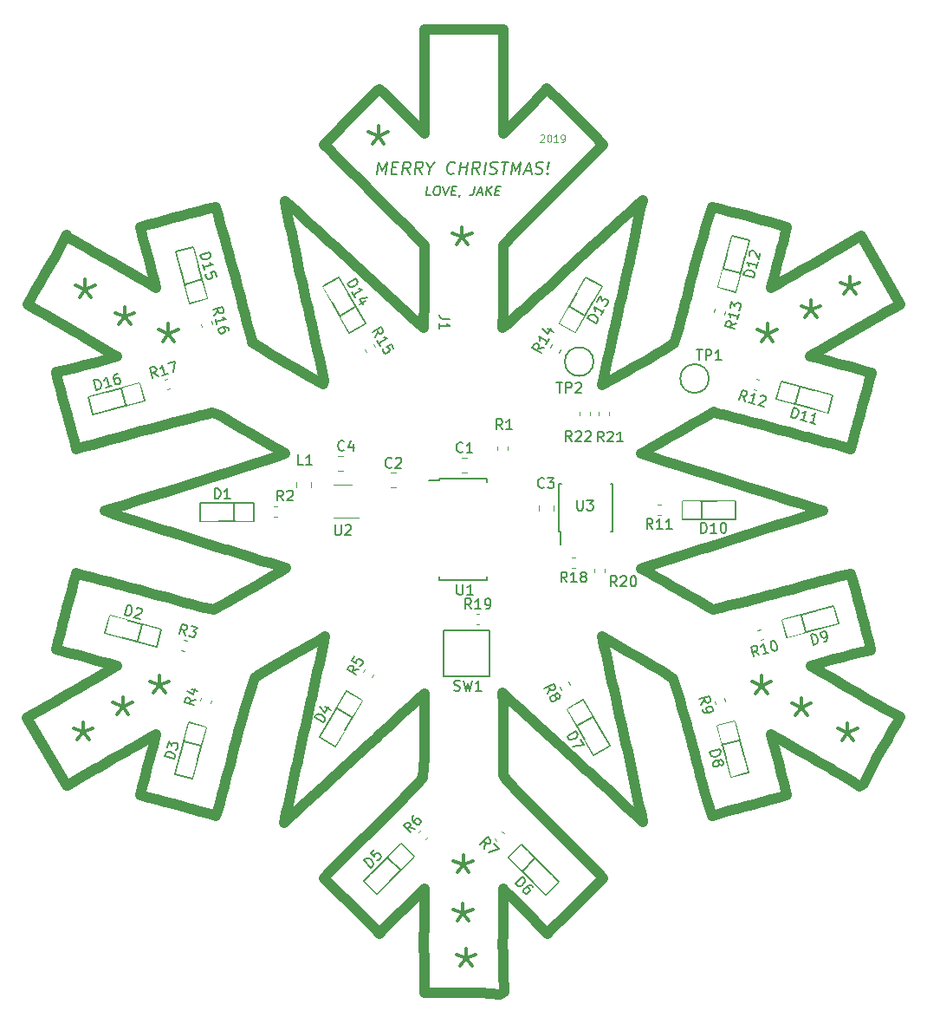
<source format=gto>
G04 #@! TF.GenerationSoftware,KiCad,Pcbnew,5.1.4*
G04 #@! TF.CreationDate,2019-12-12T19:44:32-06:00*
G04 #@! TF.ProjectId,chrimbus2019,63687269-6d62-4757-9332-3031392e6b69,rev?*
G04 #@! TF.SameCoordinates,Original*
G04 #@! TF.FileFunction,Legend,Top*
G04 #@! TF.FilePolarity,Positive*
%FSLAX46Y46*%
G04 Gerber Fmt 4.6, Leading zero omitted, Abs format (unit mm)*
G04 Created by KiCad (PCBNEW 5.1.4) date 2019-12-12 19:44:32*
%MOMM*%
%LPD*%
G04 APERTURE LIST*
%ADD10C,0.300000*%
%ADD11C,1.000000*%
%ADD12C,0.100000*%
%ADD13C,0.150000*%
%ADD14C,0.120000*%
%ADD15C,2.102000*%
%ADD16R,1.702000X1.502000*%
%ADD17C,2.302000*%
%ADD18C,0.977000*%
%ADD19C,1.077000*%
%ADD20C,1.702000*%
%ADD21R,1.702000X1.702000*%
%ADD22C,1.102000*%
%ADD23C,0.902000*%
%ADD24R,1.202000X0.502000*%
%ADD25R,1.662000X0.752000*%
%ADD26R,0.552000X1.552000*%
G04 APERTURE END LIST*
D10*
X126060200Y-61360323D02*
X126060200Y-62312704D01*
X125107819Y-61931752D02*
X126060200Y-62312704D01*
X127012580Y-61931752D01*
X125488771Y-63074609D02*
X126060200Y-62312704D01*
X126631628Y-63074609D01*
X117932200Y-57042323D02*
X117932200Y-57994704D01*
X116979819Y-57613752D02*
X117932200Y-57994704D01*
X118884580Y-57613752D01*
X117360771Y-58756609D02*
X117932200Y-57994704D01*
X118503628Y-58756609D01*
X146558000Y-42056323D02*
X146558000Y-43008704D01*
X145605619Y-42627752D02*
X146558000Y-43008704D01*
X147510380Y-42627752D01*
X145986571Y-43770609D02*
X146558000Y-43008704D01*
X147129428Y-43770609D01*
X192633600Y-56762923D02*
X192633600Y-57715304D01*
X191681219Y-57334352D02*
X192633600Y-57715304D01*
X193585980Y-57334352D01*
X192062171Y-58477209D02*
X192633600Y-57715304D01*
X193205028Y-58477209D01*
X184581800Y-61360323D02*
X184581800Y-62312704D01*
X183629419Y-61931752D02*
X184581800Y-62312704D01*
X185534180Y-61931752D01*
X184010371Y-63074609D02*
X184581800Y-62312704D01*
X185153228Y-63074609D01*
X184023000Y-95726523D02*
X184023000Y-96678904D01*
X183070619Y-96297952D02*
X184023000Y-96678904D01*
X184975380Y-96297952D01*
X183451571Y-97440809D02*
X184023000Y-96678904D01*
X184594428Y-97440809D01*
X192430400Y-100323923D02*
X192430400Y-101276304D01*
X191478019Y-100895352D02*
X192430400Y-101276304D01*
X193382780Y-100895352D01*
X191858971Y-102038209D02*
X192430400Y-101276304D01*
X193001828Y-102038209D01*
X154863800Y-113201723D02*
X154863800Y-114154104D01*
X153911419Y-113773152D02*
X154863800Y-114154104D01*
X155816180Y-113773152D01*
X154292371Y-114916009D02*
X154863800Y-114154104D01*
X155435228Y-114916009D01*
X155143200Y-122371123D02*
X155143200Y-123323504D01*
X154190819Y-122942552D02*
X155143200Y-123323504D01*
X156095580Y-122942552D01*
X154571771Y-124085409D02*
X155143200Y-123323504D01*
X155714628Y-124085409D01*
X125171200Y-95701123D02*
X125171200Y-96653504D01*
X124218819Y-96272552D02*
X125171200Y-96653504D01*
X126123580Y-96272552D01*
X124599771Y-97415409D02*
X125171200Y-96653504D01*
X125742628Y-97415409D01*
X154762200Y-51911523D02*
X154762200Y-52863904D01*
X153809819Y-52482952D02*
X154762200Y-52863904D01*
X155714580Y-52482952D01*
X154190771Y-53625809D02*
X154762200Y-52863904D01*
X155333628Y-53625809D01*
X188849000Y-59048923D02*
X188849000Y-60001304D01*
X187896619Y-59620352D02*
X188849000Y-60001304D01*
X189801380Y-59620352D01*
X188277571Y-60763209D02*
X188849000Y-60001304D01*
X189420428Y-60763209D01*
X187909200Y-97860123D02*
X187909200Y-98812504D01*
X186956819Y-98431552D02*
X187909200Y-98812504D01*
X188861580Y-98431552D01*
X187337771Y-99574409D02*
X187909200Y-98812504D01*
X188480628Y-99574409D01*
X154838400Y-117951523D02*
X154838400Y-118903904D01*
X153886019Y-118522952D02*
X154838400Y-118903904D01*
X155790780Y-118522952D01*
X154266971Y-119665809D02*
X154838400Y-118903904D01*
X155409828Y-119665809D01*
X121589800Y-97783923D02*
X121589800Y-98736304D01*
X120637419Y-98355352D02*
X121589800Y-98736304D01*
X122542180Y-98355352D01*
X121018371Y-99498209D02*
X121589800Y-98736304D01*
X122161228Y-99498209D01*
X121767600Y-59709323D02*
X121767600Y-60661704D01*
X120815219Y-60280752D02*
X121767600Y-60661704D01*
X122719980Y-60280752D01*
X121196171Y-61423609D02*
X121767600Y-60661704D01*
X122339028Y-61423609D01*
X117729000Y-100247723D02*
X117729000Y-101200104D01*
X116776619Y-100819152D02*
X117729000Y-101200104D01*
X118681380Y-100819152D01*
X117157571Y-101962009D02*
X117729000Y-101200104D01*
X118300428Y-101962009D01*
D11*
X137518588Y-85220153D02*
X136733533Y-84978258D01*
X136733533Y-84978258D02*
X135902335Y-84722024D01*
X135902335Y-84722024D02*
X135111607Y-84478031D01*
X135111607Y-84478031D02*
X134202684Y-84197136D01*
X134202684Y-84197136D02*
X133357398Y-83935347D01*
X133357398Y-83935347D02*
X132591614Y-83697598D01*
X132591614Y-83697598D02*
X131823136Y-83458350D01*
X131823136Y-83458350D02*
X131609791Y-83391799D01*
X170761420Y-93255804D02*
X170118030Y-92884579D01*
X170118030Y-92884579D02*
X169476900Y-92509480D01*
X169476900Y-92509480D02*
X168846242Y-92137343D01*
X168846242Y-92137343D02*
X168433710Y-91893127D01*
X173105822Y-94592478D02*
X172441404Y-94208266D01*
X172441404Y-94208266D02*
X171797874Y-93843110D01*
X171797874Y-93843110D02*
X171150816Y-93477414D01*
X171150816Y-93477414D02*
X170761420Y-93255804D01*
X141241276Y-66869052D02*
X141177651Y-66478954D01*
X141372950Y-91895955D02*
X140735126Y-92267010D01*
X140735126Y-92267010D02*
X140087683Y-92642199D01*
X140087683Y-92642199D02*
X139452482Y-93007428D01*
X139452482Y-93007428D02*
X139068711Y-93226138D01*
X140056040Y-97951304D02*
X140249760Y-97073763D01*
X140249760Y-97073763D02*
X140435736Y-96225501D01*
X140435736Y-96225501D02*
X140621348Y-95374061D01*
X140621348Y-95374061D02*
X140801664Y-94543143D01*
X140801664Y-94543143D02*
X140990332Y-93670686D01*
X140990332Y-93670686D02*
X141179201Y-92795176D01*
X141179201Y-92795176D02*
X141372950Y-91895955D01*
X139908561Y-60771817D02*
X139703791Y-59869665D01*
X139703791Y-59869665D02*
X139513567Y-59034482D01*
X139513567Y-59034482D02*
X139326002Y-58210409D01*
X139326002Y-58210409D02*
X139115207Y-57279629D01*
X139115207Y-57279629D02*
X138931594Y-56461281D01*
X138931594Y-56461281D02*
X138748826Y-55636174D01*
X138748826Y-55636174D02*
X138624542Y-55067162D01*
X174618134Y-72694854D02*
X173979109Y-73060942D01*
X173979109Y-73060942D02*
X173295599Y-73450998D01*
X173295599Y-73450998D02*
X172654425Y-73816006D01*
X172654425Y-73816006D02*
X172253466Y-74044074D01*
X176978699Y-71336754D02*
X176332791Y-71707338D01*
X176332791Y-71707338D02*
X175687523Y-72079041D01*
X175687523Y-72079041D02*
X175046943Y-72448232D01*
X175046943Y-72448232D02*
X174618134Y-72694854D01*
X164929033Y-119101649D02*
X164422759Y-119603139D01*
X164422759Y-119603139D02*
X163901027Y-120112043D01*
X163901027Y-120112043D02*
X163374184Y-120621105D01*
X163374184Y-120621105D02*
X163102277Y-120883001D01*
X166722464Y-117287374D02*
X166220177Y-117792689D01*
X166220177Y-117792689D02*
X165699657Y-118322079D01*
X165699657Y-118322079D02*
X165199601Y-118829654D01*
X165199601Y-118829654D02*
X164929033Y-119101649D01*
X158776400Y-116555119D02*
X158775821Y-117561195D01*
X158775821Y-117561195D02*
X158773325Y-118580374D01*
X158773325Y-118580374D02*
X158766974Y-119599627D01*
X158766974Y-119599627D02*
X158764085Y-119900196D01*
X194008282Y-106311757D02*
X193625128Y-106532972D01*
X172415036Y-109997157D02*
X171872728Y-109496136D01*
X171872728Y-109496136D02*
X171312588Y-108978753D01*
X171312588Y-108978753D02*
X170761232Y-108469697D01*
X170761232Y-108469697D02*
X170227510Y-107977229D01*
X170227510Y-107977229D02*
X169693588Y-107484977D01*
X169693588Y-107484977D02*
X169159419Y-106992993D01*
X169159419Y-106992993D02*
X168589314Y-106468568D01*
X168589314Y-106468568D02*
X168063399Y-105985491D01*
X168063399Y-105985491D02*
X167858284Y-105797286D01*
X158759912Y-54215808D02*
X158745706Y-54697550D01*
X146491117Y-101666406D02*
X145938705Y-102172517D01*
X145938705Y-102172517D02*
X145413364Y-102654511D01*
X145413364Y-102654511D02*
X144870524Y-103153180D01*
X144870524Y-103153180D02*
X144314615Y-103664420D01*
X144314615Y-103664420D02*
X143767835Y-104167733D01*
X143767835Y-104167733D02*
X143243456Y-104650777D01*
X143243456Y-104650777D02*
X142674789Y-105174921D01*
X142674789Y-105174921D02*
X142044051Y-105756529D01*
X142044051Y-105756529D02*
X141937457Y-105854840D01*
X143050537Y-42032550D02*
X143570717Y-41506085D01*
X143570717Y-41506085D02*
X144073655Y-40997737D01*
X144073655Y-40997737D02*
X144577922Y-40490727D01*
X144577922Y-40490727D02*
X144853897Y-40215100D01*
X115727929Y-68581594D02*
X115517746Y-67781252D01*
X115517746Y-67781252D02*
X115301691Y-66961595D01*
X115301691Y-66961595D02*
X115090402Y-66161562D01*
X115090402Y-66161562D02*
X115069782Y-66083513D01*
X116387611Y-71078791D02*
X116171081Y-70269866D01*
X116171081Y-70269866D02*
X115947625Y-69421010D01*
X115947625Y-69421010D02*
X115733042Y-68601113D01*
X115733042Y-68601113D02*
X115727929Y-68581594D01*
X131927271Y-54369738D02*
X132150324Y-55184128D01*
X132150324Y-55184128D02*
X132370455Y-55999327D01*
X132370455Y-55999327D02*
X132599490Y-56858163D01*
X132599490Y-56858163D02*
X132810464Y-57657430D01*
X132810464Y-57657430D02*
X133021027Y-58461401D01*
X133021027Y-58461401D02*
X133100657Y-58766737D01*
X118096288Y-96468229D02*
X118730840Y-96100368D01*
X118730840Y-96100368D02*
X119376115Y-95724768D01*
X119376115Y-95724768D02*
X120029430Y-95343361D01*
X120029430Y-95343361D02*
X120665419Y-94971413D01*
X120665419Y-94971413D02*
X121006077Y-94772066D01*
X115175427Y-98145213D02*
X115837648Y-97766076D01*
X115837648Y-97766076D02*
X116476962Y-97399884D01*
X116476962Y-97399884D02*
X117150204Y-97013522D01*
X117150204Y-97013522D02*
X117788691Y-96645901D01*
X117788691Y-96645901D02*
X118096288Y-96468229D01*
X151513892Y-32609189D02*
X151203861Y-32610777D01*
X151054094Y-32611041D02*
X151513892Y-32609189D01*
X169761151Y-61345488D02*
X169554685Y-62262899D01*
X169554685Y-62262899D02*
X169364614Y-63109855D01*
X169364614Y-63109855D02*
X169174949Y-63956901D01*
X169174949Y-63956901D02*
X168969845Y-64874613D01*
X168969845Y-64874613D02*
X168786021Y-65698252D01*
X168786021Y-65698252D02*
X168591852Y-66568993D01*
X168591852Y-66568993D02*
X168413504Y-67369150D01*
X136408544Y-64515060D02*
X137043074Y-64885458D01*
X137043074Y-64885458D02*
X137705020Y-65263484D01*
X137705020Y-65263484D02*
X138351686Y-65630630D01*
X138351686Y-65630630D02*
X138624756Y-65786478D01*
X125710839Y-81529122D02*
X124951222Y-81286436D01*
X124951222Y-81286436D02*
X124180249Y-81039599D01*
X124180249Y-81039599D02*
X123386401Y-80784966D01*
X123386401Y-80784966D02*
X122529400Y-80509640D01*
X122529400Y-80509640D02*
X121707008Y-80245108D01*
X121707008Y-80245108D02*
X120947934Y-80000742D01*
X120947934Y-80000742D02*
X120096889Y-79726638D01*
X120096889Y-79726638D02*
X119820879Y-79637730D01*
X131609791Y-83391799D02*
X130814098Y-83143043D01*
X130814098Y-83143043D02*
X130018646Y-82893534D01*
X130018646Y-82893534D02*
X129234943Y-82646927D01*
X129234943Y-82646927D02*
X128462974Y-82403281D01*
X128462974Y-82403281D02*
X127679691Y-82155342D01*
X127679691Y-82155342D02*
X126919639Y-81914094D01*
X126919639Y-81914094D02*
X126113720Y-81657600D01*
X126113720Y-81657600D02*
X125710839Y-81529122D01*
X137389434Y-110051269D02*
X137573871Y-109193631D01*
X137573871Y-109193631D02*
X137766170Y-108300557D01*
X137766170Y-108300557D02*
X137944870Y-107472633D01*
X137944870Y-107472633D02*
X138129292Y-106621189D01*
X138129292Y-106621189D02*
X138314543Y-105769926D01*
X138314543Y-105769926D02*
X138502123Y-104912983D01*
X138502123Y-104912983D02*
X138688350Y-104068133D01*
X138688350Y-104068133D02*
X138704042Y-103997251D01*
X141937457Y-105854840D02*
X141404390Y-106346507D01*
X141404390Y-106346507D02*
X140762537Y-106938607D01*
X140762537Y-106938607D02*
X139883109Y-107750001D01*
X139883109Y-107750001D02*
X139165845Y-108411868D01*
X139165845Y-108411868D02*
X138597383Y-108936465D01*
X138597383Y-108936465D02*
X137673655Y-109788959D01*
X137673655Y-109788959D02*
X137389434Y-110051269D01*
X124859370Y-101430075D02*
X124055312Y-101894084D01*
X124055312Y-101894084D02*
X123419400Y-102260875D01*
X123419400Y-102260875D02*
X122783345Y-102627419D01*
X122783345Y-102627419D02*
X122132822Y-103001817D01*
X122132822Y-103001817D02*
X121938757Y-103113394D01*
X172274185Y-85248275D02*
X172975340Y-85646383D01*
X172975340Y-85646383D02*
X173639919Y-86024091D01*
X173639919Y-86024091D02*
X174295097Y-86397147D01*
X174295097Y-86397147D02*
X174604346Y-86573568D01*
X178180088Y-83342648D02*
X177406541Y-83589821D01*
X177406541Y-83589821D02*
X176644833Y-83834209D01*
X176644833Y-83834209D02*
X175848759Y-84090518D01*
X175848759Y-84090518D02*
X175064436Y-84343779D01*
X175064436Y-84343779D02*
X174280276Y-84597557D01*
X174280276Y-84597557D02*
X173519295Y-84844225D01*
X173519295Y-84844225D02*
X172689212Y-85113562D01*
X172689212Y-85113562D02*
X172274185Y-85248275D01*
X147800861Y-50391736D02*
X147277747Y-49865969D01*
X147277747Y-49865969D02*
X146766779Y-49353640D01*
X146766779Y-49353640D02*
X146255309Y-48841812D01*
X146255309Y-48841812D02*
X145749839Y-48336773D01*
X145749839Y-48336773D02*
X145218463Y-47806473D01*
X145218463Y-47806473D02*
X144706099Y-47295536D01*
X144706099Y-47295536D02*
X144526748Y-47116736D01*
X187834894Y-103117527D02*
X187180856Y-102740066D01*
X187180856Y-102740066D02*
X186534654Y-102362216D01*
X186534654Y-102362216D02*
X185895617Y-101985107D01*
X185895617Y-101985107D02*
X185229251Y-101589689D01*
X185229251Y-101589689D02*
X184935736Y-101415206D01*
X190756407Y-104782396D02*
X190114299Y-104410431D01*
X190114299Y-104410431D02*
X189469350Y-104043286D01*
X189469350Y-104043286D02*
X188817409Y-103675057D01*
X188817409Y-103675057D02*
X188162926Y-103304635D01*
X188162926Y-103304635D02*
X187834894Y-103117527D01*
X166734995Y-42006273D02*
X167261466Y-42538285D01*
X167261466Y-42538285D02*
X167788126Y-43070099D01*
X167788126Y-43070099D02*
X168386090Y-43673640D01*
X168386090Y-43673640D02*
X168556948Y-43846070D01*
X130684548Y-49994362D02*
X130908220Y-50771236D01*
X130908220Y-50771236D02*
X131131347Y-51548266D01*
X131131347Y-51548266D02*
X131358239Y-52342690D01*
X131358239Y-52342690D02*
X131590632Y-53163244D01*
X131590632Y-53163244D02*
X131811017Y-53950254D01*
X131811017Y-53950254D02*
X131927271Y-54369738D01*
X192753572Y-73567170D02*
X191906504Y-73343065D01*
X191906504Y-73343065D02*
X191094448Y-73127911D01*
X191094448Y-73127911D02*
X190221442Y-72895921D01*
X190221442Y-72895921D02*
X189383609Y-72672269D01*
X189383609Y-72672269D02*
X188539017Y-72445474D01*
X188539017Y-72445474D02*
X188284469Y-72376811D01*
X151063370Y-102944491D02*
X151067821Y-101938988D01*
X151067821Y-101938988D02*
X151058482Y-100922568D01*
X151058482Y-100922568D02*
X151052026Y-100220085D01*
X146679338Y-38421722D02*
X147200559Y-38922924D01*
X147200559Y-38922924D02*
X147714651Y-39419928D01*
X147714651Y-39419928D02*
X148157332Y-39852068D01*
X184099255Y-81479479D02*
X183312613Y-81725344D01*
X183312613Y-81725344D02*
X182549181Y-81964214D01*
X182549181Y-81964214D02*
X181716473Y-82225205D01*
X181716473Y-82225205D02*
X180954761Y-82464489D01*
X180954761Y-82464489D02*
X180178791Y-82708927D01*
X180178791Y-82708927D02*
X179404502Y-82953652D01*
X179404502Y-82953652D02*
X178566963Y-83219445D01*
X178566963Y-83219445D02*
X178180088Y-83342648D01*
X190022882Y-79631121D02*
X189189824Y-79890891D01*
X189189824Y-79890891D02*
X188264213Y-80179548D01*
X188264213Y-80179548D02*
X187384895Y-80453818D01*
X187384895Y-80453818D02*
X186621293Y-80692051D01*
X186621293Y-80692051D02*
X185672604Y-80988131D01*
X185672604Y-80988131D02*
X184885914Y-81233754D01*
X184885914Y-81233754D02*
X184122391Y-81472249D01*
X184122391Y-81472249D02*
X184099255Y-81479479D01*
X150949213Y-105660557D02*
X150999867Y-104711187D01*
X150999867Y-104711187D02*
X151042493Y-103735128D01*
X151042493Y-103735128D02*
X151063370Y-102944491D01*
X147754810Y-108966208D02*
X148340274Y-108370930D01*
X148340274Y-108370930D02*
X148841364Y-107856363D01*
X148841364Y-107856363D02*
X149340579Y-107339943D01*
X149340579Y-107339943D02*
X149863218Y-106796184D01*
X149863218Y-106796184D02*
X150366172Y-106270842D01*
X150366172Y-106270842D02*
X150949213Y-105660557D01*
X121006077Y-94772066D02*
X120190000Y-94546562D01*
X120190000Y-94546562D02*
X119354921Y-94314807D01*
X119354921Y-94314807D02*
X119035635Y-94225716D01*
X197563390Y-59449792D02*
X196869108Y-59850023D01*
X196869108Y-59850023D02*
X196166300Y-60255309D01*
X196166300Y-60255309D02*
X195525138Y-60625274D01*
X195525138Y-60625274D02*
X194884118Y-60995487D01*
X194884118Y-60995487D02*
X194632339Y-61141013D01*
X176706692Y-100450861D02*
X176486705Y-99660658D01*
X176486705Y-99660658D02*
X176260850Y-98872086D01*
X176260850Y-98872086D02*
X176031669Y-98089136D01*
X176031669Y-98089136D02*
X175799166Y-97307103D01*
X175799166Y-97307103D02*
X175556743Y-96499605D01*
X175556743Y-96499605D02*
X175405039Y-95996150D01*
X177887787Y-104946538D02*
X177676451Y-104147865D01*
X177676451Y-104147865D02*
X177461679Y-103321905D01*
X177461679Y-103321905D02*
X177250266Y-102504445D01*
X177250266Y-102504445D02*
X177042069Y-101704941D01*
X177042069Y-101704941D02*
X176829065Y-100902061D01*
X176829065Y-100902061D02*
X176706692Y-100450861D01*
X141254491Y-115478249D02*
X141771157Y-114952949D01*
X141771157Y-114952949D02*
X142275490Y-114440728D01*
X142275490Y-114440728D02*
X142780350Y-113929030D01*
X142780350Y-113929030D02*
X143304975Y-113398970D01*
X143304975Y-113398970D02*
X143811711Y-112889136D01*
X143811711Y-112889136D02*
X144319761Y-112380608D01*
X144319761Y-112380608D02*
X144491574Y-112209323D01*
X143063482Y-117281721D02*
X142546679Y-116768401D01*
X142546679Y-116768401D02*
X142030833Y-116254132D01*
X142030833Y-116254132D02*
X141526142Y-115749872D01*
X141526142Y-115749872D02*
X141254491Y-115478249D01*
X168433710Y-91893127D02*
X168637742Y-92818189D01*
X168637742Y-92818189D02*
X168823713Y-93660740D01*
X168823713Y-93660740D02*
X169006009Y-94485563D01*
X169006009Y-94485563D02*
X169209535Y-95404563D01*
X169209535Y-95404563D02*
X169409035Y-96302823D01*
X169409035Y-96302823D02*
X169597375Y-97147942D01*
X169597375Y-97147942D02*
X169771245Y-97925194D01*
X158896201Y-126583727D02*
X158437107Y-126848786D01*
X124336577Y-103415042D02*
X124546315Y-102624537D01*
X124546315Y-102624537D02*
X124757964Y-101817949D01*
X124757964Y-101817949D02*
X124859370Y-101430075D01*
X129769008Y-70179825D02*
X129214727Y-70311313D01*
X130334955Y-70077404D02*
X129769008Y-70179825D01*
X194718215Y-93208328D02*
X193846769Y-93410992D01*
X193846769Y-93410992D02*
X193036377Y-93604995D01*
X193036377Y-93604995D02*
X192746249Y-93676762D01*
X194088140Y-90715176D02*
X194295534Y-91522691D01*
X194295534Y-91522691D02*
X194501757Y-92340893D01*
X194501757Y-92340893D02*
X194706072Y-93159588D01*
X194706072Y-93159588D02*
X194718215Y-93208328D01*
X164908678Y-40173089D02*
X165417686Y-40678989D01*
X165417686Y-40678989D02*
X165931348Y-41194565D01*
X165931348Y-41194565D02*
X166436444Y-41704423D01*
X166436444Y-41704423D02*
X166734995Y-42006273D01*
X163053276Y-38371015D02*
X163564350Y-38863569D01*
X163564350Y-38863569D02*
X164078112Y-39360602D01*
X164078112Y-39360602D02*
X164613402Y-39882565D01*
X164613402Y-39882565D02*
X164908678Y-40173089D01*
X117065756Y-93682111D02*
X116237424Y-93467544D01*
X116237424Y-93467544D02*
X115432547Y-93265854D01*
X115432547Y-93265854D02*
X115083644Y-93179319D01*
X119035635Y-94225716D02*
X118251506Y-94006303D01*
X118251506Y-94006303D02*
X117462758Y-93788746D01*
X117462758Y-93788746D02*
X117065756Y-93682111D01*
X183751799Y-88143111D02*
X184550862Y-87930834D01*
X184550862Y-87930834D02*
X185348952Y-87714814D01*
X185348952Y-87714814D02*
X186172767Y-87489401D01*
X186172767Y-87489401D02*
X186961376Y-87272986D01*
X186961376Y-87272986D02*
X187789695Y-87046806D01*
X187789695Y-87046806D02*
X188241396Y-86924616D01*
X149622636Y-117971098D02*
X149102535Y-118485249D01*
X149102535Y-118485249D02*
X148578965Y-119001673D01*
X148578965Y-119001673D02*
X148142505Y-119432835D01*
X115083644Y-93179319D02*
X115290349Y-92351844D01*
X115290349Y-92351844D02*
X115493606Y-91549403D01*
X115493606Y-91549403D02*
X115700729Y-90753171D01*
X115700729Y-90753171D02*
X115717442Y-90690134D01*
X133100657Y-58766737D02*
X133324182Y-59626840D01*
X133324182Y-59626840D02*
X133533476Y-60435546D01*
X133533476Y-60435546D02*
X133751028Y-61278825D01*
X133751028Y-61278825D02*
X133963694Y-62105007D01*
X133963694Y-62105007D02*
X134202654Y-63034536D01*
X134202654Y-63034536D02*
X134238047Y-63172247D01*
X115069782Y-66083513D02*
X115907885Y-65892017D01*
X115907885Y-65892017D02*
X116723021Y-65699183D01*
X116723021Y-65699183D02*
X117060317Y-65615949D01*
X151203861Y-32610777D02*
X152271551Y-32608536D01*
X152271551Y-32608536D02*
X153299704Y-32606231D01*
X153299704Y-32606231D02*
X153734694Y-32605178D01*
X125993225Y-88116853D02*
X126790714Y-88331090D01*
X126790714Y-88331090D02*
X127584310Y-88542403D01*
X127584310Y-88542403D02*
X128389212Y-88755227D01*
X128389212Y-88755227D02*
X129194386Y-88967032D01*
X129194386Y-88967032D02*
X130087271Y-89201149D01*
X130087271Y-89201149D02*
X130472467Y-89302041D01*
X121523180Y-86899763D02*
X122335534Y-87119271D01*
X122335534Y-87119271D02*
X123147434Y-87340501D01*
X123147434Y-87340501D02*
X123967836Y-87564963D01*
X123967836Y-87564963D02*
X124790431Y-87789969D01*
X124790431Y-87789969D02*
X125582722Y-88005727D01*
X125582722Y-88005727D02*
X125993225Y-88116853D01*
X165570835Y-112447399D02*
X166069478Y-112952833D01*
X166069478Y-112952833D02*
X166595376Y-113490058D01*
X166595376Y-113490058D02*
X167096314Y-114004980D01*
X167096314Y-114004980D02*
X167590291Y-114515035D01*
X167590291Y-114515035D02*
X168083525Y-115025826D01*
X168083525Y-115025826D02*
X168553207Y-115512923D01*
X162539348Y-109429664D02*
X163049062Y-109936037D01*
X163049062Y-109936037D02*
X163606820Y-110488896D01*
X163606820Y-110488896D02*
X164118529Y-110996231D01*
X164118529Y-110996231D02*
X164620687Y-111495386D01*
X164620687Y-111495386D02*
X165159985Y-112034179D01*
X165159985Y-112034179D02*
X165570835Y-112447399D01*
X144853897Y-40215100D02*
X145514945Y-39561046D01*
X145514945Y-39561046D02*
X146023408Y-39062321D01*
X146023408Y-39062321D02*
X146536248Y-38561349D01*
X146536248Y-38561349D02*
X146679338Y-38421722D01*
X163316181Y-57637462D02*
X163840704Y-57158388D01*
X163840704Y-57158388D02*
X164373271Y-56670265D01*
X164373271Y-56670265D02*
X164907344Y-56179324D01*
X164907344Y-56179324D02*
X165454129Y-55675521D01*
X165454129Y-55675521D02*
X166099983Y-55079329D01*
X166099983Y-55079329D02*
X166825069Y-54409202D01*
X166825069Y-54409202D02*
X167373247Y-53902458D01*
X167373247Y-53902458D02*
X167850798Y-53461215D01*
X158737610Y-61762377D02*
X159275563Y-61280527D01*
X159275563Y-61280527D02*
X159804437Y-60806585D01*
X159804437Y-60806585D02*
X160333087Y-60332396D01*
X160333087Y-60332396D02*
X160870352Y-59849791D01*
X160870352Y-59849791D02*
X161398209Y-59374732D01*
X161398209Y-59374732D02*
X161934437Y-58890988D01*
X161934437Y-58890988D02*
X162463279Y-58412541D01*
X162463279Y-58412541D02*
X163018040Y-57908928D01*
X163018040Y-57908928D02*
X163316181Y-57637462D01*
X146462905Y-57625868D02*
X147013655Y-58131046D01*
X147013655Y-58131046D02*
X147538213Y-58611718D01*
X147538213Y-58611718D02*
X148076204Y-59104277D01*
X148076204Y-59104277D02*
X148623201Y-59604710D01*
X148623201Y-59604710D02*
X149179175Y-60113045D01*
X149179175Y-60113045D02*
X149744094Y-60629318D01*
X149744094Y-60629318D02*
X150362071Y-61193886D01*
X150362071Y-61193886D02*
X150980101Y-61758403D01*
X159522200Y-106399559D02*
X160063157Y-106945206D01*
X160063157Y-106945206D02*
X160569046Y-107455060D01*
X160569046Y-107455060D02*
X161087117Y-107976359D01*
X161087117Y-107976359D02*
X161589593Y-108480773D01*
X161589593Y-108480773D02*
X162101711Y-108993269D01*
X162101711Y-108993269D02*
X162539348Y-109429664D01*
X138624542Y-55067162D02*
X138444778Y-54230723D01*
X138444778Y-54230723D02*
X138270347Y-53404804D01*
X138270347Y-53404804D02*
X138087652Y-52526696D01*
X138087652Y-52526696D02*
X137914529Y-51684450D01*
X137914529Y-51684450D02*
X137741428Y-50834901D01*
X137741428Y-50834901D02*
X137571524Y-49996333D01*
X137571524Y-49996333D02*
X137440434Y-49347778D01*
X160221348Y-117994658D02*
X159634313Y-117409866D01*
X159634313Y-117409866D02*
X158911857Y-116690080D01*
X158911857Y-116690080D02*
X158776400Y-116555119D01*
X161665204Y-119435849D02*
X161158181Y-118928591D01*
X161158181Y-118928591D02*
X160616537Y-118388345D01*
X160616537Y-118388345D02*
X160221348Y-117994658D01*
X158764085Y-119900196D02*
X158751890Y-120906292D01*
X158751890Y-120906292D02*
X158742462Y-121905799D01*
X158742462Y-121905799D02*
X158744706Y-122924673D01*
X158744706Y-122924673D02*
X158749349Y-123244627D01*
X128238992Y-108715110D02*
X127445285Y-108501347D01*
X127445285Y-108501347D02*
X126515380Y-108253628D01*
X126515380Y-108253628D02*
X125759785Y-108052538D01*
X167850798Y-53461215D02*
X168401686Y-52952663D01*
X168401686Y-52952663D02*
X168930682Y-52464790D01*
X168930682Y-52464790D02*
X169515236Y-51926128D01*
X169515236Y-51926128D02*
X170082264Y-51403996D01*
X170082264Y-51403996D02*
X170631710Y-50898335D01*
X170631710Y-50898335D02*
X171216724Y-50360177D01*
X171216724Y-50360177D02*
X171748624Y-49871021D01*
X171748624Y-49871021D02*
X172386950Y-49284083D01*
X176694708Y-58832738D02*
X176905751Y-58013254D01*
X176905751Y-58013254D02*
X177110724Y-57210785D01*
X177110724Y-57210785D02*
X177318714Y-56399830D01*
X177318714Y-56399830D02*
X177527594Y-55598483D01*
X177527594Y-55598483D02*
X177740725Y-54803009D01*
X177740725Y-54803009D02*
X177859075Y-54373529D01*
X175496670Y-63279681D02*
X175720205Y-62464228D01*
X175720205Y-62464228D02*
X175938264Y-61665932D01*
X175938264Y-61665932D02*
X176152557Y-60875930D01*
X176152557Y-60875930D02*
X176378682Y-60033211D01*
X176378682Y-60033211D02*
X176588512Y-59239655D01*
X176588512Y-59239655D02*
X176694708Y-58832738D01*
X151112104Y-126700937D02*
X151086639Y-125652178D01*
X151086639Y-125652178D02*
X151065227Y-124669764D01*
X151065227Y-124669764D02*
X151048390Y-123680650D01*
X151048390Y-123680650D02*
X151043687Y-123302244D01*
X153556384Y-126679162D02*
X152553661Y-126692367D01*
X152553661Y-126692367D02*
X151551225Y-126698955D01*
X151551225Y-126698955D02*
X151112104Y-126700937D01*
X114893690Y-54930615D02*
X115257661Y-54286323D01*
X115257661Y-54286323D02*
X115620494Y-53629715D01*
X115620494Y-53629715D02*
X115980857Y-52968781D01*
X115980857Y-52968781D02*
X116148956Y-52659142D01*
X113550864Y-57221358D02*
X113924777Y-56583880D01*
X113924777Y-56583880D02*
X114304632Y-55940852D01*
X114304632Y-55940852D02*
X114683689Y-55294399D01*
X114683689Y-55294399D02*
X114893690Y-54930615D01*
X156003117Y-126665176D02*
X155004897Y-126654539D01*
X155004897Y-126654539D02*
X153977098Y-126670921D01*
X153977098Y-126670921D02*
X153556384Y-126679162D01*
X137440434Y-49347778D02*
X138040450Y-49896386D01*
X138040450Y-49896386D02*
X138605136Y-50412765D01*
X138605136Y-50412765D02*
X139152108Y-50913081D01*
X139152108Y-50913081D02*
X139681345Y-51397359D01*
X139681345Y-51397359D02*
X140214865Y-51885804D01*
X140214865Y-51885804D02*
X140748237Y-52374417D01*
X140748237Y-52374417D02*
X141272615Y-52855144D01*
X141272615Y-52855144D02*
X141796794Y-53336095D01*
X141796794Y-53336095D02*
X141955326Y-53481643D01*
X138704042Y-103997251D02*
X138887774Y-103170409D01*
X138887774Y-103170409D02*
X139077808Y-102320177D01*
X139077808Y-102320177D02*
X139263204Y-101493705D01*
X139263204Y-101493705D02*
X139454160Y-100643677D01*
X139454160Y-100643677D02*
X139649281Y-99774431D01*
X139649281Y-99774431D02*
X139841854Y-98913919D01*
X139841854Y-98913919D02*
X140029845Y-98069434D01*
X140029845Y-98069434D02*
X140056040Y-97951304D01*
X188842473Y-94773519D02*
X189500382Y-95153429D01*
X189500382Y-95153429D02*
X190140997Y-95524004D01*
X190140997Y-95524004D02*
X190775403Y-95892246D01*
X190775403Y-95892246D02*
X191437270Y-96278437D01*
X191437270Y-96278437D02*
X191742371Y-96457343D01*
X190787935Y-94200725D02*
X190007946Y-94426503D01*
X190007946Y-94426503D02*
X189221936Y-94659901D01*
X189221936Y-94659901D02*
X188842473Y-94773519D01*
X139068711Y-93226138D02*
X138380409Y-93614831D01*
X138380409Y-93614831D02*
X137739543Y-93976452D01*
X137739543Y-93976452D02*
X137102895Y-94340104D01*
X137102895Y-94340104D02*
X136754524Y-94542631D01*
X181637524Y-50560726D02*
X182428349Y-50770597D01*
X182428349Y-50770597D02*
X183221798Y-50990091D01*
X183221798Y-50990091D02*
X184005053Y-51209679D01*
X184005053Y-51209679D02*
X184071525Y-51228262D01*
X179183897Y-49976116D02*
X180000232Y-50163747D01*
X180000232Y-50163747D02*
X180820128Y-50357349D01*
X180820128Y-50357349D02*
X181625596Y-50557657D01*
X181625596Y-50557657D02*
X181637524Y-50560726D01*
X131606317Y-75957956D02*
X132375815Y-75712133D01*
X132375815Y-75712133D02*
X133144881Y-75464947D01*
X133144881Y-75464947D02*
X133925046Y-75212886D01*
X133925046Y-75212886D02*
X134704899Y-74959846D01*
X134704899Y-74959846D02*
X135544690Y-74686415D01*
X135544690Y-74686415D02*
X136309788Y-74436708D01*
X136309788Y-74436708D02*
X137066192Y-74189498D01*
X137066192Y-74189498D02*
X137478759Y-74054601D01*
X125714056Y-77802181D02*
X126497131Y-77558855D01*
X126497131Y-77558855D02*
X127303221Y-77308318D01*
X127303221Y-77308318D02*
X128086188Y-77064640D01*
X128086188Y-77064640D02*
X128874738Y-76818624D01*
X128874738Y-76818624D02*
X129645778Y-76577229D01*
X129645778Y-76577229D02*
X130433755Y-76329411D01*
X130433755Y-76329411D02*
X131250060Y-76071197D01*
X131250060Y-76071197D02*
X131606317Y-75957956D01*
X192746249Y-93676762D02*
X191950591Y-93881532D01*
X191950591Y-93881532D02*
X191161487Y-94095711D01*
X191161487Y-94095711D02*
X190787935Y-94200725D01*
X116392703Y-88210762D02*
X116603248Y-87420027D01*
X116603248Y-87420027D02*
X116827543Y-86560227D01*
X116827543Y-86560227D02*
X117033302Y-85763028D01*
X117033302Y-85763028D02*
X117043322Y-85724136D01*
X115717442Y-90690134D02*
X115934445Y-89885769D01*
X115934445Y-89885769D02*
X116154926Y-89082321D01*
X116154926Y-89082321D02*
X116373072Y-88283440D01*
X116373072Y-88283440D02*
X116392703Y-88210762D01*
X141177651Y-66478954D02*
X140990794Y-65631464D01*
X140990794Y-65631464D02*
X140809888Y-64811895D01*
X140809888Y-64811895D02*
X140605139Y-63886500D01*
X140605139Y-63886500D02*
X140423204Y-63067161D01*
X140423204Y-63067161D02*
X140234264Y-62220132D01*
X140234264Y-62220132D02*
X140044285Y-61373327D01*
X140044285Y-61373327D02*
X139908561Y-60771817D01*
X119036198Y-65089345D02*
X119837282Y-64869026D01*
X119837282Y-64869026D02*
X120699881Y-64631552D01*
X120699881Y-64631552D02*
X121007943Y-64546720D01*
X117060317Y-65615949D02*
X117856758Y-65409815D01*
X117856758Y-65409815D02*
X118658719Y-65192933D01*
X118658719Y-65192933D02*
X119036198Y-65089345D01*
X158437107Y-126848786D02*
X157520199Y-126762721D01*
X157520199Y-126762721D02*
X156588431Y-126692546D01*
X156588431Y-126692546D02*
X156003117Y-126665176D01*
X158749349Y-123244627D02*
X158777326Y-124229697D01*
X158777326Y-124229697D02*
X158820232Y-125194898D01*
X158820232Y-125194898D02*
X158871788Y-126153402D01*
X158871788Y-126153402D02*
X158896201Y-126583727D01*
X134238047Y-63172247D02*
X134853778Y-63560528D01*
X134853778Y-63560528D02*
X135479686Y-63951206D01*
X135479686Y-63951206D02*
X136101639Y-64331476D01*
X136101639Y-64331476D02*
X136408544Y-64515060D01*
X130712805Y-109400228D02*
X129920897Y-109178977D01*
X129920897Y-109178977D02*
X129123823Y-108957627D01*
X129123823Y-108957627D02*
X128330910Y-108740093D01*
X128330910Y-108740093D02*
X128238992Y-108715110D01*
X131950324Y-104900318D02*
X131733448Y-105719846D01*
X131733448Y-105719846D02*
X131509428Y-106546870D01*
X131509428Y-106546870D02*
X131291406Y-107337736D01*
X131291406Y-107337736D02*
X131063513Y-108154251D01*
X131063513Y-108154251D02*
X130836484Y-108961554D01*
X130836484Y-108961554D02*
X130712805Y-109400228D01*
X191701288Y-62832233D02*
X191047167Y-63206205D01*
X191047167Y-63206205D02*
X190403892Y-63572509D01*
X190403892Y-63572509D02*
X189748663Y-63944547D01*
X189748663Y-63944547D02*
X189081656Y-64322609D01*
X189081656Y-64322609D02*
X188759608Y-64505043D01*
X194632339Y-61141013D02*
X193991543Y-61511615D01*
X193991543Y-61511615D02*
X193253445Y-61938407D01*
X193253445Y-61938407D02*
X192595157Y-62318363D01*
X192595157Y-62318363D02*
X191919144Y-62707270D01*
X191919144Y-62707270D02*
X191701288Y-62832233D01*
X151064646Y-97498208D02*
X150528143Y-97986078D01*
X150528143Y-97986078D02*
X149917932Y-98541094D01*
X149917932Y-98541094D02*
X149383818Y-99027097D01*
X149383818Y-99027097D02*
X148829740Y-99531563D01*
X148829740Y-99531563D02*
X148266928Y-100044389D01*
X148266928Y-100044389D02*
X147686525Y-100573796D01*
X147686525Y-100573796D02*
X147146600Y-101066874D01*
X147146600Y-101066874D02*
X146544604Y-101617441D01*
X146544604Y-101617441D02*
X146491117Y-101666406D01*
X151052026Y-100220085D02*
X151051073Y-99215266D01*
X151051073Y-99215266D02*
X151057739Y-98210531D01*
X151057739Y-98210531D02*
X151064646Y-97498208D01*
X191742371Y-96457343D02*
X192402543Y-96846227D01*
X192402543Y-96846227D02*
X193034335Y-97218786D01*
X193034335Y-97218786D02*
X193666977Y-97589837D01*
X193666977Y-97589837D02*
X194301478Y-97957609D01*
X194301478Y-97957609D02*
X194636815Y-98149431D01*
X151051463Y-39382032D02*
X151051530Y-38165014D01*
X151051530Y-38165014D02*
X151052456Y-36736342D01*
X151052456Y-36736342D02*
X151052984Y-35995552D01*
X173155100Y-64676588D02*
X173787278Y-64301836D01*
X173787278Y-64301836D02*
X174427614Y-63919977D01*
X174427614Y-63919977D02*
X175067319Y-63537059D01*
X175067319Y-63537059D02*
X175496670Y-63279681D01*
X186003046Y-53894093D02*
X185793339Y-54690068D01*
X185793339Y-54690068D02*
X185577780Y-55488671D01*
X185577780Y-55488671D02*
X185469550Y-55884728D01*
X186506413Y-51897330D02*
X186300344Y-52724721D01*
X186300344Y-52724721D02*
X186097329Y-53527980D01*
X186097329Y-53527980D02*
X186003046Y-53894093D01*
X146667451Y-120899821D02*
X146140057Y-120360497D01*
X146140057Y-120360497D02*
X145641443Y-119852345D01*
X145641443Y-119852345D02*
X145122729Y-119327262D01*
X145122729Y-119327262D02*
X144876514Y-119079791D01*
X148142505Y-119432835D02*
X147623238Y-119947874D01*
X147623238Y-119947874D02*
X147116372Y-120452334D01*
X147116372Y-120452334D02*
X146667451Y-120899821D01*
X193625128Y-106532972D02*
X192986789Y-106136040D01*
X192986789Y-106136040D02*
X192325076Y-105727075D01*
X192325076Y-105727075D02*
X191697648Y-105343956D01*
X191697648Y-105343956D02*
X191067304Y-104965794D01*
X191067304Y-104965794D02*
X190756407Y-104782396D01*
X193422513Y-88231300D02*
X193646621Y-89055201D01*
X193646621Y-89055201D02*
X193865572Y-89870085D01*
X193865572Y-89870085D02*
X194074224Y-90661708D01*
X194074224Y-90661708D02*
X194088140Y-90715176D01*
X144491574Y-112209323D02*
X145002047Y-111702366D01*
X145002047Y-111702366D02*
X145548234Y-111162017D01*
X145548234Y-111162017D02*
X146051531Y-110664564D01*
X146051531Y-110664564D02*
X146570304Y-110150826D01*
X146570304Y-110150826D02*
X147076314Y-109647379D01*
X147076314Y-109647379D02*
X147580845Y-109141685D01*
X147580845Y-109141685D02*
X147754810Y-108966208D01*
X135182282Y-86602261D02*
X135813146Y-86231716D01*
X135813146Y-86231716D02*
X136452050Y-85853916D01*
X136452050Y-85853916D02*
X137172284Y-85426149D01*
X137172284Y-85426149D02*
X137518588Y-85220153D01*
X132831360Y-87959055D02*
X133470838Y-87592849D01*
X133470838Y-87592849D02*
X134112415Y-87223644D01*
X134112415Y-87223644D02*
X134751791Y-86853294D01*
X134751791Y-86853294D02*
X135182282Y-86602261D01*
X188759608Y-64505043D02*
X189636002Y-64740315D01*
X189636002Y-64740315D02*
X190449802Y-64958820D01*
X190449802Y-64958820D02*
X190762805Y-65042880D01*
X179149962Y-109417904D02*
X178922993Y-108633313D01*
X178922993Y-108633313D02*
X178694500Y-107839738D01*
X178694500Y-107839738D02*
X178470488Y-107054345D01*
X178470488Y-107054345D02*
X178249413Y-106268145D01*
X178249413Y-106268145D02*
X178032251Y-105480874D01*
X178032251Y-105480874D02*
X177887787Y-104946538D01*
X123293153Y-51923740D02*
X124108692Y-51699614D01*
X124108692Y-51699614D02*
X124895199Y-51482393D01*
X124895199Y-51482393D02*
X125681222Y-51263194D01*
X125681222Y-51263194D02*
X125748294Y-51244362D01*
X123822155Y-53891078D02*
X123603789Y-53088626D01*
X123603789Y-53088626D02*
X123387110Y-52277526D01*
X123387110Y-52277526D02*
X123293153Y-51923740D01*
X112253681Y-99820663D02*
X112938350Y-99427786D01*
X112938350Y-99427786D02*
X113577412Y-99061160D01*
X113577412Y-99061160D02*
X114216541Y-98694648D01*
X114216541Y-98694648D02*
X114912844Y-98295603D01*
X114912844Y-98295603D02*
X115175427Y-98145213D01*
X158747252Y-36006968D02*
X158744511Y-37004891D01*
X158744511Y-37004891D02*
X158747230Y-38029282D01*
X158747230Y-38029282D02*
X158753689Y-39086720D01*
X158753689Y-39086720D02*
X158755912Y-39390734D01*
X184101147Y-77763529D02*
X184933952Y-78025960D01*
X184933952Y-78025960D02*
X185720464Y-78273895D01*
X185720464Y-78273895D02*
X186599483Y-78551080D01*
X186599483Y-78551080D02*
X187654855Y-78883968D01*
X187654855Y-78883968D02*
X188449987Y-79134824D01*
X188449987Y-79134824D02*
X189652790Y-79514341D01*
X189652790Y-79514341D02*
X190022882Y-79631121D01*
X178178117Y-75900777D02*
X178993812Y-76156865D01*
X178993812Y-76156865D02*
X179774760Y-76402192D01*
X179774760Y-76402192D02*
X180596160Y-76660367D01*
X180596160Y-76660367D02*
X181371247Y-76904116D01*
X181371247Y-76904116D02*
X182181003Y-77158896D01*
X182181003Y-77158896D02*
X182944456Y-77399220D01*
X182944456Y-77399220D02*
X183823546Y-77676075D01*
X183823546Y-77676075D02*
X184101147Y-77763529D01*
X140831266Y-67074748D02*
X141188756Y-67254615D01*
X116092099Y-106468848D02*
X112253681Y-99820663D01*
X171109241Y-55322594D02*
X170915431Y-56205648D01*
X170915431Y-56205648D02*
X170730131Y-57041212D01*
X170730131Y-57041212D02*
X170543437Y-57876471D01*
X170543437Y-57876471D02*
X170357716Y-58702692D01*
X170357716Y-58702692D02*
X170170044Y-59534655D01*
X170170044Y-59534655D02*
X169962852Y-60451810D01*
X169962852Y-60451810D02*
X169777056Y-61274929D01*
X169777056Y-61274929D02*
X169761151Y-61345488D01*
X172386950Y-49284083D02*
X172204943Y-50157412D01*
X172204943Y-50157412D02*
X172027532Y-51007070D01*
X172027532Y-51007070D02*
X171849485Y-51856592D01*
X171849485Y-51856592D02*
X171662377Y-52744235D01*
X171662377Y-52744235D02*
X171482679Y-53590314D01*
X171482679Y-53590314D02*
X171305842Y-54415422D01*
X171305842Y-54415422D02*
X171122078Y-55263702D01*
X171122078Y-55263702D02*
X171109241Y-55322594D01*
X151051910Y-56378788D02*
X151050104Y-55380107D01*
X151050104Y-55380107D02*
X151053040Y-54381468D01*
X151053040Y-54381468D02*
X151056391Y-53687691D01*
X158755239Y-104808082D02*
X158824629Y-105411000D01*
X177859075Y-54373529D02*
X178082264Y-53588512D01*
X178082264Y-53588512D02*
X178310074Y-52814109D01*
X178310074Y-52814109D02*
X178543408Y-52041256D01*
X178543408Y-52041256D02*
X178780764Y-51269526D01*
X178780764Y-51269526D02*
X179028662Y-50472813D01*
X179028662Y-50472813D02*
X179183897Y-49976116D01*
X121007943Y-64546720D02*
X120349167Y-64162006D01*
X120349167Y-64162006D02*
X119690427Y-63777234D01*
X119690427Y-63777234D02*
X119043112Y-63398977D01*
X119043112Y-63398977D02*
X118395900Y-63020548D01*
X118395900Y-63020548D02*
X118100724Y-62847858D01*
X158761986Y-57053471D02*
X158764863Y-58055814D01*
X158764863Y-58055814D02*
X158763510Y-59067355D01*
X158763510Y-59067355D02*
X158761881Y-59407597D01*
X158745706Y-54697550D02*
X158753666Y-55709848D01*
X158753666Y-55709848D02*
X158760262Y-56712958D01*
X158760262Y-56712958D02*
X158761986Y-57053471D01*
X158795723Y-32622947D02*
X158777778Y-33614329D01*
X158777778Y-33614329D02*
X158761757Y-34618950D01*
X158761757Y-34618950D02*
X158750093Y-35623601D01*
X158750093Y-35623601D02*
X158747252Y-36006968D01*
X156265764Y-32603518D02*
X157303446Y-32609421D01*
X157303446Y-32609421D02*
X158439947Y-32619474D01*
X158439947Y-32619474D02*
X158795723Y-32622947D01*
X181593450Y-108704170D02*
X180811039Y-108924413D01*
X180811039Y-108924413D02*
X180035808Y-109151993D01*
X180035808Y-109151993D02*
X179245183Y-109389204D01*
X179245183Y-109389204D02*
X179149962Y-109417904D01*
X184056703Y-108061870D02*
X183223921Y-108277281D01*
X183223921Y-108277281D02*
X182415000Y-108485594D01*
X182415000Y-108485594D02*
X181623419Y-108695977D01*
X181623419Y-108695977D02*
X181593450Y-108704170D01*
X151056391Y-53687691D02*
X150523054Y-53146173D01*
X150523054Y-53146173D02*
X150021352Y-52637006D01*
X150021352Y-52637006D02*
X149519430Y-52128059D01*
X149519430Y-52128059D02*
X149010816Y-51613002D01*
X149010816Y-51613002D02*
X148450820Y-51046958D01*
X148450820Y-51046958D02*
X147941136Y-50532967D01*
X147941136Y-50532967D02*
X147800861Y-50391736D01*
X130472467Y-89302041D02*
X131126977Y-88930082D01*
X131126977Y-88930082D02*
X131781347Y-88557871D01*
X131781347Y-88557871D02*
X132435426Y-88185145D01*
X132435426Y-88185145D02*
X132831360Y-87959055D01*
X133125131Y-100380363D02*
X132907083Y-101181079D01*
X132907083Y-101181079D02*
X132698697Y-101975045D01*
X132698697Y-101975045D02*
X132488070Y-102796815D01*
X132488070Y-102796815D02*
X132281518Y-103610278D01*
X132281518Y-103610278D02*
X132077280Y-104410211D01*
X132077280Y-104410211D02*
X131950324Y-104900318D01*
X150980101Y-61758403D02*
X151016639Y-60781829D01*
X151016639Y-60781829D02*
X151046108Y-59810420D01*
X151046108Y-59810420D02*
X151059737Y-59069939D01*
X168553207Y-115512923D02*
X168027900Y-116015630D01*
X168027900Y-116015630D02*
X167515055Y-116509689D01*
X167515055Y-116509689D02*
X167001945Y-117010558D01*
X167001945Y-117010558D02*
X166722464Y-117287374D01*
X137478759Y-74054601D02*
X136757581Y-73633142D01*
X136757581Y-73633142D02*
X136053463Y-73221911D01*
X136053463Y-73221911D02*
X135400674Y-72841100D01*
X135400674Y-72841100D02*
X135280400Y-72771000D01*
X186512245Y-107390270D02*
X185697928Y-107616972D01*
X185697928Y-107616972D02*
X184906860Y-107834396D01*
X184906860Y-107834396D02*
X184104789Y-108049227D01*
X184104789Y-108049227D02*
X184056703Y-108061870D01*
X141188756Y-67254615D02*
X141241276Y-66869052D01*
X197574318Y-99765521D02*
X197207854Y-100417422D01*
X197207854Y-100417422D02*
X196841049Y-101063607D01*
X196841049Y-101063607D02*
X196471277Y-101702640D01*
X196471277Y-101702640D02*
X196340601Y-101924510D01*
X175405039Y-95996150D02*
X174788310Y-95612746D01*
X174788310Y-95612746D02*
X174158960Y-95224861D01*
X174158960Y-95224861D02*
X173535706Y-94847365D01*
X173535706Y-94847365D02*
X173105822Y-94592478D01*
X123802572Y-105398301D02*
X124015015Y-104608008D01*
X124015015Y-104608008D02*
X124232570Y-103802472D01*
X124232570Y-103802472D02*
X124336577Y-103415042D01*
X151056211Y-42766186D02*
X151054339Y-41761513D01*
X151054339Y-41761513D02*
X151052559Y-40624648D01*
X151052559Y-40624648D02*
X151051581Y-39619978D01*
X151051581Y-39619978D02*
X151051463Y-39382032D01*
X163286664Y-101614179D02*
X162742958Y-101115130D01*
X162742958Y-101115130D02*
X162199621Y-100615682D01*
X162199621Y-100615682D02*
X161665503Y-100124083D01*
X161665503Y-100124083D02*
X161104958Y-99607600D01*
X161104958Y-99607600D02*
X160575767Y-99119578D01*
X160575767Y-99119578D02*
X160046740Y-98631380D01*
X160046740Y-98631380D02*
X159495606Y-98122537D01*
X159495606Y-98122537D02*
X158944545Y-97613617D01*
X158944545Y-97613617D02*
X158731241Y-97416608D01*
X167858284Y-105797286D02*
X167305105Y-105290282D01*
X167305105Y-105290282D02*
X166782844Y-104812236D01*
X166782844Y-104812236D02*
X166179983Y-104260924D01*
X166179983Y-104260924D02*
X165643982Y-103771006D01*
X165643982Y-103771006D02*
X165107962Y-103281103D01*
X165107962Y-103281103D02*
X164527367Y-102750277D01*
X164527367Y-102750277D02*
X163982694Y-102251909D01*
X163982694Y-102251909D02*
X163411547Y-101728690D01*
X163411547Y-101728690D02*
X163286664Y-101614179D01*
X117043322Y-85724136D02*
X117837956Y-85930257D01*
X117837956Y-85930257D02*
X118636857Y-86137962D01*
X118636857Y-86137962D02*
X119442081Y-86348274D01*
X119442081Y-86348274D02*
X120238195Y-86557632D01*
X120238195Y-86557632D02*
X121077538Y-86780422D01*
X121077538Y-86780422D02*
X121523180Y-86899763D01*
X134480846Y-95925739D02*
X134233451Y-96706224D01*
X134233451Y-96706224D02*
X133977962Y-97518672D01*
X133977962Y-97518672D02*
X133733296Y-98309370D01*
X133733296Y-98309370D02*
X133500535Y-99079803D01*
X133500535Y-99079803D02*
X133270480Y-99866339D01*
X133270480Y-99866339D02*
X133125131Y-100380363D01*
X136754524Y-94542631D02*
X136119542Y-94920040D01*
X136119542Y-94920040D02*
X135493811Y-95300363D01*
X135493811Y-95300363D02*
X134860937Y-95690334D01*
X134860937Y-95690334D02*
X134480846Y-95925739D01*
X184071525Y-51228262D02*
X184860472Y-51447090D01*
X184860472Y-51447090D02*
X185649988Y-51663707D01*
X185649988Y-51663707D02*
X186468346Y-51886956D01*
X186468346Y-51886956D02*
X186506413Y-51897330D01*
X185469550Y-55884728D02*
X185250488Y-56680309D01*
X185250488Y-56680309D02*
X185032312Y-57467777D01*
X185032312Y-57467777D02*
X184920324Y-57871148D01*
X183821320Y-71166649D02*
X183027331Y-70955135D01*
X183027331Y-70955135D02*
X182206691Y-70738449D01*
X182206691Y-70738449D02*
X181394407Y-70525470D01*
X181394407Y-70525470D02*
X180590594Y-70315762D01*
X180590594Y-70315762D02*
X179734188Y-70093019D01*
X179734188Y-70093019D02*
X179349657Y-69993110D01*
X188284469Y-72376811D02*
X187491163Y-72161884D01*
X187491163Y-72161884D02*
X186645801Y-71931890D01*
X186645801Y-71931890D02*
X185787414Y-71698151D01*
X185787414Y-71698151D02*
X184985529Y-71480374D01*
X184985529Y-71480374D02*
X184187690Y-71264957D01*
X184187690Y-71264957D02*
X183821320Y-71166649D01*
X192742074Y-85751883D02*
X192989768Y-86652460D01*
X192989768Y-86652460D02*
X193215766Y-87475684D01*
X193215766Y-87475684D02*
X193422513Y-88231300D01*
X188241396Y-86924616D02*
X189040026Y-86711285D01*
X189040026Y-86711285D02*
X189848202Y-86498523D01*
X189848202Y-86498523D02*
X190652587Y-86289184D01*
X190652587Y-86289184D02*
X191459602Y-86080914D01*
X191459602Y-86080914D02*
X192284483Y-85869140D01*
X192284483Y-85869140D02*
X192742074Y-85751883D01*
X158731241Y-97416608D02*
X158747776Y-98465239D01*
X158747776Y-98465239D02*
X158759121Y-99465790D01*
X158759121Y-99465790D02*
X158761542Y-99879492D01*
X184935736Y-101415206D02*
X185144828Y-102209058D01*
X185144828Y-102209058D02*
X185357511Y-103010287D01*
X185357511Y-103010287D02*
X185463875Y-103406736D01*
X144876514Y-119079791D02*
X144375120Y-118579670D01*
X144375120Y-118579670D02*
X143843640Y-118053213D01*
X143843640Y-118053213D02*
X143339955Y-117555375D01*
X143339955Y-117555375D02*
X143063482Y-117281721D01*
X151043687Y-123302244D02*
X151036589Y-122306020D01*
X151036589Y-122306020D02*
X151036450Y-121296464D01*
X151036450Y-121296464D02*
X151042198Y-120293549D01*
X151042198Y-120293549D02*
X151045796Y-119901696D01*
X186000570Y-105395371D02*
X186213215Y-106212855D01*
X186213215Y-106212855D02*
X186421559Y-107031477D01*
X186421559Y-107031477D02*
X186512245Y-107390270D01*
X185463875Y-103406736D02*
X185678607Y-104198847D01*
X185678607Y-104198847D02*
X185894962Y-104998850D01*
X185894962Y-104998850D02*
X186000570Y-105395371D01*
X158783578Y-42773756D02*
X159279800Y-42264137D01*
X159279800Y-42264137D02*
X159774978Y-41759088D01*
X159774978Y-41759088D02*
X160217063Y-41313894D01*
X158755912Y-39390734D02*
X158763885Y-40421514D01*
X158763885Y-40421514D02*
X158772351Y-41452277D01*
X158772351Y-41452277D02*
X158781316Y-42509459D01*
X158781316Y-42509459D02*
X158783578Y-42773756D01*
X161662473Y-39867602D02*
X162159819Y-39344012D01*
X162159819Y-39344012D02*
X162651199Y-38811893D01*
X162651199Y-38811893D02*
X163053276Y-38371015D01*
X160217063Y-41313894D02*
X160727248Y-40807363D01*
X160727248Y-40807363D02*
X161232620Y-40304549D01*
X161232620Y-40304549D02*
X161662473Y-39867602D01*
X144526748Y-47116736D02*
X143963292Y-46555094D01*
X143963292Y-46555094D02*
X143451015Y-46044558D01*
X143451015Y-46044558D02*
X142938707Y-45534060D01*
X142938707Y-45534060D02*
X142362326Y-44959778D01*
X142362326Y-44959778D02*
X141811545Y-44411042D01*
X141811545Y-44411042D02*
X141247945Y-43849557D01*
X174604346Y-86573568D02*
X175242707Y-86938628D01*
X175242707Y-86938628D02*
X175880399Y-87304867D01*
X175880399Y-87304867D02*
X176519484Y-87673919D01*
X176519484Y-87673919D02*
X176926867Y-87910430D01*
X117079661Y-73566503D02*
X116855523Y-72770322D01*
X116855523Y-72770322D02*
X116635098Y-71980976D01*
X116635098Y-71980976D02*
X116416654Y-71185869D01*
X116416654Y-71185869D02*
X116387611Y-71078791D01*
X179238714Y-89267775D02*
X180059752Y-89068403D01*
X180059752Y-89068403D02*
X180880532Y-88868028D01*
X180880532Y-88868028D02*
X181691970Y-88667831D01*
X181691970Y-88667831D02*
X182494934Y-88466636D01*
X182494934Y-88466636D02*
X183299097Y-88261042D01*
X183299097Y-88261042D02*
X183751799Y-88143111D01*
X176926867Y-87910430D02*
X177568949Y-88285318D01*
X177568949Y-88285318D02*
X178237236Y-88677644D01*
X178237236Y-88677644D02*
X178895928Y-89065635D01*
X178895928Y-89065635D02*
X179238714Y-89267775D01*
X195086080Y-104074032D02*
X194745917Y-104735835D01*
X194745917Y-104735835D02*
X194415553Y-105424830D01*
X194415553Y-105424830D02*
X194092805Y-106126120D01*
X194092805Y-106126120D02*
X194008282Y-106311757D01*
X196340601Y-101924510D02*
X195964958Y-102552761D01*
X195964958Y-102552761D02*
X195590433Y-103181528D01*
X195590433Y-103181528D02*
X195223357Y-103822475D01*
X195223357Y-103822475D02*
X195086080Y-104074032D01*
X194749123Y-66174122D02*
X194532535Y-66962606D01*
X194532535Y-66962606D02*
X194310909Y-67770389D01*
X194310909Y-67770389D02*
X194089772Y-68578310D01*
X194089772Y-68578310D02*
X194074003Y-68636027D01*
X184920324Y-57871148D02*
X185586770Y-57490771D01*
X185586770Y-57490771D02*
X186230114Y-57123302D01*
X186230114Y-57123302D02*
X186878963Y-56752131D01*
X186878963Y-56752131D02*
X187521717Y-56383627D01*
X187521717Y-56383627D02*
X187860130Y-56189192D01*
X128206534Y-50570352D02*
X129012427Y-50373138D01*
X129012427Y-50373138D02*
X129868657Y-50176125D01*
X129868657Y-50176125D02*
X130684548Y-49994362D01*
X172253466Y-74044074D02*
X173086674Y-74304996D01*
X173086674Y-74304996D02*
X174012453Y-74594935D01*
X174012453Y-74594935D02*
X174799351Y-74841427D01*
X174799351Y-74841427D02*
X175678805Y-75116988D01*
X175678805Y-75116988D02*
X176720225Y-75443437D01*
X176720225Y-75443437D02*
X177854151Y-75799108D01*
X177854151Y-75799108D02*
X178178117Y-75900777D01*
X129214727Y-70311313D02*
X128392782Y-70530581D01*
X128392782Y-70530581D02*
X127412756Y-70791949D01*
X127412756Y-70791949D02*
X126590766Y-71011049D01*
X126590766Y-71011049D02*
X125792449Y-71223679D01*
X125792449Y-71223679D02*
X125167991Y-71389866D01*
X123281108Y-107385568D02*
X123488509Y-106589512D01*
X123488509Y-106589512D02*
X123699553Y-105786126D01*
X123699553Y-105786126D02*
X123802572Y-105398301D01*
X125759785Y-108052538D02*
X124955888Y-107837253D01*
X124955888Y-107837253D02*
X124152296Y-107620854D01*
X124152296Y-107620854D02*
X123281108Y-107385568D01*
X190791200Y-54493871D02*
X191477583Y-54095096D01*
X191477583Y-54095096D02*
X192118085Y-53722698D01*
X192118085Y-53722698D02*
X192758503Y-53350156D01*
X192758503Y-53350156D02*
X193581830Y-52871055D01*
X193581830Y-52871055D02*
X193719050Y-52791201D01*
X187860130Y-56189192D02*
X188524889Y-55806293D01*
X188524889Y-55806293D02*
X189166272Y-55435808D01*
X189166272Y-55435808D02*
X189818736Y-55058058D01*
X189818736Y-55058058D02*
X190459471Y-54686450D01*
X190459471Y-54686450D02*
X190791200Y-54493871D01*
X130876931Y-70216900D02*
X130334955Y-70077404D01*
X192762199Y-65590070D02*
X193547600Y-65817061D01*
X193547600Y-65817061D02*
X194322786Y-66046729D01*
X194322786Y-66046729D02*
X194749123Y-66174122D01*
X190762805Y-65042880D02*
X191570091Y-65260383D01*
X191570091Y-65260383D02*
X192364640Y-65478359D01*
X192364640Y-65478359D02*
X192762199Y-65590070D01*
X158761881Y-59407597D02*
X158753509Y-60419429D01*
X158753509Y-60419429D02*
X158741987Y-61412841D01*
X158741987Y-61412841D02*
X158737610Y-61762377D01*
X141955326Y-53481643D02*
X142501360Y-53983266D01*
X142501360Y-53983266D02*
X143056006Y-54493197D01*
X143056006Y-54493197D02*
X143619324Y-55011365D01*
X143619324Y-55011365D02*
X144279392Y-55618674D01*
X144279392Y-55618674D02*
X144807464Y-56104499D01*
X144807464Y-56104499D02*
X145392842Y-56642846D01*
X145392842Y-56642846D02*
X145916757Y-57124360D01*
X145916757Y-57124360D02*
X146445283Y-57609694D01*
X146445283Y-57609694D02*
X146462905Y-57625868D01*
X171120965Y-103955338D02*
X171311576Y-104827781D01*
X171311576Y-104827781D02*
X171495432Y-105677002D01*
X171495432Y-105677002D02*
X171677962Y-106526511D01*
X171677962Y-106526511D02*
X171855658Y-107358549D01*
X171855658Y-107358549D02*
X172032731Y-108191493D01*
X172032731Y-108191493D02*
X172210214Y-109028985D01*
X172210214Y-109028985D02*
X172395059Y-109902699D01*
X172395059Y-109902699D02*
X172415036Y-109997157D01*
X169771245Y-97925194D02*
X169972242Y-98820151D01*
X169972242Y-98820151D02*
X170173711Y-99715006D01*
X170173711Y-99715006D02*
X170375211Y-100609854D01*
X170375211Y-100609854D02*
X170560447Y-101434133D01*
X170560447Y-101434133D02*
X170749260Y-102277701D01*
X170749260Y-102277701D02*
X170938939Y-103130353D01*
X170938939Y-103130353D02*
X171120965Y-103955338D01*
X148157332Y-39852068D02*
X148688179Y-40377126D01*
X148688179Y-40377126D02*
X149199026Y-40888172D01*
X149199026Y-40888172D02*
X149612021Y-41304051D01*
X158754601Y-102343419D02*
X158753128Y-103363943D01*
X158753128Y-103363943D02*
X158754525Y-104461488D01*
X158754525Y-104461488D02*
X158755239Y-104808082D01*
X158761542Y-99879492D02*
X158761033Y-100928569D01*
X158761033Y-100928569D02*
X158756269Y-101939173D01*
X158756269Y-101939173D02*
X158754601Y-102343419D01*
X138624756Y-65786478D02*
X139268817Y-66158086D01*
X139268817Y-66158086D02*
X139910904Y-66533063D01*
X139910904Y-66533063D02*
X140547527Y-66907495D01*
X140547527Y-66907495D02*
X140831266Y-67074748D01*
X159117256Y-105938214D02*
X159522200Y-106399559D01*
X158824629Y-105411000D02*
X159117256Y-105938214D01*
X158823456Y-53736263D02*
X158759912Y-54215808D01*
X159089188Y-53339423D02*
X158823456Y-53736263D01*
X121121698Y-72469186D02*
X120316080Y-72686437D01*
X120316080Y-72686437D02*
X119463340Y-72917444D01*
X119463340Y-72917444D02*
X118673945Y-73132006D01*
X118673945Y-73132006D02*
X117805741Y-73368507D01*
X117805741Y-73368507D02*
X117079661Y-73566503D01*
X125167991Y-71389866D02*
X124219442Y-71642096D01*
X124219442Y-71642096D02*
X123429003Y-71852358D01*
X123429003Y-71852358D02*
X122535921Y-72090374D01*
X122535921Y-72090374D02*
X121722058Y-72308011D01*
X121722058Y-72308011D02*
X121121698Y-72469186D01*
X119015369Y-104790132D02*
X118330077Y-105183319D01*
X118330077Y-105183319D02*
X117587811Y-105609506D01*
X117587811Y-105609506D02*
X116885600Y-106012892D01*
X116885600Y-106012892D02*
X116160600Y-106429482D01*
X116160600Y-106429482D02*
X116092099Y-106468848D01*
X121938757Y-103113394D02*
X121276633Y-103493643D01*
X121276633Y-103493643D02*
X120637148Y-103860439D01*
X120637148Y-103860439D02*
X119837666Y-104318713D01*
X119837666Y-104318713D02*
X119146696Y-104714816D01*
X119146696Y-104714816D02*
X119015369Y-104790132D01*
X170796259Y-66043580D02*
X171434558Y-65679524D01*
X171434558Y-65679524D02*
X172080072Y-65306614D01*
X172080072Y-65306614D02*
X172723782Y-64930578D01*
X172723782Y-64930578D02*
X173155100Y-64676588D01*
X168413504Y-67369150D02*
X169066333Y-67008990D01*
X169066333Y-67008990D02*
X169746466Y-66632191D01*
X169746466Y-66632191D02*
X170398500Y-66267909D01*
X170398500Y-66267909D02*
X170796259Y-66043580D01*
X125748294Y-51244362D02*
X126539079Y-51021594D01*
X126539079Y-51021594D02*
X127354667Y-50795320D01*
X127354667Y-50795320D02*
X128158900Y-50582489D01*
X128158900Y-50582489D02*
X128206534Y-50570352D01*
X193406911Y-71099432D02*
X193196469Y-71889566D01*
X193196469Y-71889566D02*
X192982276Y-72699340D01*
X192982276Y-72699340D02*
X192753572Y-73567170D01*
X194074003Y-68636027D02*
X193856363Y-69434339D01*
X193856363Y-69434339D02*
X193642475Y-70223345D01*
X193642475Y-70223345D02*
X193421083Y-71046463D01*
X193421083Y-71046463D02*
X193406911Y-71099432D01*
X141247945Y-43849557D02*
X141746498Y-43347774D01*
X141746498Y-43347774D02*
X142246628Y-42844032D01*
X142246628Y-42844032D02*
X142770999Y-42315042D01*
X142770999Y-42315042D02*
X143050537Y-42032550D01*
X149612021Y-41304051D02*
X150111757Y-41809049D01*
X150111757Y-41809049D02*
X150672912Y-42377499D01*
X150672912Y-42377499D02*
X151056211Y-42766186D01*
X151096361Y-116501808D02*
X150595282Y-117002696D01*
X150595282Y-117002696D02*
X150084508Y-117512208D01*
X150084508Y-117512208D02*
X149622636Y-117971098D01*
X151045796Y-119901696D02*
X151057701Y-118905581D01*
X151057701Y-118905581D02*
X151072602Y-117909521D01*
X151072602Y-117909521D02*
X151093605Y-116661170D01*
X151093605Y-116661170D02*
X151096361Y-116501808D01*
X112269834Y-59480092D02*
X112631898Y-58834145D01*
X112631898Y-58834145D02*
X112996930Y-58186977D01*
X112996930Y-58186977D02*
X113362887Y-57546191D01*
X113362887Y-57546191D02*
X113550864Y-57221358D01*
X119820879Y-79637730D02*
X121017815Y-79264535D01*
X121017815Y-79264535D02*
X121938555Y-78977519D01*
X121938555Y-78977519D02*
X122790267Y-78712113D01*
X122790267Y-78712113D02*
X123647768Y-78445026D01*
X123647768Y-78445026D02*
X124470788Y-78188834D01*
X124470788Y-78188834D02*
X125368688Y-77909539D01*
X125368688Y-77909539D02*
X125714056Y-77802181D01*
X162229779Y-50162003D02*
X161719901Y-50676340D01*
X161719901Y-50676340D02*
X161216562Y-51184874D01*
X161216562Y-51184874D02*
X160682877Y-51724758D01*
X160682877Y-51724758D02*
X160143324Y-52271111D01*
X160143324Y-52271111D02*
X159622340Y-52799012D01*
X159622340Y-52799012D02*
X159089188Y-53339423D01*
X153734694Y-32605178D02*
X154782716Y-32602785D01*
X154782716Y-32602785D02*
X155801076Y-32602423D01*
X155801076Y-32602423D02*
X156265764Y-32603518D01*
X163102277Y-120883001D02*
X162603158Y-120379395D01*
X162603158Y-120379395D02*
X162098021Y-119870549D01*
X162098021Y-119870549D02*
X161665204Y-119435849D01*
X165386250Y-46997916D02*
X164854911Y-47528235D01*
X164854911Y-47528235D02*
X164336361Y-48046654D01*
X164336361Y-48046654D02*
X163804380Y-48579416D01*
X163804380Y-48579416D02*
X163299047Y-49086362D01*
X163299047Y-49086362D02*
X162758772Y-49629346D01*
X162758772Y-49629346D02*
X162240536Y-50151157D01*
X162240536Y-50151157D02*
X162229779Y-50162003D01*
X168556948Y-43846070D02*
X168054938Y-44344304D01*
X168054938Y-44344304D02*
X167534400Y-44861057D01*
X167534400Y-44861057D02*
X166989222Y-45402566D01*
X166989222Y-45402566D02*
X166450457Y-45938139D01*
X166450457Y-45938139D02*
X165899610Y-46486329D01*
X165899610Y-46486329D02*
X165392432Y-46991749D01*
X165392432Y-46991749D02*
X165386250Y-46997916D01*
X179349657Y-69993110D02*
X178709941Y-70354094D01*
X178709941Y-70354094D02*
X178061277Y-70720876D01*
X178061277Y-70720876D02*
X177413263Y-71088795D01*
X177413263Y-71088795D02*
X176978699Y-71336754D01*
X151059737Y-59069939D02*
X151063029Y-58050336D01*
X151063029Y-58050336D02*
X151056371Y-57030595D01*
X151056371Y-57030595D02*
X151051910Y-56378788D01*
X115192092Y-61151860D02*
X114519730Y-60764611D01*
X114519730Y-60764611D02*
X113880739Y-60398476D01*
X113880739Y-60398476D02*
X113241174Y-60033326D01*
X113241174Y-60033326D02*
X112566984Y-59649252D01*
X112566984Y-59649252D02*
X112269834Y-59480092D01*
X118100724Y-62847858D02*
X117442354Y-62462536D01*
X117442354Y-62462536D02*
X116795209Y-62084078D01*
X116795209Y-62084078D02*
X116136298Y-61699694D01*
X116136298Y-61699694D02*
X115499449Y-61329709D01*
X115499449Y-61329709D02*
X115192092Y-61151860D01*
X193719050Y-52791201D02*
X197563390Y-59449792D01*
X194636815Y-98149431D02*
X195294375Y-98519653D01*
X195294375Y-98519653D02*
X195957594Y-98886551D01*
X195957594Y-98886551D02*
X196618490Y-99247594D01*
X196618490Y-99247594D02*
X197274787Y-99603478D01*
X197274787Y-99603478D02*
X197574318Y-99765521D01*
X151052984Y-35995552D02*
X151053499Y-34990772D01*
X151053499Y-34990772D02*
X151053820Y-33985996D01*
X151053820Y-33985996D02*
X151054056Y-32822572D01*
X151054056Y-32822572D02*
X151054094Y-32611041D01*
X124356969Y-55856085D02*
X124146506Y-55062235D01*
X124146506Y-55062235D02*
X123926292Y-54266747D01*
X123926292Y-54266747D02*
X123822155Y-53891078D01*
X116070202Y-52821575D02*
X116756448Y-53209059D01*
X116756448Y-53209059D02*
X117465547Y-53609504D01*
X117465547Y-53609504D02*
X118117420Y-53977733D01*
X118117420Y-53977733D02*
X118769236Y-54346077D01*
X118769236Y-54346077D02*
X118997928Y-54475355D01*
X118997928Y-54475355D02*
X119649575Y-54843982D01*
X119649575Y-54843982D02*
X120312252Y-55219789D01*
X120312252Y-55219789D02*
X120951389Y-55583840D01*
X120951389Y-55583840D02*
X121589550Y-55949585D01*
X121589550Y-55949585D02*
X121919549Y-56139820D01*
X121919549Y-56139820D02*
X122584217Y-56525482D01*
X122584217Y-56525482D02*
X123225027Y-56899929D01*
X123225027Y-56899929D02*
X123866454Y-57276585D01*
X123866454Y-57276585D02*
X124578135Y-57695762D01*
X124578135Y-57695762D02*
X124821441Y-57839199D01*
X124821441Y-57839199D02*
X124634806Y-57012516D01*
X124634806Y-57012516D02*
X124442735Y-56199528D01*
X124442735Y-56199528D02*
X124356969Y-55856085D01*
X133079535Y-71491914D02*
X132425782Y-71113137D01*
X132425782Y-71113137D02*
X131737459Y-70714712D01*
X131737459Y-70714712D02*
X131083462Y-70336364D01*
X131083462Y-70336364D02*
X130876931Y-70216900D01*
X135280400Y-72771000D02*
X134644511Y-72400741D01*
X134644511Y-72400741D02*
X133991175Y-72020936D01*
X133991175Y-72020936D02*
X133337591Y-71641556D01*
X133337591Y-71641556D02*
X133079535Y-71491914D01*
D12*
X162401400Y-42964933D02*
X162434733Y-42931600D01*
X162501400Y-42898266D01*
X162668066Y-42898266D01*
X162734733Y-42931600D01*
X162768066Y-42964933D01*
X162801400Y-43031600D01*
X162801400Y-43098266D01*
X162768066Y-43198266D01*
X162368066Y-43598266D01*
X162801400Y-43598266D01*
X163234733Y-42898266D02*
X163301400Y-42898266D01*
X163368066Y-42931600D01*
X163401400Y-42964933D01*
X163434733Y-43031600D01*
X163468066Y-43164933D01*
X163468066Y-43331600D01*
X163434733Y-43464933D01*
X163401400Y-43531600D01*
X163368066Y-43564933D01*
X163301400Y-43598266D01*
X163234733Y-43598266D01*
X163168066Y-43564933D01*
X163134733Y-43531600D01*
X163101400Y-43464933D01*
X163068066Y-43331600D01*
X163068066Y-43164933D01*
X163101400Y-43031600D01*
X163134733Y-42964933D01*
X163168066Y-42931600D01*
X163234733Y-42898266D01*
X164134733Y-43598266D02*
X163734733Y-43598266D01*
X163934733Y-43598266D02*
X163934733Y-42898266D01*
X163868066Y-42998266D01*
X163801400Y-43064933D01*
X163734733Y-43098266D01*
X164468066Y-43598266D02*
X164601400Y-43598266D01*
X164668066Y-43564933D01*
X164701400Y-43531600D01*
X164768066Y-43431600D01*
X164801400Y-43298266D01*
X164801400Y-43031600D01*
X164768066Y-42964933D01*
X164734733Y-42931600D01*
X164668066Y-42898266D01*
X164534733Y-42898266D01*
X164468066Y-42931600D01*
X164434733Y-42964933D01*
X164401400Y-43031600D01*
X164401400Y-43198266D01*
X164434733Y-43264933D01*
X164468066Y-43298266D01*
X164534733Y-43331600D01*
X164668066Y-43331600D01*
X164734733Y-43298266D01*
X164768066Y-43264933D01*
X164801400Y-43198266D01*
D13*
X151669423Y-48819542D02*
X151240851Y-48819542D01*
X151353351Y-47919542D01*
X152253351Y-47919542D02*
X152424780Y-47919542D01*
X152505137Y-47962400D01*
X152580137Y-48048114D01*
X152601566Y-48219542D01*
X152564066Y-48519542D01*
X152499780Y-48690971D01*
X152403351Y-48776685D01*
X152312280Y-48819542D01*
X152140851Y-48819542D01*
X152060494Y-48776685D01*
X151985494Y-48690971D01*
X151964066Y-48519542D01*
X152001566Y-48219542D01*
X152065851Y-48048114D01*
X152162280Y-47962400D01*
X152253351Y-47919542D01*
X152896208Y-47919542D02*
X153083708Y-48819542D01*
X153496208Y-47919542D01*
X153742637Y-48348114D02*
X154042637Y-48348114D01*
X154112280Y-48819542D02*
X153683708Y-48819542D01*
X153796208Y-47919542D01*
X154224780Y-47919542D01*
X154546208Y-48776685D02*
X154540851Y-48819542D01*
X154487280Y-48905257D01*
X154439066Y-48948114D01*
X155981923Y-47919542D02*
X155901566Y-48562400D01*
X155842637Y-48690971D01*
X155746208Y-48776685D01*
X155612280Y-48819542D01*
X155526566Y-48819542D01*
X156287280Y-48562400D02*
X156715851Y-48562400D01*
X156169423Y-48819542D02*
X156581923Y-47919542D01*
X156769423Y-48819542D01*
X157069423Y-48819542D02*
X157181923Y-47919542D01*
X157583708Y-48819542D02*
X157262280Y-48305257D01*
X157696208Y-47919542D02*
X157117637Y-48433828D01*
X158028351Y-48348114D02*
X158328351Y-48348114D01*
X158397994Y-48819542D02*
X157969423Y-48819542D01*
X158081923Y-47919542D01*
X158510494Y-47919542D01*
X146457369Y-46745457D02*
X146607369Y-45545457D01*
X146900226Y-46402600D01*
X147407369Y-45545457D01*
X147257369Y-46745457D01*
X147907369Y-46116885D02*
X148307369Y-46116885D01*
X148400226Y-46745457D02*
X147828798Y-46745457D01*
X147978798Y-45545457D01*
X148550226Y-45545457D01*
X149600226Y-46745457D02*
X149271655Y-46174028D01*
X148914512Y-46745457D02*
X149064512Y-45545457D01*
X149521655Y-45545457D01*
X149628798Y-45602600D01*
X149678798Y-45659742D01*
X149721655Y-45774028D01*
X149700226Y-45945457D01*
X149628798Y-46059742D01*
X149564512Y-46116885D01*
X149443083Y-46174028D01*
X148985941Y-46174028D01*
X150800226Y-46745457D02*
X150471655Y-46174028D01*
X150114512Y-46745457D02*
X150264512Y-45545457D01*
X150721655Y-45545457D01*
X150828798Y-45602600D01*
X150878798Y-45659742D01*
X150921655Y-45774028D01*
X150900226Y-45945457D01*
X150828798Y-46059742D01*
X150764512Y-46116885D01*
X150643083Y-46174028D01*
X150185941Y-46174028D01*
X151614512Y-46174028D02*
X151543083Y-46745457D01*
X151293083Y-45545457D02*
X151614512Y-46174028D01*
X152093083Y-45545457D01*
X153957369Y-46631171D02*
X153893083Y-46688314D01*
X153714512Y-46745457D01*
X153600226Y-46745457D01*
X153435941Y-46688314D01*
X153335941Y-46574028D01*
X153293083Y-46459742D01*
X153264512Y-46231171D01*
X153285941Y-46059742D01*
X153371655Y-45831171D01*
X153443083Y-45716885D01*
X153571655Y-45602600D01*
X153750226Y-45545457D01*
X153864512Y-45545457D01*
X154028798Y-45602600D01*
X154078798Y-45659742D01*
X154457369Y-46745457D02*
X154607369Y-45545457D01*
X154535941Y-46116885D02*
X155221655Y-46116885D01*
X155143083Y-46745457D02*
X155293083Y-45545457D01*
X156400226Y-46745457D02*
X156071655Y-46174028D01*
X155714512Y-46745457D02*
X155864512Y-45545457D01*
X156321655Y-45545457D01*
X156428798Y-45602600D01*
X156478798Y-45659742D01*
X156521655Y-45774028D01*
X156500226Y-45945457D01*
X156428798Y-46059742D01*
X156364512Y-46116885D01*
X156243083Y-46174028D01*
X155785941Y-46174028D01*
X156914512Y-46745457D02*
X157064512Y-45545457D01*
X157435941Y-46688314D02*
X157600226Y-46745457D01*
X157885941Y-46745457D01*
X158007369Y-46688314D01*
X158071655Y-46631171D01*
X158143083Y-46516885D01*
X158157369Y-46402600D01*
X158114512Y-46288314D01*
X158064512Y-46231171D01*
X157957369Y-46174028D01*
X157735941Y-46116885D01*
X157628798Y-46059742D01*
X157578798Y-46002600D01*
X157535941Y-45888314D01*
X157550226Y-45774028D01*
X157621655Y-45659742D01*
X157685941Y-45602600D01*
X157807369Y-45545457D01*
X158093083Y-45545457D01*
X158257369Y-45602600D01*
X158607369Y-45545457D02*
X159293083Y-45545457D01*
X158800226Y-46745457D02*
X158950226Y-45545457D01*
X159543083Y-46745457D02*
X159693083Y-45545457D01*
X159985941Y-46402600D01*
X160493083Y-45545457D01*
X160343083Y-46745457D01*
X160900226Y-46402600D02*
X161471655Y-46402600D01*
X160743083Y-46745457D02*
X161293083Y-45545457D01*
X161543083Y-46745457D01*
X161893083Y-46688314D02*
X162057369Y-46745457D01*
X162343083Y-46745457D01*
X162464512Y-46688314D01*
X162528798Y-46631171D01*
X162600226Y-46516885D01*
X162614512Y-46402600D01*
X162571655Y-46288314D01*
X162521655Y-46231171D01*
X162414512Y-46174028D01*
X162193083Y-46116885D01*
X162085941Y-46059742D01*
X162035941Y-46002600D01*
X161993083Y-45888314D01*
X162007369Y-45774028D01*
X162078798Y-45659742D01*
X162143083Y-45602600D01*
X162264512Y-45545457D01*
X162550226Y-45545457D01*
X162714512Y-45602600D01*
X163100226Y-46631171D02*
X163150226Y-46688314D01*
X163085941Y-46745457D01*
X163035941Y-46688314D01*
X163100226Y-46631171D01*
X163085941Y-46745457D01*
X163143083Y-46288314D02*
X163171655Y-45602600D01*
X163235941Y-45545457D01*
X163285941Y-45602600D01*
X163143083Y-46288314D01*
X163235941Y-45545457D01*
X167592200Y-65049400D02*
G75*
G03X167592200Y-65049400I-1400000J0D01*
G01*
X178869800Y-66700400D02*
G75*
G03X178869800Y-66700400I-1400000J0D01*
G01*
X157469400Y-91298200D02*
X157469400Y-95798200D01*
X152969400Y-91298200D02*
X152969400Y-95798200D01*
X152969400Y-95798200D02*
X157469400Y-95798200D01*
X152969400Y-91298200D02*
X157469400Y-91298200D01*
D14*
X167286400Y-70292279D02*
X167286400Y-69966721D01*
X166266400Y-70292279D02*
X166266400Y-69966721D01*
X169140600Y-70292179D02*
X169140600Y-69966621D01*
X168120600Y-70292179D02*
X168120600Y-69966621D01*
X167663400Y-85308221D02*
X167663400Y-85633779D01*
X168683400Y-85308221D02*
X168683400Y-85633779D01*
X156123421Y-90680000D02*
X156448979Y-90680000D01*
X156123421Y-89660000D02*
X156448979Y-89660000D01*
X165796179Y-84199000D02*
X165470621Y-84199000D01*
X165796179Y-85219000D02*
X165470621Y-85219000D01*
X125907965Y-67793952D02*
X126222430Y-67709692D01*
X125643970Y-66808708D02*
X125958435Y-66724448D01*
X129233848Y-61366565D02*
X129318108Y-61681030D01*
X130219092Y-61102570D02*
X130303352Y-61417035D01*
X145222138Y-63842629D02*
X145384917Y-64124571D01*
X146105483Y-63332629D02*
X146268262Y-63614571D01*
X163520517Y-63383429D02*
X163357738Y-63665371D01*
X164403862Y-63893429D02*
X164241083Y-64175371D01*
X179457708Y-59883370D02*
X179373448Y-60197835D01*
X180442952Y-60147365D02*
X180358692Y-60461830D01*
X183804230Y-66834108D02*
X183489765Y-66749848D01*
X183540235Y-67819352D02*
X183225770Y-67735092D01*
X174178179Y-78992000D02*
X173852621Y-78992000D01*
X174178179Y-80012000D02*
X173852621Y-80012000D01*
X183946635Y-91184648D02*
X183632170Y-91268908D01*
X184210630Y-92169892D02*
X183896165Y-92254152D01*
X180493752Y-98247035D02*
X180409492Y-97932570D01*
X179508508Y-98511030D02*
X179424248Y-98196565D01*
X165318262Y-96583771D02*
X165155483Y-96301829D01*
X164434917Y-97093771D02*
X164272138Y-96811829D01*
X158870127Y-111133478D02*
X158639922Y-110903273D01*
X158148878Y-111854727D02*
X157918673Y-111624522D01*
X151197722Y-111702327D02*
X151427927Y-111472122D01*
X150476473Y-110981078D02*
X150706678Y-110750873D01*
X145953083Y-95874571D02*
X146115862Y-95592629D01*
X145069738Y-95364571D02*
X145232517Y-95082629D01*
X130142892Y-98434830D02*
X130227152Y-98120365D01*
X129157648Y-98170835D02*
X129241908Y-97856370D01*
X127319037Y-93211912D02*
X127633502Y-93296172D01*
X127583032Y-92226668D02*
X127897497Y-92310928D01*
X136387621Y-80215200D02*
X136713179Y-80215200D01*
X136387621Y-79195200D02*
X136713179Y-79195200D01*
X159234600Y-73644979D02*
X159234600Y-73319421D01*
X158214600Y-73644979D02*
X158214600Y-73319421D01*
X138583600Y-76779622D02*
X138583600Y-77296778D01*
X140003600Y-76779622D02*
X140003600Y-77296778D01*
D13*
X121863474Y-69284732D02*
X121419729Y-67628652D01*
X123719998Y-68853018D02*
X123259818Y-67135602D01*
X118690422Y-70200689D02*
X123719998Y-68853018D01*
X118230242Y-68483273D02*
X118690422Y-70200689D01*
X123259818Y-67135602D02*
X118230242Y-68483273D01*
X127692268Y-57474474D02*
X129348348Y-57030729D01*
X128123982Y-59330998D02*
X129841398Y-58870818D01*
X126776311Y-54301422D02*
X128123982Y-59330998D01*
X128493727Y-53841242D02*
X126776311Y-54301422D01*
X129841398Y-58870818D02*
X128493727Y-53841242D01*
X142845896Y-60543668D02*
X144330697Y-59686418D01*
X143743403Y-62225197D02*
X145283197Y-61336197D01*
X141139903Y-57715802D02*
X143743403Y-62225197D01*
X142679697Y-56826802D02*
X141139903Y-57715802D01*
X145283197Y-61336197D02*
X142679697Y-56826802D01*
X165274096Y-59692768D02*
X166758897Y-60550018D01*
X164266603Y-61310797D02*
X165806397Y-62199797D01*
X166870103Y-56801402D02*
X164266603Y-61310797D01*
X168409897Y-57690402D02*
X166870103Y-56801402D01*
X165806397Y-62199797D02*
X168409897Y-57690402D01*
X180313588Y-55954964D02*
X181969668Y-56398709D01*
X179759202Y-57778618D02*
X181476618Y-58238798D01*
X181106873Y-52749042D02*
X179759202Y-57778618D01*
X182824289Y-53209222D02*
X181106873Y-52749042D01*
X181476618Y-58238798D02*
X182824289Y-53209222D01*
X187775888Y-67546603D02*
X187332143Y-69202683D01*
X185952234Y-66992217D02*
X185492054Y-68709633D01*
X190981810Y-68339888D02*
X185952234Y-66992217D01*
X190521630Y-70057304D02*
X190981810Y-68339888D01*
X185492054Y-68709633D02*
X190521630Y-70057304D01*
X178181000Y-78727300D02*
X178181000Y-80441800D01*
X176276000Y-78663800D02*
X176276000Y-80441800D01*
X181483000Y-78663800D02*
X176276000Y-78663800D01*
X181483000Y-80441800D02*
X181483000Y-78663800D01*
X176276000Y-80441800D02*
X181483000Y-80441800D01*
X187889526Y-89846268D02*
X188333271Y-91502348D01*
X186033002Y-90277982D02*
X186493182Y-91995398D01*
X191062578Y-88930311D02*
X186033002Y-90277982D01*
X191522758Y-90647727D02*
X191062578Y-88930311D01*
X186493182Y-91995398D02*
X191522758Y-90647727D01*
X181815747Y-102004578D02*
X180159667Y-102448323D01*
X181384033Y-100148054D02*
X179666617Y-100608234D01*
X182731704Y-105177630D02*
X181384033Y-100148054D01*
X181014288Y-105637810D02*
X182731704Y-105177630D01*
X179666617Y-100608234D02*
X181014288Y-105637810D01*
X167467704Y-99757646D02*
X165982903Y-100614896D01*
X166570197Y-98076117D02*
X165030403Y-98965117D01*
X169173697Y-102585512D02*
X166570197Y-98076117D01*
X167633903Y-103474512D02*
X169173697Y-102585512D01*
X165030403Y-98965117D02*
X167633903Y-103474512D01*
X161830137Y-113596504D02*
X160617803Y-114808838D01*
X160528000Y-112204564D02*
X159270764Y-113461800D01*
X164209905Y-115886469D02*
X160528000Y-112204564D01*
X162952669Y-117143705D02*
X164209905Y-115886469D01*
X159270764Y-113461800D02*
X162952669Y-117143705D01*
X148683896Y-114662337D02*
X147471562Y-113450003D01*
X150075836Y-113360200D02*
X148818600Y-112102964D01*
X146393931Y-117042105D02*
X150075836Y-113360200D01*
X145136695Y-115784869D02*
X146393931Y-117042105D01*
X148818600Y-112102964D02*
X145136695Y-115784869D01*
X143994504Y-99744946D02*
X142509703Y-98887696D01*
X145001997Y-98126917D02*
X143462203Y-97237917D01*
X142398497Y-102636312D02*
X145001997Y-98126917D01*
X140858703Y-101747312D02*
X142398497Y-102636312D01*
X143462203Y-97237917D02*
X140858703Y-101747312D01*
X129210812Y-102591836D02*
X127554732Y-102148091D01*
X129765198Y-100768182D02*
X128047782Y-100308002D01*
X128417527Y-105797758D02*
X129765198Y-100768182D01*
X126700111Y-105337578D02*
X128417527Y-105797758D01*
X128047782Y-100308002D02*
X126700111Y-105337578D01*
X123061764Y-92330012D02*
X123505509Y-90673932D01*
X124885418Y-92884398D02*
X125345598Y-91166982D01*
X119855842Y-91536727D02*
X124885418Y-92884398D01*
X120316022Y-89819311D02*
X119855842Y-91536727D01*
X125345598Y-91166982D02*
X120316022Y-89819311D01*
X132461000Y-80581500D02*
X132461000Y-78867000D01*
X134366000Y-80645000D02*
X134366000Y-78867000D01*
X129159000Y-80645000D02*
X134366000Y-80645000D01*
X129159000Y-78867000D02*
X129159000Y-80645000D01*
X134366000Y-78867000D02*
X129159000Y-78867000D01*
D14*
X143133578Y-74270800D02*
X142616422Y-74270800D01*
X143133578Y-75690800D02*
X142616422Y-75690800D01*
X163676400Y-79585078D02*
X163676400Y-79067922D01*
X162256400Y-79585078D02*
X162256400Y-79067922D01*
X147772622Y-77341800D02*
X148289778Y-77341800D01*
X147772622Y-75921800D02*
X148289778Y-75921800D01*
X154732222Y-75843200D02*
X155249378Y-75843200D01*
X154732222Y-74423200D02*
X155249378Y-74423200D01*
D13*
X152538800Y-76457400D02*
X152538800Y-76682400D01*
X157188800Y-76457400D02*
X157188800Y-76782400D01*
X157188800Y-86407400D02*
X157188800Y-86082400D01*
X152538800Y-86407400D02*
X152538800Y-86082400D01*
X152538800Y-76457400D02*
X157188800Y-76457400D01*
X152538800Y-86407400D02*
X157188800Y-86407400D01*
X152538800Y-76682400D02*
X151463800Y-76682400D01*
D14*
X144003600Y-77028400D02*
X142203600Y-77028400D01*
X142203600Y-80248400D02*
X144653600Y-80248400D01*
D13*
X164227600Y-81598400D02*
X164352600Y-81598400D01*
X164227600Y-76948400D02*
X164452600Y-76948400D01*
X169477600Y-76948400D02*
X169252600Y-76948400D01*
X169477600Y-81598400D02*
X169252600Y-81598400D01*
X164227600Y-81598400D02*
X164227600Y-76948400D01*
X169477600Y-81598400D02*
X169477600Y-76948400D01*
X164352600Y-81598400D02*
X164352600Y-82948400D01*
X163990495Y-67092580D02*
X164561923Y-67092580D01*
X164276209Y-68092580D02*
X164276209Y-67092580D01*
X164895257Y-68092580D02*
X164895257Y-67092580D01*
X165276209Y-67092580D01*
X165371447Y-67140200D01*
X165419066Y-67187819D01*
X165466685Y-67283057D01*
X165466685Y-67425914D01*
X165419066Y-67521152D01*
X165371447Y-67568771D01*
X165276209Y-67616390D01*
X164895257Y-67616390D01*
X165847638Y-67187819D02*
X165895257Y-67140200D01*
X165990495Y-67092580D01*
X166228590Y-67092580D01*
X166323828Y-67140200D01*
X166371447Y-67187819D01*
X166419066Y-67283057D01*
X166419066Y-67378295D01*
X166371447Y-67521152D01*
X165800019Y-68092580D01*
X166419066Y-68092580D01*
X177655695Y-63892180D02*
X178227123Y-63892180D01*
X177941409Y-64892180D02*
X177941409Y-63892180D01*
X178560457Y-64892180D02*
X178560457Y-63892180D01*
X178941409Y-63892180D01*
X179036647Y-63939800D01*
X179084266Y-63987419D01*
X179131885Y-64082657D01*
X179131885Y-64225514D01*
X179084266Y-64320752D01*
X179036647Y-64368371D01*
X178941409Y-64415990D01*
X178560457Y-64415990D01*
X180084266Y-64892180D02*
X179512838Y-64892180D01*
X179798552Y-64892180D02*
X179798552Y-63892180D01*
X179703314Y-64035038D01*
X179608076Y-64130276D01*
X179512838Y-64177895D01*
X153962266Y-97140661D02*
X154105123Y-97188280D01*
X154343219Y-97188280D01*
X154438457Y-97140661D01*
X154486076Y-97093042D01*
X154533695Y-96997804D01*
X154533695Y-96902566D01*
X154486076Y-96807328D01*
X154438457Y-96759709D01*
X154343219Y-96712090D01*
X154152742Y-96664471D01*
X154057504Y-96616852D01*
X154009885Y-96569233D01*
X153962266Y-96473995D01*
X153962266Y-96378757D01*
X154009885Y-96283519D01*
X154057504Y-96235900D01*
X154152742Y-96188280D01*
X154390838Y-96188280D01*
X154533695Y-96235900D01*
X154867028Y-96188280D02*
X155105123Y-97188280D01*
X155295600Y-96473995D01*
X155486076Y-97188280D01*
X155724171Y-96188280D01*
X156628933Y-97188280D02*
X156057504Y-97188280D01*
X156343219Y-97188280D02*
X156343219Y-96188280D01*
X156247980Y-96331138D01*
X156152742Y-96426376D01*
X156057504Y-96473995D01*
X165473142Y-72842380D02*
X165139809Y-72366190D01*
X164901714Y-72842380D02*
X164901714Y-71842380D01*
X165282666Y-71842380D01*
X165377904Y-71890000D01*
X165425523Y-71937619D01*
X165473142Y-72032857D01*
X165473142Y-72175714D01*
X165425523Y-72270952D01*
X165377904Y-72318571D01*
X165282666Y-72366190D01*
X164901714Y-72366190D01*
X165854095Y-71937619D02*
X165901714Y-71890000D01*
X165996952Y-71842380D01*
X166235047Y-71842380D01*
X166330285Y-71890000D01*
X166377904Y-71937619D01*
X166425523Y-72032857D01*
X166425523Y-72128095D01*
X166377904Y-72270952D01*
X165806476Y-72842380D01*
X166425523Y-72842380D01*
X166806476Y-71937619D02*
X166854095Y-71890000D01*
X166949333Y-71842380D01*
X167187428Y-71842380D01*
X167282666Y-71890000D01*
X167330285Y-71937619D01*
X167377904Y-72032857D01*
X167377904Y-72128095D01*
X167330285Y-72270952D01*
X166758857Y-72842380D01*
X167377904Y-72842380D01*
X168571942Y-72867780D02*
X168238609Y-72391590D01*
X168000514Y-72867780D02*
X168000514Y-71867780D01*
X168381466Y-71867780D01*
X168476704Y-71915400D01*
X168524323Y-71963019D01*
X168571942Y-72058257D01*
X168571942Y-72201114D01*
X168524323Y-72296352D01*
X168476704Y-72343971D01*
X168381466Y-72391590D01*
X168000514Y-72391590D01*
X168952895Y-71963019D02*
X169000514Y-71915400D01*
X169095752Y-71867780D01*
X169333847Y-71867780D01*
X169429085Y-71915400D01*
X169476704Y-71963019D01*
X169524323Y-72058257D01*
X169524323Y-72153495D01*
X169476704Y-72296352D01*
X168905276Y-72867780D01*
X169524323Y-72867780D01*
X170476704Y-72867780D02*
X169905276Y-72867780D01*
X170190990Y-72867780D02*
X170190990Y-71867780D01*
X170095752Y-72010638D01*
X170000514Y-72105876D01*
X169905276Y-72153495D01*
X169867342Y-86990180D02*
X169534009Y-86513990D01*
X169295914Y-86990180D02*
X169295914Y-85990180D01*
X169676866Y-85990180D01*
X169772104Y-86037800D01*
X169819723Y-86085419D01*
X169867342Y-86180657D01*
X169867342Y-86323514D01*
X169819723Y-86418752D01*
X169772104Y-86466371D01*
X169676866Y-86513990D01*
X169295914Y-86513990D01*
X170248295Y-86085419D02*
X170295914Y-86037800D01*
X170391152Y-85990180D01*
X170629247Y-85990180D01*
X170724485Y-86037800D01*
X170772104Y-86085419D01*
X170819723Y-86180657D01*
X170819723Y-86275895D01*
X170772104Y-86418752D01*
X170200676Y-86990180D01*
X170819723Y-86990180D01*
X171438771Y-85990180D02*
X171534009Y-85990180D01*
X171629247Y-86037800D01*
X171676866Y-86085419D01*
X171724485Y-86180657D01*
X171772104Y-86371133D01*
X171772104Y-86609228D01*
X171724485Y-86799704D01*
X171676866Y-86894942D01*
X171629247Y-86942561D01*
X171534009Y-86990180D01*
X171438771Y-86990180D01*
X171343533Y-86942561D01*
X171295914Y-86894942D01*
X171248295Y-86799704D01*
X171200676Y-86609228D01*
X171200676Y-86371133D01*
X171248295Y-86180657D01*
X171295914Y-86085419D01*
X171343533Y-86037800D01*
X171438771Y-85990180D01*
X155643342Y-89192380D02*
X155310009Y-88716190D01*
X155071914Y-89192380D02*
X155071914Y-88192380D01*
X155452866Y-88192380D01*
X155548104Y-88240000D01*
X155595723Y-88287619D01*
X155643342Y-88382857D01*
X155643342Y-88525714D01*
X155595723Y-88620952D01*
X155548104Y-88668571D01*
X155452866Y-88716190D01*
X155071914Y-88716190D01*
X156595723Y-89192380D02*
X156024295Y-89192380D01*
X156310009Y-89192380D02*
X156310009Y-88192380D01*
X156214771Y-88335238D01*
X156119533Y-88430476D01*
X156024295Y-88478095D01*
X157071914Y-89192380D02*
X157262390Y-89192380D01*
X157357628Y-89144761D01*
X157405247Y-89097142D01*
X157500485Y-88954285D01*
X157548104Y-88763809D01*
X157548104Y-88382857D01*
X157500485Y-88287619D01*
X157452866Y-88240000D01*
X157357628Y-88192380D01*
X157167152Y-88192380D01*
X157071914Y-88240000D01*
X157024295Y-88287619D01*
X156976676Y-88382857D01*
X156976676Y-88620952D01*
X157024295Y-88716190D01*
X157071914Y-88763809D01*
X157167152Y-88811428D01*
X157357628Y-88811428D01*
X157452866Y-88763809D01*
X157500485Y-88716190D01*
X157548104Y-88620952D01*
X164990542Y-86591380D02*
X164657209Y-86115190D01*
X164419114Y-86591380D02*
X164419114Y-85591380D01*
X164800066Y-85591380D01*
X164895304Y-85639000D01*
X164942923Y-85686619D01*
X164990542Y-85781857D01*
X164990542Y-85924714D01*
X164942923Y-86019952D01*
X164895304Y-86067571D01*
X164800066Y-86115190D01*
X164419114Y-86115190D01*
X165942923Y-86591380D02*
X165371495Y-86591380D01*
X165657209Y-86591380D02*
X165657209Y-85591380D01*
X165561971Y-85734238D01*
X165466733Y-85829476D01*
X165371495Y-85877095D01*
X166514352Y-86019952D02*
X166419114Y-85972333D01*
X166371495Y-85924714D01*
X166323876Y-85829476D01*
X166323876Y-85781857D01*
X166371495Y-85686619D01*
X166419114Y-85639000D01*
X166514352Y-85591380D01*
X166704828Y-85591380D01*
X166800066Y-85639000D01*
X166847685Y-85686619D01*
X166895304Y-85781857D01*
X166895304Y-85829476D01*
X166847685Y-85924714D01*
X166800066Y-85972333D01*
X166704828Y-86019952D01*
X166514352Y-86019952D01*
X166419114Y-86067571D01*
X166371495Y-86115190D01*
X166323876Y-86210428D01*
X166323876Y-86400904D01*
X166371495Y-86496142D01*
X166419114Y-86543761D01*
X166514352Y-86591380D01*
X166704828Y-86591380D01*
X166800066Y-86543761D01*
X166847685Y-86496142D01*
X166895304Y-86400904D01*
X166895304Y-86210428D01*
X166847685Y-86115190D01*
X166800066Y-86067571D01*
X166704828Y-86019952D01*
X125059221Y-66481276D02*
X124613999Y-66107584D01*
X124507263Y-66629172D02*
X124248444Y-65663246D01*
X124616416Y-65564649D01*
X124720734Y-65585996D01*
X124779055Y-65619667D01*
X124849701Y-65699336D01*
X124886675Y-65837325D01*
X124865328Y-65941643D01*
X124831656Y-65999964D01*
X124751988Y-66070610D01*
X124384016Y-66169208D01*
X125979150Y-66234781D02*
X125427193Y-66382678D01*
X125703172Y-66308730D02*
X125444352Y-65342804D01*
X125389334Y-65505443D01*
X125321990Y-65622085D01*
X125242322Y-65692731D01*
X126042307Y-65182582D02*
X126686257Y-65010036D01*
X126531108Y-66086885D01*
X130546523Y-60517821D02*
X130920215Y-60072599D01*
X130398627Y-59965863D02*
X131364553Y-59707044D01*
X131463150Y-60075016D01*
X131441803Y-60179334D01*
X131408132Y-60237655D01*
X131328463Y-60308301D01*
X131190474Y-60345275D01*
X131086156Y-60323928D01*
X131027835Y-60290256D01*
X130957189Y-60210588D01*
X130858591Y-59842616D01*
X130793018Y-61437750D02*
X130645121Y-60885793D01*
X130719069Y-61161772D02*
X131684995Y-60902952D01*
X131522356Y-60847934D01*
X131405714Y-60780590D01*
X131335068Y-60700922D01*
X131980788Y-62006868D02*
X131931490Y-61822882D01*
X131860844Y-61743214D01*
X131802522Y-61709542D01*
X131639884Y-61654523D01*
X131443573Y-61657825D01*
X131075601Y-61756423D01*
X130995933Y-61827069D01*
X130962261Y-61885390D01*
X130940914Y-61989708D01*
X130990213Y-62173694D01*
X131060859Y-62253362D01*
X131119180Y-62287034D01*
X131223498Y-62308381D01*
X131453480Y-62246757D01*
X131533148Y-62176111D01*
X131566820Y-62117790D01*
X131588167Y-62013473D01*
X131538868Y-61829487D01*
X131468222Y-61749818D01*
X131409901Y-61716147D01*
X131305584Y-61694800D01*
X146270414Y-62683059D02*
X146516140Y-62156289D01*
X145984699Y-62188188D02*
X146850725Y-61688188D01*
X147041201Y-62018102D01*
X147047581Y-62124390D01*
X147030151Y-62189439D01*
X146971482Y-62278297D01*
X146847764Y-62349726D01*
X146741476Y-62356106D01*
X146676427Y-62338676D01*
X146587568Y-62280007D01*
X146397092Y-61950092D01*
X146746604Y-63507845D02*
X146460890Y-63012974D01*
X146603747Y-63260410D02*
X147469772Y-62760410D01*
X147298435Y-62749360D01*
X147168338Y-62714500D01*
X147079479Y-62655831D01*
X148065010Y-63791392D02*
X147826915Y-63378999D01*
X147390713Y-63575855D01*
X147455761Y-63593285D01*
X147544620Y-63651954D01*
X147663667Y-63858151D01*
X147670047Y-63964439D01*
X147652617Y-64029487D01*
X147593948Y-64118346D01*
X147387752Y-64237393D01*
X147281464Y-64243773D01*
X147216415Y-64226343D01*
X147127556Y-64167674D01*
X147008509Y-63961478D01*
X147002129Y-63855190D01*
X147019559Y-63790141D01*
X162757344Y-63698721D02*
X162178285Y-63749300D01*
X162471630Y-64193592D02*
X161605605Y-63693592D01*
X161796081Y-63363678D01*
X161884939Y-63305009D01*
X161949988Y-63287579D01*
X162056276Y-63293959D01*
X162179994Y-63365387D01*
X162238663Y-63454246D01*
X162256093Y-63519294D01*
X162249713Y-63625583D01*
X162059237Y-63955497D01*
X163233535Y-62873934D02*
X162947821Y-63368806D01*
X163090678Y-63121370D02*
X162224652Y-62621370D01*
X162300751Y-62775278D01*
X162335611Y-62905375D01*
X162329231Y-63011663D01*
X163084756Y-61798294D02*
X163662106Y-62131627D01*
X162635794Y-61814014D02*
X163135336Y-62377353D01*
X163444860Y-61841242D01*
X181560056Y-61280748D02*
X181013819Y-61479476D01*
X181412160Y-61832705D02*
X180446234Y-61573886D01*
X180544832Y-61205914D01*
X180615477Y-61126246D01*
X180673799Y-61092574D01*
X180778116Y-61071227D01*
X180916106Y-61108202D01*
X180995774Y-61178847D01*
X181029446Y-61237169D01*
X181050793Y-61341486D01*
X180952195Y-61709458D01*
X181806551Y-60360818D02*
X181658654Y-60912776D01*
X181732602Y-60636797D02*
X180766676Y-60377978D01*
X180880016Y-60506945D01*
X180947360Y-60623587D01*
X180968707Y-60727905D01*
X180926898Y-59780024D02*
X181087119Y-59182070D01*
X181368818Y-59602643D01*
X181405792Y-59464653D01*
X181476438Y-59384985D01*
X181534759Y-59351313D01*
X181639077Y-59329966D01*
X181869059Y-59391590D01*
X181948727Y-59462236D01*
X181982399Y-59520557D01*
X182003746Y-59624875D01*
X181929798Y-59900854D01*
X181859152Y-59980522D01*
X181800831Y-60014194D01*
X182406851Y-68936456D02*
X182208123Y-68390219D01*
X181854894Y-68788560D02*
X182113713Y-67822634D01*
X182481685Y-67921232D01*
X182561353Y-67991877D01*
X182595025Y-68050199D01*
X182616372Y-68154516D01*
X182579397Y-68292506D01*
X182508752Y-68372174D01*
X182450430Y-68405846D01*
X182346113Y-68427193D01*
X181978141Y-68328595D01*
X183326781Y-69182951D02*
X182774823Y-69035054D01*
X183050802Y-69109002D02*
X183309621Y-68143076D01*
X183180654Y-68256416D01*
X183064012Y-68323760D01*
X182959694Y-68345107D01*
X183928922Y-68407615D02*
X183987243Y-68373944D01*
X184091561Y-68352597D01*
X184321543Y-68414220D01*
X184401211Y-68484866D01*
X184434883Y-68543187D01*
X184456230Y-68647505D01*
X184431581Y-68739498D01*
X184348610Y-68865163D01*
X183648756Y-69269224D01*
X184246710Y-69429445D01*
X173372542Y-81384380D02*
X173039209Y-80908190D01*
X172801114Y-81384380D02*
X172801114Y-80384380D01*
X173182066Y-80384380D01*
X173277304Y-80432000D01*
X173324923Y-80479619D01*
X173372542Y-80574857D01*
X173372542Y-80717714D01*
X173324923Y-80812952D01*
X173277304Y-80860571D01*
X173182066Y-80908190D01*
X172801114Y-80908190D01*
X174324923Y-81384380D02*
X173753495Y-81384380D01*
X174039209Y-81384380D02*
X174039209Y-80384380D01*
X173943971Y-80527238D01*
X173848733Y-80622476D01*
X173753495Y-80670095D01*
X175277304Y-81384380D02*
X174705876Y-81384380D01*
X174991590Y-81384380D02*
X174991590Y-80384380D01*
X174896352Y-80527238D01*
X174801114Y-80622476D01*
X174705876Y-80670095D01*
X183787643Y-93704024D02*
X183342421Y-93330332D01*
X183235685Y-93851920D02*
X182976866Y-92885994D01*
X183344838Y-92787397D01*
X183449156Y-92808744D01*
X183507477Y-92842415D01*
X183578123Y-92922084D01*
X183615097Y-93060073D01*
X183593750Y-93164391D01*
X183560078Y-93222712D01*
X183480410Y-93293358D01*
X183112438Y-93391956D01*
X184707572Y-93457529D02*
X184155615Y-93605426D01*
X184431594Y-93531478D02*
X184172774Y-92565552D01*
X184117756Y-92728191D01*
X184050412Y-92844833D01*
X183970744Y-92915479D01*
X185046707Y-92331382D02*
X185138700Y-92306733D01*
X185243018Y-92328080D01*
X185301339Y-92361752D01*
X185371985Y-92441420D01*
X185467280Y-92613081D01*
X185528904Y-92843063D01*
X185532206Y-93039374D01*
X185510859Y-93143691D01*
X185477188Y-93202013D01*
X185397519Y-93272659D01*
X185305526Y-93297308D01*
X185201209Y-93275961D01*
X185142888Y-93242289D01*
X185072242Y-93162621D01*
X184976946Y-92990960D01*
X184915323Y-92760977D01*
X184912020Y-92564667D01*
X184933367Y-92460349D01*
X184967039Y-92402028D01*
X185046707Y-92331382D01*
X178097623Y-98548008D02*
X178471314Y-98102785D01*
X177949726Y-97996050D02*
X178915652Y-97737231D01*
X179014250Y-98105203D01*
X178992902Y-98209520D01*
X178959231Y-98267842D01*
X178879563Y-98338487D01*
X178741573Y-98375462D01*
X178637255Y-98354115D01*
X178578934Y-98320443D01*
X178508288Y-98240775D01*
X178409691Y-97872803D01*
X178220870Y-99007972D02*
X178270169Y-99191958D01*
X178340814Y-99271626D01*
X178399136Y-99305298D01*
X178561774Y-99360317D01*
X178758085Y-99357015D01*
X179126057Y-99258417D01*
X179205725Y-99187771D01*
X179239397Y-99129450D01*
X179260744Y-99025132D01*
X179211445Y-98841146D01*
X179140799Y-98761478D01*
X179082478Y-98727806D01*
X178978160Y-98706459D01*
X178748178Y-98768083D01*
X178668510Y-98838729D01*
X178634838Y-98897050D01*
X178613491Y-99001368D01*
X178662790Y-99185353D01*
X178733436Y-99265022D01*
X178791757Y-99298693D01*
X178896074Y-99320040D01*
X163081677Y-97494652D02*
X163327403Y-96967882D01*
X162795962Y-96999781D02*
X163661988Y-96499781D01*
X163852464Y-96829695D01*
X163858844Y-96935983D01*
X163841414Y-97001032D01*
X163782745Y-97089891D01*
X163659027Y-97161319D01*
X163552739Y-97167699D01*
X163487690Y-97150269D01*
X163398832Y-97091600D01*
X163208356Y-96761686D01*
X163862263Y-97703810D02*
X163855883Y-97597522D01*
X163873313Y-97532473D01*
X163931982Y-97443614D01*
X163973221Y-97419805D01*
X164079509Y-97413425D01*
X164144558Y-97430855D01*
X164233416Y-97489524D01*
X164328655Y-97654481D01*
X164335034Y-97760769D01*
X164317605Y-97825818D01*
X164258935Y-97914677D01*
X164217696Y-97938486D01*
X164111408Y-97944866D01*
X164046359Y-97927436D01*
X163957501Y-97868767D01*
X163862263Y-97703810D01*
X163773404Y-97645141D01*
X163708356Y-97627711D01*
X163602067Y-97634091D01*
X163437110Y-97729329D01*
X163378441Y-97818187D01*
X163361011Y-97883236D01*
X163367391Y-97989524D01*
X163462629Y-98154481D01*
X163551488Y-98213150D01*
X163616536Y-98230580D01*
X163722824Y-98224200D01*
X163887782Y-98128962D01*
X163946451Y-98040104D01*
X163963881Y-97975055D01*
X163957501Y-97868767D01*
X156945504Y-112592193D02*
X157046519Y-112019773D01*
X156541443Y-112188132D02*
X157248549Y-111481025D01*
X157517924Y-111750399D01*
X157551595Y-111851414D01*
X157551595Y-111918758D01*
X157517924Y-112019773D01*
X157416908Y-112120788D01*
X157315893Y-112154460D01*
X157248549Y-112154460D01*
X157147534Y-112120788D01*
X156878160Y-111851414D01*
X157888313Y-112120788D02*
X158359717Y-112592193D01*
X157349565Y-112996254D01*
X150143067Y-110653169D02*
X149570647Y-110552154D01*
X149739006Y-111057230D02*
X149031899Y-110350124D01*
X149301273Y-110080749D01*
X149402288Y-110047078D01*
X149469632Y-110047078D01*
X149570647Y-110080749D01*
X149671662Y-110181765D01*
X149705334Y-110282780D01*
X149705334Y-110350124D01*
X149671662Y-110451139D01*
X149402288Y-110720513D01*
X150042052Y-109339971D02*
X149907365Y-109474658D01*
X149873693Y-109575673D01*
X149873693Y-109643017D01*
X149907365Y-109811375D01*
X150008380Y-109979734D01*
X150277754Y-110249108D01*
X150378769Y-110282780D01*
X150446113Y-110282780D01*
X150547128Y-110249108D01*
X150681815Y-110114421D01*
X150715487Y-110013406D01*
X150715487Y-109946062D01*
X150681815Y-109845047D01*
X150513456Y-109676688D01*
X150412441Y-109643017D01*
X150345098Y-109643017D01*
X150244082Y-109676688D01*
X150109395Y-109811375D01*
X150075724Y-109912391D01*
X150075724Y-109979734D01*
X150109395Y-110080749D01*
X144662824Y-95134128D02*
X144083764Y-95184707D01*
X144377109Y-95628999D02*
X143511084Y-95128999D01*
X143701560Y-94799085D01*
X143790418Y-94740416D01*
X143855467Y-94722986D01*
X143961755Y-94729366D01*
X144085473Y-94800794D01*
X144144142Y-94889653D01*
X144161572Y-94954701D01*
X144155192Y-95060990D01*
X143964716Y-95390904D01*
X144249179Y-93850581D02*
X144011084Y-94262974D01*
X144399667Y-94542308D01*
X144382238Y-94477260D01*
X144388617Y-94370971D01*
X144507665Y-94164775D01*
X144596523Y-94106106D01*
X144661572Y-94088676D01*
X144767860Y-94095056D01*
X144974057Y-94214103D01*
X145032726Y-94302962D01*
X145050156Y-94368011D01*
X145043776Y-94474299D01*
X144924728Y-94680495D01*
X144835870Y-94739164D01*
X144770821Y-94756594D01*
X128704955Y-98053561D02*
X128158718Y-98252289D01*
X128557059Y-98605519D02*
X127591133Y-98346700D01*
X127689731Y-97978728D01*
X127760377Y-97899060D01*
X127818698Y-97865388D01*
X127923015Y-97844041D01*
X128061005Y-97881015D01*
X128140673Y-97951661D01*
X128174345Y-98009982D01*
X128195692Y-98114300D01*
X128097094Y-98482271D01*
X128282850Y-97053078D02*
X128926800Y-97225625D01*
X127853254Y-97184463D02*
X128481578Y-97599316D01*
X128641799Y-97001362D01*
X127700305Y-91773975D02*
X127501577Y-91227738D01*
X127148347Y-91626079D02*
X127407166Y-90660153D01*
X127775138Y-90758751D01*
X127854806Y-90829397D01*
X127888478Y-90887718D01*
X127909825Y-90992035D01*
X127872851Y-91130025D01*
X127802205Y-91209693D01*
X127743884Y-91243365D01*
X127639566Y-91264712D01*
X127271595Y-91166114D01*
X128281099Y-90894323D02*
X128879053Y-91054544D01*
X128458480Y-91336243D01*
X128596470Y-91373217D01*
X128676138Y-91443863D01*
X128709810Y-91502184D01*
X128731157Y-91606502D01*
X128669533Y-91836484D01*
X128598887Y-91916152D01*
X128540566Y-91949824D01*
X128436249Y-91971171D01*
X128160270Y-91897223D01*
X128080602Y-91826577D01*
X128046930Y-91768256D01*
X137272733Y-78633580D02*
X136939400Y-78157390D01*
X136701304Y-78633580D02*
X136701304Y-77633580D01*
X137082257Y-77633580D01*
X137177495Y-77681200D01*
X137225114Y-77728819D01*
X137272733Y-77824057D01*
X137272733Y-77966914D01*
X137225114Y-78062152D01*
X137177495Y-78109771D01*
X137082257Y-78157390D01*
X136701304Y-78157390D01*
X137653685Y-77728819D02*
X137701304Y-77681200D01*
X137796542Y-77633580D01*
X138034638Y-77633580D01*
X138129876Y-77681200D01*
X138177495Y-77728819D01*
X138225114Y-77824057D01*
X138225114Y-77919295D01*
X138177495Y-78062152D01*
X137606066Y-78633580D01*
X138225114Y-78633580D01*
X158684933Y-71673980D02*
X158351600Y-71197790D01*
X158113504Y-71673980D02*
X158113504Y-70673980D01*
X158494457Y-70673980D01*
X158589695Y-70721600D01*
X158637314Y-70769219D01*
X158684933Y-70864457D01*
X158684933Y-71007314D01*
X158637314Y-71102552D01*
X158589695Y-71150171D01*
X158494457Y-71197790D01*
X158113504Y-71197790D01*
X159637314Y-71673980D02*
X159065885Y-71673980D01*
X159351600Y-71673980D02*
X159351600Y-70673980D01*
X159256361Y-70816838D01*
X159161123Y-70912076D01*
X159065885Y-70959695D01*
X139228533Y-75128380D02*
X138752342Y-75128380D01*
X138752342Y-74128380D01*
X140085676Y-75128380D02*
X139514247Y-75128380D01*
X139799961Y-75128380D02*
X139799961Y-74128380D01*
X139704723Y-74271238D01*
X139609485Y-74366476D01*
X139514247Y-74414095D01*
X119029760Y-67817020D02*
X118770941Y-66851094D01*
X119000924Y-66789471D01*
X119151238Y-66798493D01*
X119267880Y-66865837D01*
X119338526Y-66945505D01*
X119433821Y-67117166D01*
X119470796Y-67255155D01*
X119474098Y-67451466D01*
X119452751Y-67555784D01*
X119385407Y-67672426D01*
X119259743Y-67755397D01*
X119029760Y-67817020D01*
X120501647Y-67422629D02*
X119949690Y-67570526D01*
X120225669Y-67496578D02*
X119966849Y-66530652D01*
X119911831Y-66693291D01*
X119844487Y-66809933D01*
X119764819Y-66880579D01*
X121070765Y-66234859D02*
X120886779Y-66284157D01*
X120807111Y-66354803D01*
X120773439Y-66413125D01*
X120718420Y-66575763D01*
X120721722Y-66772074D01*
X120820320Y-67140046D01*
X120890966Y-67219714D01*
X120949287Y-67253386D01*
X121053605Y-67274733D01*
X121237591Y-67225434D01*
X121317259Y-67154788D01*
X121350931Y-67096467D01*
X121372278Y-66992149D01*
X121310654Y-66762167D01*
X121240008Y-66682499D01*
X121181687Y-66648827D01*
X121077370Y-66627480D01*
X120893384Y-66676779D01*
X120813715Y-66747425D01*
X120780044Y-66805746D01*
X120758697Y-66910063D01*
X129159979Y-54640760D02*
X130125905Y-54381941D01*
X130187528Y-54611924D01*
X130178506Y-54762238D01*
X130111162Y-54878880D01*
X130031494Y-54949526D01*
X129859833Y-55044821D01*
X129721844Y-55081796D01*
X129525533Y-55085098D01*
X129421215Y-55063751D01*
X129304573Y-54996407D01*
X129221602Y-54870743D01*
X129159979Y-54640760D01*
X129554370Y-56112647D02*
X129406473Y-55560690D01*
X129480421Y-55836669D02*
X130446347Y-55577849D01*
X130283708Y-55522831D01*
X130167066Y-55455487D01*
X130096420Y-55375819D01*
X130754465Y-56727761D02*
X130631218Y-56267797D01*
X130158929Y-56345047D01*
X130217250Y-56378719D01*
X130287896Y-56458387D01*
X130349519Y-56688370D01*
X130328172Y-56792687D01*
X130294500Y-56851008D01*
X130214832Y-56921654D01*
X129984850Y-56983278D01*
X129880532Y-56961931D01*
X129822211Y-56928259D01*
X129751565Y-56848591D01*
X129689942Y-56618608D01*
X129711289Y-56514291D01*
X129744960Y-56455970D01*
X143530176Y-57426639D02*
X144396202Y-56926639D01*
X144515249Y-57132835D01*
X144545439Y-57280363D01*
X144510579Y-57410460D01*
X144451910Y-57499319D01*
X144310762Y-57635796D01*
X144187044Y-57707225D01*
X143998278Y-57761223D01*
X143891989Y-57767603D01*
X143761892Y-57732744D01*
X143649224Y-57632835D01*
X143530176Y-57426639D01*
X144292081Y-58746296D02*
X144006367Y-58251425D01*
X144149224Y-58498861D02*
X145015249Y-57998861D01*
X144843912Y-57987811D01*
X144713815Y-57952951D01*
X144624956Y-57894282D01*
X145298003Y-59155271D02*
X144720652Y-59488604D01*
X145508870Y-58758598D02*
X144771232Y-58909544D01*
X145080756Y-59445655D01*
X167884923Y-61282443D02*
X167018898Y-60782443D01*
X167137945Y-60576247D01*
X167250613Y-60476338D01*
X167380711Y-60441479D01*
X167486999Y-60447859D01*
X167675766Y-60501857D01*
X167799484Y-60573286D01*
X167940631Y-60709763D01*
X167999300Y-60798622D01*
X168034160Y-60928719D01*
X168003971Y-61076247D01*
X167884923Y-61282443D01*
X168646828Y-59962785D02*
X168361114Y-60457657D01*
X168503971Y-60210221D02*
X167637945Y-59710221D01*
X167714044Y-59864129D01*
X167748904Y-59994226D01*
X167742524Y-60100514D01*
X167947469Y-59174110D02*
X168256993Y-58637999D01*
X168420241Y-59117151D01*
X168491669Y-58993433D01*
X168580528Y-58934764D01*
X168645576Y-58917334D01*
X168751865Y-58923714D01*
X168958061Y-59042761D01*
X169016730Y-59131620D01*
X169034160Y-59196668D01*
X169027780Y-59302957D01*
X168884923Y-59550392D01*
X168796065Y-59609062D01*
X168731016Y-59626491D01*
X183246892Y-56814740D02*
X182280966Y-56555921D01*
X182342589Y-56325939D01*
X182425560Y-56200274D01*
X182542202Y-56132931D01*
X182646520Y-56111584D01*
X182842831Y-56114886D01*
X182980820Y-56151860D01*
X183152481Y-56247156D01*
X183232149Y-56317801D01*
X183299493Y-56434444D01*
X183308515Y-56584758D01*
X183246892Y-56814740D01*
X183641283Y-55342853D02*
X183493386Y-55894811D01*
X183567334Y-55618832D02*
X182601408Y-55360013D01*
X182714748Y-55488980D01*
X182782092Y-55605622D01*
X182803439Y-55709940D01*
X182865947Y-54740712D02*
X182832276Y-54682391D01*
X182810929Y-54578073D01*
X182872552Y-54348091D01*
X182943198Y-54268423D01*
X183001519Y-54234751D01*
X183105837Y-54213404D01*
X183197830Y-54238053D01*
X183323495Y-54321024D01*
X183727556Y-55020878D01*
X183887777Y-54422924D01*
X186916111Y-70479907D02*
X187174930Y-69513981D01*
X187404912Y-69575604D01*
X187530577Y-69658575D01*
X187597920Y-69775217D01*
X187619267Y-69879535D01*
X187615965Y-70075846D01*
X187578991Y-70213835D01*
X187483695Y-70385496D01*
X187413050Y-70465164D01*
X187296407Y-70532508D01*
X187146093Y-70541530D01*
X186916111Y-70479907D01*
X188387998Y-70874298D02*
X187836040Y-70726401D01*
X188112019Y-70800349D02*
X188370838Y-69834423D01*
X188241871Y-69947763D01*
X188125229Y-70015107D01*
X188020911Y-70036454D01*
X189307927Y-71120792D02*
X188755969Y-70972895D01*
X189031948Y-71046844D02*
X189290767Y-70080918D01*
X189161800Y-70194258D01*
X189045158Y-70261601D01*
X188940840Y-70282948D01*
X178109714Y-81783180D02*
X178109714Y-80783180D01*
X178347809Y-80783180D01*
X178490666Y-80830800D01*
X178585904Y-80926038D01*
X178633523Y-81021276D01*
X178681142Y-81211752D01*
X178681142Y-81354609D01*
X178633523Y-81545085D01*
X178585904Y-81640323D01*
X178490666Y-81735561D01*
X178347809Y-81783180D01*
X178109714Y-81783180D01*
X179633523Y-81783180D02*
X179062095Y-81783180D01*
X179347809Y-81783180D02*
X179347809Y-80783180D01*
X179252571Y-80926038D01*
X179157333Y-81021276D01*
X179062095Y-81068895D01*
X180252571Y-80783180D02*
X180347809Y-80783180D01*
X180443047Y-80830800D01*
X180490666Y-80878419D01*
X180538285Y-80973657D01*
X180585904Y-81164133D01*
X180585904Y-81402228D01*
X180538285Y-81592704D01*
X180490666Y-81687942D01*
X180443047Y-81735561D01*
X180347809Y-81783180D01*
X180252571Y-81783180D01*
X180157333Y-81735561D01*
X180109714Y-81687942D01*
X180062095Y-81592704D01*
X180014476Y-81402228D01*
X180014476Y-81164133D01*
X180062095Y-80973657D01*
X180109714Y-80878419D01*
X180157333Y-80830800D01*
X180252571Y-80783180D01*
X189071553Y-92693225D02*
X188812734Y-91727299D01*
X189042716Y-91665676D01*
X189193030Y-91674698D01*
X189309673Y-91742041D01*
X189380319Y-91821710D01*
X189475614Y-91993371D01*
X189512588Y-92131360D01*
X189515891Y-92327671D01*
X189494544Y-92431988D01*
X189427200Y-92548631D01*
X189301535Y-92631601D01*
X189071553Y-92693225D01*
X190083475Y-92422081D02*
X190267461Y-92372782D01*
X190347129Y-92302137D01*
X190380801Y-92243815D01*
X190435820Y-92081177D01*
X190432518Y-91884866D01*
X190333920Y-91516894D01*
X190263274Y-91437226D01*
X190204953Y-91403554D01*
X190100635Y-91382207D01*
X189916649Y-91431506D01*
X189836981Y-91502152D01*
X189803309Y-91560473D01*
X189781962Y-91664791D01*
X189843586Y-91894773D01*
X189914232Y-91974441D01*
X189972553Y-92008113D01*
X190076871Y-92029460D01*
X190260856Y-91980161D01*
X190340525Y-91909515D01*
X190374196Y-91851194D01*
X190395543Y-91746877D01*
X178968789Y-103186605D02*
X179934715Y-102927786D01*
X179996338Y-103157768D01*
X179987316Y-103308082D01*
X179919973Y-103424725D01*
X179840304Y-103495371D01*
X179668643Y-103590666D01*
X179530654Y-103627640D01*
X179334343Y-103630943D01*
X179230026Y-103609596D01*
X179113383Y-103542252D01*
X179030413Y-103416587D01*
X178968789Y-103186605D01*
X179816540Y-104142624D02*
X179837887Y-104038306D01*
X179871559Y-103979985D01*
X179951227Y-103909339D01*
X179997223Y-103897014D01*
X180101541Y-103918361D01*
X180159862Y-103952033D01*
X180230508Y-104031701D01*
X180279807Y-104215687D01*
X180258460Y-104320005D01*
X180224788Y-104378326D01*
X180145120Y-104448972D01*
X180099123Y-104461297D01*
X179994806Y-104439950D01*
X179936485Y-104406278D01*
X179865839Y-104326610D01*
X179816540Y-104142624D01*
X179745894Y-104062955D01*
X179687573Y-104029284D01*
X179583255Y-104007937D01*
X179399269Y-104057236D01*
X179319601Y-104127881D01*
X179285929Y-104186203D01*
X179264582Y-104290520D01*
X179313881Y-104474506D01*
X179384527Y-104554174D01*
X179442848Y-104587846D01*
X179547166Y-104609193D01*
X179731152Y-104559894D01*
X179810820Y-104489248D01*
X179844492Y-104430927D01*
X179865839Y-104326610D01*
X165023685Y-101636244D02*
X165889711Y-101136244D01*
X166008759Y-101342440D01*
X166038948Y-101489968D01*
X166004088Y-101620065D01*
X165945419Y-101708924D01*
X165804271Y-101845401D01*
X165680554Y-101916830D01*
X165491787Y-101970828D01*
X165385499Y-101977208D01*
X165255401Y-101942349D01*
X165142733Y-101842440D01*
X165023685Y-101636244D01*
X166342092Y-101919791D02*
X166675425Y-102497141D01*
X165595114Y-102625987D01*
X159955614Y-116043648D02*
X160662720Y-115336541D01*
X160831079Y-115504900D01*
X160898423Y-115639587D01*
X160898423Y-115774274D01*
X160864751Y-115875289D01*
X160763736Y-116043648D01*
X160662720Y-116144663D01*
X160494362Y-116245679D01*
X160393346Y-116279350D01*
X160258659Y-116279350D01*
X160123972Y-116212007D01*
X159955614Y-116043648D01*
X161672873Y-116346694D02*
X161538186Y-116212007D01*
X161437171Y-116178335D01*
X161369827Y-116178335D01*
X161201469Y-116212007D01*
X161033110Y-116313022D01*
X160763736Y-116582396D01*
X160730064Y-116683411D01*
X160730064Y-116750755D01*
X160763736Y-116851770D01*
X160898423Y-116986457D01*
X160999438Y-117020129D01*
X161066782Y-117020129D01*
X161167797Y-116986457D01*
X161336156Y-116818098D01*
X161369827Y-116717083D01*
X161369827Y-116649740D01*
X161336156Y-116548724D01*
X161201469Y-116414037D01*
X161100453Y-116380366D01*
X161033110Y-116380366D01*
X160932095Y-116414037D01*
X145832690Y-114471401D02*
X145125583Y-113764295D01*
X145293942Y-113595936D01*
X145428629Y-113528592D01*
X145563316Y-113528592D01*
X145664331Y-113562264D01*
X145832690Y-113663279D01*
X145933705Y-113764295D01*
X146034721Y-113932653D01*
X146068392Y-114033669D01*
X146068392Y-114168356D01*
X146001049Y-114303043D01*
X145832690Y-114471401D01*
X146169408Y-112720470D02*
X145832690Y-113057188D01*
X146135736Y-113427577D01*
X146135736Y-113360233D01*
X146169408Y-113259218D01*
X146337766Y-113090859D01*
X146438782Y-113057188D01*
X146506125Y-113057188D01*
X146607140Y-113090859D01*
X146775499Y-113259218D01*
X146809171Y-113360233D01*
X146809171Y-113427577D01*
X146775499Y-113528592D01*
X146607140Y-113696951D01*
X146506125Y-113730623D01*
X146438782Y-113730623D01*
X141191032Y-100298462D02*
X140325007Y-99798462D01*
X140444054Y-99592266D01*
X140556722Y-99492357D01*
X140686820Y-99457498D01*
X140793108Y-99463877D01*
X140981875Y-99517876D01*
X141105593Y-99589305D01*
X141246741Y-99725782D01*
X141305410Y-99814641D01*
X141340269Y-99944738D01*
X141310080Y-100092266D01*
X141191032Y-100298462D01*
X141327968Y-98727950D02*
X141905318Y-99061283D01*
X140879006Y-98743670D02*
X141378548Y-99307009D01*
X141688071Y-98770898D01*
X126646127Y-103852084D02*
X125680201Y-103593265D01*
X125741825Y-103363282D01*
X125824795Y-103237617D01*
X125941438Y-103170274D01*
X126045755Y-103148927D01*
X126242066Y-103152229D01*
X126380055Y-103189203D01*
X126551716Y-103284499D01*
X126631385Y-103355145D01*
X126698728Y-103471787D01*
X126707750Y-103622101D01*
X126646127Y-103852084D01*
X125914371Y-102719332D02*
X126074592Y-102121378D01*
X126356291Y-102541951D01*
X126393265Y-102403961D01*
X126463911Y-102324293D01*
X126522232Y-102290621D01*
X126626550Y-102269274D01*
X126856532Y-102330898D01*
X126936200Y-102401544D01*
X126969872Y-102459865D01*
X126991219Y-102564182D01*
X126917271Y-102840161D01*
X126846625Y-102919829D01*
X126788304Y-102953501D01*
X121801515Y-89765327D02*
X122060334Y-88799401D01*
X122290317Y-88861025D01*
X122415982Y-88943995D01*
X122483325Y-89060638D01*
X122504672Y-89164955D01*
X122501370Y-89361266D01*
X122464396Y-89499255D01*
X122369100Y-89670916D01*
X122298454Y-89750585D01*
X122181812Y-89817928D01*
X122031498Y-89826950D01*
X121801515Y-89765327D01*
X122955614Y-89137888D02*
X123013936Y-89104217D01*
X123118253Y-89082869D01*
X123348236Y-89144493D01*
X123427904Y-89215139D01*
X123461576Y-89273460D01*
X123482923Y-89377778D01*
X123458273Y-89469771D01*
X123375303Y-89595435D01*
X122675448Y-89999496D01*
X123273402Y-90159718D01*
X130579904Y-78430380D02*
X130579904Y-77430380D01*
X130818000Y-77430380D01*
X130960857Y-77478000D01*
X131056095Y-77573238D01*
X131103714Y-77668476D01*
X131151333Y-77858952D01*
X131151333Y-78001809D01*
X131103714Y-78192285D01*
X131056095Y-78287523D01*
X130960857Y-78382761D01*
X130818000Y-78430380D01*
X130579904Y-78430380D01*
X132103714Y-78430380D02*
X131532285Y-78430380D01*
X131818000Y-78430380D02*
X131818000Y-77430380D01*
X131722761Y-77573238D01*
X131627523Y-77668476D01*
X131532285Y-77716095D01*
X143241733Y-73661542D02*
X143194114Y-73709161D01*
X143051257Y-73756780D01*
X142956019Y-73756780D01*
X142813161Y-73709161D01*
X142717923Y-73613923D01*
X142670304Y-73518685D01*
X142622685Y-73328209D01*
X142622685Y-73185352D01*
X142670304Y-72994876D01*
X142717923Y-72899638D01*
X142813161Y-72804400D01*
X142956019Y-72756780D01*
X143051257Y-72756780D01*
X143194114Y-72804400D01*
X143241733Y-72852019D01*
X144098876Y-73090114D02*
X144098876Y-73756780D01*
X143860780Y-72709161D02*
X143622685Y-73423447D01*
X144241733Y-73423447D01*
X162774333Y-77298342D02*
X162726714Y-77345961D01*
X162583857Y-77393580D01*
X162488619Y-77393580D01*
X162345761Y-77345961D01*
X162250523Y-77250723D01*
X162202904Y-77155485D01*
X162155285Y-76965009D01*
X162155285Y-76822152D01*
X162202904Y-76631676D01*
X162250523Y-76536438D01*
X162345761Y-76441200D01*
X162488619Y-76393580D01*
X162583857Y-76393580D01*
X162726714Y-76441200D01*
X162774333Y-76488819D01*
X163107666Y-76393580D02*
X163726714Y-76393580D01*
X163393380Y-76774533D01*
X163536238Y-76774533D01*
X163631476Y-76822152D01*
X163679095Y-76869771D01*
X163726714Y-76965009D01*
X163726714Y-77203104D01*
X163679095Y-77298342D01*
X163631476Y-77345961D01*
X163536238Y-77393580D01*
X163250523Y-77393580D01*
X163155285Y-77345961D01*
X163107666Y-77298342D01*
X147864533Y-75338942D02*
X147816914Y-75386561D01*
X147674057Y-75434180D01*
X147578819Y-75434180D01*
X147435961Y-75386561D01*
X147340723Y-75291323D01*
X147293104Y-75196085D01*
X147245485Y-75005609D01*
X147245485Y-74862752D01*
X147293104Y-74672276D01*
X147340723Y-74577038D01*
X147435961Y-74481800D01*
X147578819Y-74434180D01*
X147674057Y-74434180D01*
X147816914Y-74481800D01*
X147864533Y-74529419D01*
X148245485Y-74529419D02*
X148293104Y-74481800D01*
X148388342Y-74434180D01*
X148626438Y-74434180D01*
X148721676Y-74481800D01*
X148769295Y-74529419D01*
X148816914Y-74624657D01*
X148816914Y-74719895D01*
X148769295Y-74862752D01*
X148197866Y-75434180D01*
X148816914Y-75434180D01*
X154824133Y-73840342D02*
X154776514Y-73887961D01*
X154633657Y-73935580D01*
X154538419Y-73935580D01*
X154395561Y-73887961D01*
X154300323Y-73792723D01*
X154252704Y-73697485D01*
X154205085Y-73507009D01*
X154205085Y-73364152D01*
X154252704Y-73173676D01*
X154300323Y-73078438D01*
X154395561Y-72983200D01*
X154538419Y-72935580D01*
X154633657Y-72935580D01*
X154776514Y-72983200D01*
X154824133Y-73030819D01*
X155776514Y-73935580D02*
X155205085Y-73935580D01*
X155490800Y-73935580D02*
X155490800Y-72935580D01*
X155395561Y-73078438D01*
X155300323Y-73173676D01*
X155205085Y-73221295D01*
X153557219Y-60855266D02*
X152842933Y-60855266D01*
X152700076Y-60807647D01*
X152604838Y-60712409D01*
X152557219Y-60569552D01*
X152557219Y-60474314D01*
X152557219Y-61855266D02*
X152557219Y-61283838D01*
X152557219Y-61569552D02*
X153557219Y-61569552D01*
X153414361Y-61474314D01*
X153319123Y-61379076D01*
X153271504Y-61283838D01*
X154254295Y-86802980D02*
X154254295Y-87612504D01*
X154301914Y-87707742D01*
X154349533Y-87755361D01*
X154444771Y-87802980D01*
X154635247Y-87802980D01*
X154730485Y-87755361D01*
X154778104Y-87707742D01*
X154825723Y-87612504D01*
X154825723Y-86802980D01*
X155825723Y-87802980D02*
X155254295Y-87802980D01*
X155540009Y-87802980D02*
X155540009Y-86802980D01*
X155444771Y-86945838D01*
X155349533Y-87041076D01*
X155254295Y-87088695D01*
X142341695Y-80990780D02*
X142341695Y-81800304D01*
X142389314Y-81895542D01*
X142436933Y-81943161D01*
X142532171Y-81990780D01*
X142722647Y-81990780D01*
X142817885Y-81943161D01*
X142865504Y-81895542D01*
X142913123Y-81800304D01*
X142913123Y-80990780D01*
X143341695Y-81086019D02*
X143389314Y-81038400D01*
X143484552Y-80990780D01*
X143722647Y-80990780D01*
X143817885Y-81038400D01*
X143865504Y-81086019D01*
X143913123Y-81181257D01*
X143913123Y-81276495D01*
X143865504Y-81419352D01*
X143294076Y-81990780D01*
X143913123Y-81990780D01*
X165989095Y-78573380D02*
X165989095Y-79382904D01*
X166036714Y-79478142D01*
X166084333Y-79525761D01*
X166179571Y-79573380D01*
X166370047Y-79573380D01*
X166465285Y-79525761D01*
X166512904Y-79478142D01*
X166560523Y-79382904D01*
X166560523Y-78573380D01*
X166941476Y-78573380D02*
X167560523Y-78573380D01*
X167227190Y-78954333D01*
X167370047Y-78954333D01*
X167465285Y-79001952D01*
X167512904Y-79049571D01*
X167560523Y-79144809D01*
X167560523Y-79382904D01*
X167512904Y-79478142D01*
X167465285Y-79525761D01*
X167370047Y-79573380D01*
X167084333Y-79573380D01*
X166989095Y-79525761D01*
X166941476Y-79478142D01*
%LPC*%
D15*
X166192200Y-65049400D03*
X177469800Y-66700400D03*
D16*
X151619400Y-92048200D03*
X158819400Y-92048200D03*
X158819400Y-95048200D03*
X151619400Y-95048200D03*
D17*
X154914600Y-37058600D03*
D12*
G36*
X167082091Y-68854676D02*
G01*
X167105801Y-68858193D01*
X167129052Y-68864017D01*
X167151620Y-68872092D01*
X167173289Y-68882341D01*
X167193848Y-68894664D01*
X167213101Y-68908942D01*
X167230861Y-68925039D01*
X167246958Y-68942799D01*
X167261236Y-68962052D01*
X167273559Y-68982611D01*
X167283808Y-69004280D01*
X167291883Y-69026848D01*
X167297707Y-69050099D01*
X167301224Y-69073809D01*
X167302400Y-69097750D01*
X167302400Y-69586250D01*
X167301224Y-69610191D01*
X167297707Y-69633901D01*
X167291883Y-69657152D01*
X167283808Y-69679720D01*
X167273559Y-69701389D01*
X167261236Y-69721948D01*
X167246958Y-69741201D01*
X167230861Y-69758961D01*
X167213101Y-69775058D01*
X167193848Y-69789336D01*
X167173289Y-69801659D01*
X167151620Y-69811908D01*
X167129052Y-69819983D01*
X167105801Y-69825807D01*
X167082091Y-69829324D01*
X167058150Y-69830500D01*
X166494650Y-69830500D01*
X166470709Y-69829324D01*
X166446999Y-69825807D01*
X166423748Y-69819983D01*
X166401180Y-69811908D01*
X166379511Y-69801659D01*
X166358952Y-69789336D01*
X166339699Y-69775058D01*
X166321939Y-69758961D01*
X166305842Y-69741201D01*
X166291564Y-69721948D01*
X166279241Y-69701389D01*
X166268992Y-69679720D01*
X166260917Y-69657152D01*
X166255093Y-69633901D01*
X166251576Y-69610191D01*
X166250400Y-69586250D01*
X166250400Y-69097750D01*
X166251576Y-69073809D01*
X166255093Y-69050099D01*
X166260917Y-69026848D01*
X166268992Y-69004280D01*
X166279241Y-68982611D01*
X166291564Y-68962052D01*
X166305842Y-68942799D01*
X166321939Y-68925039D01*
X166339699Y-68908942D01*
X166358952Y-68894664D01*
X166379511Y-68882341D01*
X166401180Y-68872092D01*
X166423748Y-68864017D01*
X166446999Y-68858193D01*
X166470709Y-68854676D01*
X166494650Y-68853500D01*
X167058150Y-68853500D01*
X167082091Y-68854676D01*
X167082091Y-68854676D01*
G37*
D18*
X166776400Y-69342000D03*
D12*
G36*
X167082091Y-70429676D02*
G01*
X167105801Y-70433193D01*
X167129052Y-70439017D01*
X167151620Y-70447092D01*
X167173289Y-70457341D01*
X167193848Y-70469664D01*
X167213101Y-70483942D01*
X167230861Y-70500039D01*
X167246958Y-70517799D01*
X167261236Y-70537052D01*
X167273559Y-70557611D01*
X167283808Y-70579280D01*
X167291883Y-70601848D01*
X167297707Y-70625099D01*
X167301224Y-70648809D01*
X167302400Y-70672750D01*
X167302400Y-71161250D01*
X167301224Y-71185191D01*
X167297707Y-71208901D01*
X167291883Y-71232152D01*
X167283808Y-71254720D01*
X167273559Y-71276389D01*
X167261236Y-71296948D01*
X167246958Y-71316201D01*
X167230861Y-71333961D01*
X167213101Y-71350058D01*
X167193848Y-71364336D01*
X167173289Y-71376659D01*
X167151620Y-71386908D01*
X167129052Y-71394983D01*
X167105801Y-71400807D01*
X167082091Y-71404324D01*
X167058150Y-71405500D01*
X166494650Y-71405500D01*
X166470709Y-71404324D01*
X166446999Y-71400807D01*
X166423748Y-71394983D01*
X166401180Y-71386908D01*
X166379511Y-71376659D01*
X166358952Y-71364336D01*
X166339699Y-71350058D01*
X166321939Y-71333961D01*
X166305842Y-71316201D01*
X166291564Y-71296948D01*
X166279241Y-71276389D01*
X166268992Y-71254720D01*
X166260917Y-71232152D01*
X166255093Y-71208901D01*
X166251576Y-71185191D01*
X166250400Y-71161250D01*
X166250400Y-70672750D01*
X166251576Y-70648809D01*
X166255093Y-70625099D01*
X166260917Y-70601848D01*
X166268992Y-70579280D01*
X166279241Y-70557611D01*
X166291564Y-70537052D01*
X166305842Y-70517799D01*
X166321939Y-70500039D01*
X166339699Y-70483942D01*
X166358952Y-70469664D01*
X166379511Y-70457341D01*
X166401180Y-70447092D01*
X166423748Y-70439017D01*
X166446999Y-70433193D01*
X166470709Y-70429676D01*
X166494650Y-70428500D01*
X167058150Y-70428500D01*
X167082091Y-70429676D01*
X167082091Y-70429676D01*
G37*
D18*
X166776400Y-70917000D03*
D12*
G36*
X168936291Y-68854576D02*
G01*
X168960001Y-68858093D01*
X168983252Y-68863917D01*
X169005820Y-68871992D01*
X169027489Y-68882241D01*
X169048048Y-68894564D01*
X169067301Y-68908842D01*
X169085061Y-68924939D01*
X169101158Y-68942699D01*
X169115436Y-68961952D01*
X169127759Y-68982511D01*
X169138008Y-69004180D01*
X169146083Y-69026748D01*
X169151907Y-69049999D01*
X169155424Y-69073709D01*
X169156600Y-69097650D01*
X169156600Y-69586150D01*
X169155424Y-69610091D01*
X169151907Y-69633801D01*
X169146083Y-69657052D01*
X169138008Y-69679620D01*
X169127759Y-69701289D01*
X169115436Y-69721848D01*
X169101158Y-69741101D01*
X169085061Y-69758861D01*
X169067301Y-69774958D01*
X169048048Y-69789236D01*
X169027489Y-69801559D01*
X169005820Y-69811808D01*
X168983252Y-69819883D01*
X168960001Y-69825707D01*
X168936291Y-69829224D01*
X168912350Y-69830400D01*
X168348850Y-69830400D01*
X168324909Y-69829224D01*
X168301199Y-69825707D01*
X168277948Y-69819883D01*
X168255380Y-69811808D01*
X168233711Y-69801559D01*
X168213152Y-69789236D01*
X168193899Y-69774958D01*
X168176139Y-69758861D01*
X168160042Y-69741101D01*
X168145764Y-69721848D01*
X168133441Y-69701289D01*
X168123192Y-69679620D01*
X168115117Y-69657052D01*
X168109293Y-69633801D01*
X168105776Y-69610091D01*
X168104600Y-69586150D01*
X168104600Y-69097650D01*
X168105776Y-69073709D01*
X168109293Y-69049999D01*
X168115117Y-69026748D01*
X168123192Y-69004180D01*
X168133441Y-68982511D01*
X168145764Y-68961952D01*
X168160042Y-68942699D01*
X168176139Y-68924939D01*
X168193899Y-68908842D01*
X168213152Y-68894564D01*
X168233711Y-68882241D01*
X168255380Y-68871992D01*
X168277948Y-68863917D01*
X168301199Y-68858093D01*
X168324909Y-68854576D01*
X168348850Y-68853400D01*
X168912350Y-68853400D01*
X168936291Y-68854576D01*
X168936291Y-68854576D01*
G37*
D18*
X168630600Y-69341900D03*
D12*
G36*
X168936291Y-70429576D02*
G01*
X168960001Y-70433093D01*
X168983252Y-70438917D01*
X169005820Y-70446992D01*
X169027489Y-70457241D01*
X169048048Y-70469564D01*
X169067301Y-70483842D01*
X169085061Y-70499939D01*
X169101158Y-70517699D01*
X169115436Y-70536952D01*
X169127759Y-70557511D01*
X169138008Y-70579180D01*
X169146083Y-70601748D01*
X169151907Y-70624999D01*
X169155424Y-70648709D01*
X169156600Y-70672650D01*
X169156600Y-71161150D01*
X169155424Y-71185091D01*
X169151907Y-71208801D01*
X169146083Y-71232052D01*
X169138008Y-71254620D01*
X169127759Y-71276289D01*
X169115436Y-71296848D01*
X169101158Y-71316101D01*
X169085061Y-71333861D01*
X169067301Y-71349958D01*
X169048048Y-71364236D01*
X169027489Y-71376559D01*
X169005820Y-71386808D01*
X168983252Y-71394883D01*
X168960001Y-71400707D01*
X168936291Y-71404224D01*
X168912350Y-71405400D01*
X168348850Y-71405400D01*
X168324909Y-71404224D01*
X168301199Y-71400707D01*
X168277948Y-71394883D01*
X168255380Y-71386808D01*
X168233711Y-71376559D01*
X168213152Y-71364236D01*
X168193899Y-71349958D01*
X168176139Y-71333861D01*
X168160042Y-71316101D01*
X168145764Y-71296848D01*
X168133441Y-71276289D01*
X168123192Y-71254620D01*
X168115117Y-71232052D01*
X168109293Y-71208801D01*
X168105776Y-71185091D01*
X168104600Y-71161150D01*
X168104600Y-70672650D01*
X168105776Y-70648709D01*
X168109293Y-70624999D01*
X168115117Y-70601748D01*
X168123192Y-70579180D01*
X168133441Y-70557511D01*
X168145764Y-70536952D01*
X168160042Y-70517699D01*
X168176139Y-70499939D01*
X168193899Y-70483842D01*
X168213152Y-70469564D01*
X168233711Y-70457241D01*
X168255380Y-70446992D01*
X168277948Y-70438917D01*
X168301199Y-70433093D01*
X168324909Y-70429576D01*
X168348850Y-70428400D01*
X168912350Y-70428400D01*
X168936291Y-70429576D01*
X168936291Y-70429576D01*
G37*
D18*
X168630600Y-70916900D03*
D12*
G36*
X168479091Y-85771176D02*
G01*
X168502801Y-85774693D01*
X168526052Y-85780517D01*
X168548620Y-85788592D01*
X168570289Y-85798841D01*
X168590848Y-85811164D01*
X168610101Y-85825442D01*
X168627861Y-85841539D01*
X168643958Y-85859299D01*
X168658236Y-85878552D01*
X168670559Y-85899111D01*
X168680808Y-85920780D01*
X168688883Y-85943348D01*
X168694707Y-85966599D01*
X168698224Y-85990309D01*
X168699400Y-86014250D01*
X168699400Y-86502750D01*
X168698224Y-86526691D01*
X168694707Y-86550401D01*
X168688883Y-86573652D01*
X168680808Y-86596220D01*
X168670559Y-86617889D01*
X168658236Y-86638448D01*
X168643958Y-86657701D01*
X168627861Y-86675461D01*
X168610101Y-86691558D01*
X168590848Y-86705836D01*
X168570289Y-86718159D01*
X168548620Y-86728408D01*
X168526052Y-86736483D01*
X168502801Y-86742307D01*
X168479091Y-86745824D01*
X168455150Y-86747000D01*
X167891650Y-86747000D01*
X167867709Y-86745824D01*
X167843999Y-86742307D01*
X167820748Y-86736483D01*
X167798180Y-86728408D01*
X167776511Y-86718159D01*
X167755952Y-86705836D01*
X167736699Y-86691558D01*
X167718939Y-86675461D01*
X167702842Y-86657701D01*
X167688564Y-86638448D01*
X167676241Y-86617889D01*
X167665992Y-86596220D01*
X167657917Y-86573652D01*
X167652093Y-86550401D01*
X167648576Y-86526691D01*
X167647400Y-86502750D01*
X167647400Y-86014250D01*
X167648576Y-85990309D01*
X167652093Y-85966599D01*
X167657917Y-85943348D01*
X167665992Y-85920780D01*
X167676241Y-85899111D01*
X167688564Y-85878552D01*
X167702842Y-85859299D01*
X167718939Y-85841539D01*
X167736699Y-85825442D01*
X167755952Y-85811164D01*
X167776511Y-85798841D01*
X167798180Y-85788592D01*
X167820748Y-85780517D01*
X167843999Y-85774693D01*
X167867709Y-85771176D01*
X167891650Y-85770000D01*
X168455150Y-85770000D01*
X168479091Y-85771176D01*
X168479091Y-85771176D01*
G37*
D18*
X168173400Y-86258500D03*
D12*
G36*
X168479091Y-84196176D02*
G01*
X168502801Y-84199693D01*
X168526052Y-84205517D01*
X168548620Y-84213592D01*
X168570289Y-84223841D01*
X168590848Y-84236164D01*
X168610101Y-84250442D01*
X168627861Y-84266539D01*
X168643958Y-84284299D01*
X168658236Y-84303552D01*
X168670559Y-84324111D01*
X168680808Y-84345780D01*
X168688883Y-84368348D01*
X168694707Y-84391599D01*
X168698224Y-84415309D01*
X168699400Y-84439250D01*
X168699400Y-84927750D01*
X168698224Y-84951691D01*
X168694707Y-84975401D01*
X168688883Y-84998652D01*
X168680808Y-85021220D01*
X168670559Y-85042889D01*
X168658236Y-85063448D01*
X168643958Y-85082701D01*
X168627861Y-85100461D01*
X168610101Y-85116558D01*
X168590848Y-85130836D01*
X168570289Y-85143159D01*
X168548620Y-85153408D01*
X168526052Y-85161483D01*
X168502801Y-85167307D01*
X168479091Y-85170824D01*
X168455150Y-85172000D01*
X167891650Y-85172000D01*
X167867709Y-85170824D01*
X167843999Y-85167307D01*
X167820748Y-85161483D01*
X167798180Y-85153408D01*
X167776511Y-85143159D01*
X167755952Y-85130836D01*
X167736699Y-85116558D01*
X167718939Y-85100461D01*
X167702842Y-85082701D01*
X167688564Y-85063448D01*
X167676241Y-85042889D01*
X167665992Y-85021220D01*
X167657917Y-84998652D01*
X167652093Y-84975401D01*
X167648576Y-84951691D01*
X167647400Y-84927750D01*
X167647400Y-84439250D01*
X167648576Y-84415309D01*
X167652093Y-84391599D01*
X167657917Y-84368348D01*
X167665992Y-84345780D01*
X167676241Y-84324111D01*
X167688564Y-84303552D01*
X167702842Y-84284299D01*
X167718939Y-84266539D01*
X167736699Y-84250442D01*
X167755952Y-84236164D01*
X167776511Y-84223841D01*
X167798180Y-84213592D01*
X167820748Y-84205517D01*
X167843999Y-84199693D01*
X167867709Y-84196176D01*
X167891650Y-84195000D01*
X168455150Y-84195000D01*
X168479091Y-84196176D01*
X168479091Y-84196176D01*
G37*
D18*
X168173400Y-84683500D03*
D12*
G36*
X157341891Y-89645176D02*
G01*
X157365601Y-89648693D01*
X157388852Y-89654517D01*
X157411420Y-89662592D01*
X157433089Y-89672841D01*
X157453648Y-89685164D01*
X157472901Y-89699442D01*
X157490661Y-89715539D01*
X157506758Y-89733299D01*
X157521036Y-89752552D01*
X157533359Y-89773111D01*
X157543608Y-89794780D01*
X157551683Y-89817348D01*
X157557507Y-89840599D01*
X157561024Y-89864309D01*
X157562200Y-89888250D01*
X157562200Y-90451750D01*
X157561024Y-90475691D01*
X157557507Y-90499401D01*
X157551683Y-90522652D01*
X157543608Y-90545220D01*
X157533359Y-90566889D01*
X157521036Y-90587448D01*
X157506758Y-90606701D01*
X157490661Y-90624461D01*
X157472901Y-90640558D01*
X157453648Y-90654836D01*
X157433089Y-90667159D01*
X157411420Y-90677408D01*
X157388852Y-90685483D01*
X157365601Y-90691307D01*
X157341891Y-90694824D01*
X157317950Y-90696000D01*
X156829450Y-90696000D01*
X156805509Y-90694824D01*
X156781799Y-90691307D01*
X156758548Y-90685483D01*
X156735980Y-90677408D01*
X156714311Y-90667159D01*
X156693752Y-90654836D01*
X156674499Y-90640558D01*
X156656739Y-90624461D01*
X156640642Y-90606701D01*
X156626364Y-90587448D01*
X156614041Y-90566889D01*
X156603792Y-90545220D01*
X156595717Y-90522652D01*
X156589893Y-90499401D01*
X156586376Y-90475691D01*
X156585200Y-90451750D01*
X156585200Y-89888250D01*
X156586376Y-89864309D01*
X156589893Y-89840599D01*
X156595717Y-89817348D01*
X156603792Y-89794780D01*
X156614041Y-89773111D01*
X156626364Y-89752552D01*
X156640642Y-89733299D01*
X156656739Y-89715539D01*
X156674499Y-89699442D01*
X156693752Y-89685164D01*
X156714311Y-89672841D01*
X156735980Y-89662592D01*
X156758548Y-89654517D01*
X156781799Y-89648693D01*
X156805509Y-89645176D01*
X156829450Y-89644000D01*
X157317950Y-89644000D01*
X157341891Y-89645176D01*
X157341891Y-89645176D01*
G37*
D18*
X157073700Y-90170000D03*
D12*
G36*
X155766891Y-89645176D02*
G01*
X155790601Y-89648693D01*
X155813852Y-89654517D01*
X155836420Y-89662592D01*
X155858089Y-89672841D01*
X155878648Y-89685164D01*
X155897901Y-89699442D01*
X155915661Y-89715539D01*
X155931758Y-89733299D01*
X155946036Y-89752552D01*
X155958359Y-89773111D01*
X155968608Y-89794780D01*
X155976683Y-89817348D01*
X155982507Y-89840599D01*
X155986024Y-89864309D01*
X155987200Y-89888250D01*
X155987200Y-90451750D01*
X155986024Y-90475691D01*
X155982507Y-90499401D01*
X155976683Y-90522652D01*
X155968608Y-90545220D01*
X155958359Y-90566889D01*
X155946036Y-90587448D01*
X155931758Y-90606701D01*
X155915661Y-90624461D01*
X155897901Y-90640558D01*
X155878648Y-90654836D01*
X155858089Y-90667159D01*
X155836420Y-90677408D01*
X155813852Y-90685483D01*
X155790601Y-90691307D01*
X155766891Y-90694824D01*
X155742950Y-90696000D01*
X155254450Y-90696000D01*
X155230509Y-90694824D01*
X155206799Y-90691307D01*
X155183548Y-90685483D01*
X155160980Y-90677408D01*
X155139311Y-90667159D01*
X155118752Y-90654836D01*
X155099499Y-90640558D01*
X155081739Y-90624461D01*
X155065642Y-90606701D01*
X155051364Y-90587448D01*
X155039041Y-90566889D01*
X155028792Y-90545220D01*
X155020717Y-90522652D01*
X155014893Y-90499401D01*
X155011376Y-90475691D01*
X155010200Y-90451750D01*
X155010200Y-89888250D01*
X155011376Y-89864309D01*
X155014893Y-89840599D01*
X155020717Y-89817348D01*
X155028792Y-89794780D01*
X155039041Y-89773111D01*
X155051364Y-89752552D01*
X155065642Y-89733299D01*
X155081739Y-89715539D01*
X155099499Y-89699442D01*
X155118752Y-89685164D01*
X155139311Y-89672841D01*
X155160980Y-89662592D01*
X155183548Y-89654517D01*
X155206799Y-89648693D01*
X155230509Y-89645176D01*
X155254450Y-89644000D01*
X155742950Y-89644000D01*
X155766891Y-89645176D01*
X155766891Y-89645176D01*
G37*
D18*
X155498700Y-90170000D03*
D12*
G36*
X165114091Y-84184176D02*
G01*
X165137801Y-84187693D01*
X165161052Y-84193517D01*
X165183620Y-84201592D01*
X165205289Y-84211841D01*
X165225848Y-84224164D01*
X165245101Y-84238442D01*
X165262861Y-84254539D01*
X165278958Y-84272299D01*
X165293236Y-84291552D01*
X165305559Y-84312111D01*
X165315808Y-84333780D01*
X165323883Y-84356348D01*
X165329707Y-84379599D01*
X165333224Y-84403309D01*
X165334400Y-84427250D01*
X165334400Y-84990750D01*
X165333224Y-85014691D01*
X165329707Y-85038401D01*
X165323883Y-85061652D01*
X165315808Y-85084220D01*
X165305559Y-85105889D01*
X165293236Y-85126448D01*
X165278958Y-85145701D01*
X165262861Y-85163461D01*
X165245101Y-85179558D01*
X165225848Y-85193836D01*
X165205289Y-85206159D01*
X165183620Y-85216408D01*
X165161052Y-85224483D01*
X165137801Y-85230307D01*
X165114091Y-85233824D01*
X165090150Y-85235000D01*
X164601650Y-85235000D01*
X164577709Y-85233824D01*
X164553999Y-85230307D01*
X164530748Y-85224483D01*
X164508180Y-85216408D01*
X164486511Y-85206159D01*
X164465952Y-85193836D01*
X164446699Y-85179558D01*
X164428939Y-85163461D01*
X164412842Y-85145701D01*
X164398564Y-85126448D01*
X164386241Y-85105889D01*
X164375992Y-85084220D01*
X164367917Y-85061652D01*
X164362093Y-85038401D01*
X164358576Y-85014691D01*
X164357400Y-84990750D01*
X164357400Y-84427250D01*
X164358576Y-84403309D01*
X164362093Y-84379599D01*
X164367917Y-84356348D01*
X164375992Y-84333780D01*
X164386241Y-84312111D01*
X164398564Y-84291552D01*
X164412842Y-84272299D01*
X164428939Y-84254539D01*
X164446699Y-84238442D01*
X164465952Y-84224164D01*
X164486511Y-84211841D01*
X164508180Y-84201592D01*
X164530748Y-84193517D01*
X164553999Y-84187693D01*
X164577709Y-84184176D01*
X164601650Y-84183000D01*
X165090150Y-84183000D01*
X165114091Y-84184176D01*
X165114091Y-84184176D01*
G37*
D18*
X164845900Y-84709000D03*
D12*
G36*
X166689091Y-84184176D02*
G01*
X166712801Y-84187693D01*
X166736052Y-84193517D01*
X166758620Y-84201592D01*
X166780289Y-84211841D01*
X166800848Y-84224164D01*
X166820101Y-84238442D01*
X166837861Y-84254539D01*
X166853958Y-84272299D01*
X166868236Y-84291552D01*
X166880559Y-84312111D01*
X166890808Y-84333780D01*
X166898883Y-84356348D01*
X166904707Y-84379599D01*
X166908224Y-84403309D01*
X166909400Y-84427250D01*
X166909400Y-84990750D01*
X166908224Y-85014691D01*
X166904707Y-85038401D01*
X166898883Y-85061652D01*
X166890808Y-85084220D01*
X166880559Y-85105889D01*
X166868236Y-85126448D01*
X166853958Y-85145701D01*
X166837861Y-85163461D01*
X166820101Y-85179558D01*
X166800848Y-85193836D01*
X166780289Y-85206159D01*
X166758620Y-85216408D01*
X166736052Y-85224483D01*
X166712801Y-85230307D01*
X166689091Y-85233824D01*
X166665150Y-85235000D01*
X166176650Y-85235000D01*
X166152709Y-85233824D01*
X166128999Y-85230307D01*
X166105748Y-85224483D01*
X166083180Y-85216408D01*
X166061511Y-85206159D01*
X166040952Y-85193836D01*
X166021699Y-85179558D01*
X166003939Y-85163461D01*
X165987842Y-85145701D01*
X165973564Y-85126448D01*
X165961241Y-85105889D01*
X165950992Y-85084220D01*
X165942917Y-85061652D01*
X165937093Y-85038401D01*
X165933576Y-85014691D01*
X165932400Y-84990750D01*
X165932400Y-84427250D01*
X165933576Y-84403309D01*
X165937093Y-84379599D01*
X165942917Y-84356348D01*
X165950992Y-84333780D01*
X165961241Y-84312111D01*
X165973564Y-84291552D01*
X165987842Y-84272299D01*
X166003939Y-84254539D01*
X166021699Y-84238442D01*
X166040952Y-84224164D01*
X166061511Y-84211841D01*
X166083180Y-84201592D01*
X166105748Y-84193517D01*
X166128999Y-84187693D01*
X166152709Y-84184176D01*
X166176650Y-84183000D01*
X166665150Y-84183000D01*
X166689091Y-84184176D01*
X166689091Y-84184176D01*
G37*
D18*
X166420900Y-84709000D03*
D12*
G36*
X126888753Y-66477854D02*
G01*
X126912335Y-66482145D01*
X126935384Y-66488726D01*
X126957676Y-66497536D01*
X126978997Y-66508487D01*
X126999142Y-66521476D01*
X127017917Y-66536377D01*
X127035141Y-66553047D01*
X127050649Y-66571324D01*
X127064290Y-66591033D01*
X127075933Y-66611985D01*
X127085467Y-66633977D01*
X127092799Y-66656797D01*
X127238644Y-67201096D01*
X127243705Y-67224526D01*
X127246444Y-67248338D01*
X127246836Y-67272304D01*
X127244877Y-67296194D01*
X127240587Y-67319776D01*
X127234005Y-67342824D01*
X127225196Y-67365116D01*
X127214244Y-67386438D01*
X127201255Y-67406583D01*
X127186354Y-67425358D01*
X127169685Y-67442582D01*
X127151407Y-67458089D01*
X127131698Y-67471731D01*
X127110746Y-67483374D01*
X127088754Y-67492908D01*
X127065933Y-67500240D01*
X126594078Y-67626673D01*
X126570649Y-67631734D01*
X126546837Y-67634473D01*
X126522870Y-67634865D01*
X126498981Y-67632906D01*
X126475399Y-67628615D01*
X126452350Y-67622034D01*
X126430058Y-67613224D01*
X126408737Y-67602273D01*
X126388592Y-67589284D01*
X126369817Y-67574383D01*
X126352593Y-67557713D01*
X126337085Y-67539436D01*
X126323444Y-67519727D01*
X126311801Y-67498775D01*
X126302267Y-67476783D01*
X126294935Y-67453963D01*
X126149090Y-66909664D01*
X126144029Y-66886234D01*
X126141290Y-66862422D01*
X126140898Y-66838456D01*
X126142857Y-66814566D01*
X126147147Y-66790984D01*
X126153729Y-66767936D01*
X126162538Y-66745644D01*
X126173490Y-66724322D01*
X126186479Y-66704177D01*
X126201380Y-66685402D01*
X126218049Y-66668178D01*
X126236327Y-66652671D01*
X126256036Y-66639029D01*
X126276988Y-66627386D01*
X126298980Y-66617852D01*
X126321801Y-66610520D01*
X126793656Y-66484087D01*
X126817085Y-66479026D01*
X126840897Y-66476287D01*
X126864864Y-66475895D01*
X126888753Y-66477854D01*
X126888753Y-66477854D01*
G37*
D18*
X126693867Y-67055380D03*
D12*
G36*
X125367419Y-66885494D02*
G01*
X125391001Y-66889785D01*
X125414050Y-66896366D01*
X125436342Y-66905176D01*
X125457663Y-66916127D01*
X125477808Y-66929116D01*
X125496583Y-66944017D01*
X125513807Y-66960687D01*
X125529315Y-66978964D01*
X125542956Y-66998673D01*
X125554599Y-67019625D01*
X125564133Y-67041617D01*
X125571465Y-67064437D01*
X125717310Y-67608736D01*
X125722371Y-67632166D01*
X125725110Y-67655978D01*
X125725502Y-67679944D01*
X125723543Y-67703834D01*
X125719253Y-67727416D01*
X125712671Y-67750464D01*
X125703862Y-67772756D01*
X125692910Y-67794078D01*
X125679921Y-67814223D01*
X125665020Y-67832998D01*
X125648351Y-67850222D01*
X125630073Y-67865729D01*
X125610364Y-67879371D01*
X125589412Y-67891014D01*
X125567420Y-67900548D01*
X125544599Y-67907880D01*
X125072744Y-68034313D01*
X125049315Y-68039374D01*
X125025503Y-68042113D01*
X125001536Y-68042505D01*
X124977647Y-68040546D01*
X124954065Y-68036255D01*
X124931016Y-68029674D01*
X124908724Y-68020864D01*
X124887403Y-68009913D01*
X124867258Y-67996924D01*
X124848483Y-67982023D01*
X124831259Y-67965353D01*
X124815751Y-67947076D01*
X124802110Y-67927367D01*
X124790467Y-67906415D01*
X124780933Y-67884423D01*
X124773601Y-67861603D01*
X124627756Y-67317304D01*
X124622695Y-67293874D01*
X124619956Y-67270062D01*
X124619564Y-67246096D01*
X124621523Y-67222206D01*
X124625813Y-67198624D01*
X124632395Y-67175576D01*
X124641204Y-67153284D01*
X124652156Y-67131962D01*
X124665145Y-67111817D01*
X124680046Y-67093042D01*
X124696715Y-67075818D01*
X124714993Y-67060311D01*
X124734702Y-67046669D01*
X124755654Y-67035026D01*
X124777646Y-67025492D01*
X124800467Y-67018160D01*
X125272322Y-66891727D01*
X125295751Y-66886666D01*
X125319563Y-66883927D01*
X125343530Y-66883535D01*
X125367419Y-66885494D01*
X125367419Y-66885494D01*
G37*
D18*
X125172533Y-67463020D03*
D12*
G36*
X130213234Y-61601457D02*
G01*
X130236816Y-61605747D01*
X130259864Y-61612329D01*
X130282156Y-61621138D01*
X130303478Y-61632090D01*
X130323623Y-61645079D01*
X130342398Y-61659980D01*
X130359622Y-61676649D01*
X130375129Y-61694927D01*
X130388771Y-61714636D01*
X130400414Y-61735588D01*
X130409948Y-61757580D01*
X130417280Y-61780401D01*
X130543713Y-62252256D01*
X130548774Y-62275685D01*
X130551513Y-62299497D01*
X130551905Y-62323464D01*
X130549946Y-62347353D01*
X130545655Y-62370935D01*
X130539074Y-62393984D01*
X130530264Y-62416276D01*
X130519313Y-62437597D01*
X130506324Y-62457742D01*
X130491423Y-62476517D01*
X130474753Y-62493741D01*
X130456476Y-62509249D01*
X130436767Y-62522890D01*
X130415815Y-62534533D01*
X130393823Y-62544067D01*
X130371003Y-62551399D01*
X129826704Y-62697244D01*
X129803274Y-62702305D01*
X129779462Y-62705044D01*
X129755496Y-62705436D01*
X129731606Y-62703477D01*
X129708024Y-62699187D01*
X129684976Y-62692605D01*
X129662684Y-62683796D01*
X129641362Y-62672844D01*
X129621217Y-62659855D01*
X129602442Y-62644954D01*
X129585218Y-62628285D01*
X129569711Y-62610007D01*
X129556069Y-62590298D01*
X129544426Y-62569346D01*
X129534892Y-62547354D01*
X129527560Y-62524533D01*
X129401127Y-62052678D01*
X129396066Y-62029249D01*
X129393327Y-62005437D01*
X129392935Y-61981470D01*
X129394894Y-61957581D01*
X129399185Y-61933999D01*
X129405766Y-61910950D01*
X129414576Y-61888658D01*
X129425527Y-61867337D01*
X129438516Y-61847192D01*
X129453417Y-61828417D01*
X129470087Y-61811193D01*
X129488364Y-61795685D01*
X129508073Y-61782044D01*
X129529025Y-61770401D01*
X129551017Y-61760867D01*
X129573837Y-61753535D01*
X130118136Y-61607690D01*
X130141566Y-61602629D01*
X130165378Y-61599890D01*
X130189344Y-61599498D01*
X130213234Y-61601457D01*
X130213234Y-61601457D01*
G37*
D18*
X129972420Y-62152467D03*
D12*
G36*
X129805594Y-60080123D02*
G01*
X129829176Y-60084413D01*
X129852224Y-60090995D01*
X129874516Y-60099804D01*
X129895838Y-60110756D01*
X129915983Y-60123745D01*
X129934758Y-60138646D01*
X129951982Y-60155315D01*
X129967489Y-60173593D01*
X129981131Y-60193302D01*
X129992774Y-60214254D01*
X130002308Y-60236246D01*
X130009640Y-60259067D01*
X130136073Y-60730922D01*
X130141134Y-60754351D01*
X130143873Y-60778163D01*
X130144265Y-60802130D01*
X130142306Y-60826019D01*
X130138015Y-60849601D01*
X130131434Y-60872650D01*
X130122624Y-60894942D01*
X130111673Y-60916263D01*
X130098684Y-60936408D01*
X130083783Y-60955183D01*
X130067113Y-60972407D01*
X130048836Y-60987915D01*
X130029127Y-61001556D01*
X130008175Y-61013199D01*
X129986183Y-61022733D01*
X129963363Y-61030065D01*
X129419064Y-61175910D01*
X129395634Y-61180971D01*
X129371822Y-61183710D01*
X129347856Y-61184102D01*
X129323966Y-61182143D01*
X129300384Y-61177853D01*
X129277336Y-61171271D01*
X129255044Y-61162462D01*
X129233722Y-61151510D01*
X129213577Y-61138521D01*
X129194802Y-61123620D01*
X129177578Y-61106951D01*
X129162071Y-61088673D01*
X129148429Y-61068964D01*
X129136786Y-61048012D01*
X129127252Y-61026020D01*
X129119920Y-61003199D01*
X128993487Y-60531344D01*
X128988426Y-60507915D01*
X128985687Y-60484103D01*
X128985295Y-60460136D01*
X128987254Y-60436247D01*
X128991545Y-60412665D01*
X128998126Y-60389616D01*
X129006936Y-60367324D01*
X129017887Y-60346003D01*
X129030876Y-60325858D01*
X129045777Y-60307083D01*
X129062447Y-60289859D01*
X129080724Y-60274351D01*
X129100433Y-60260710D01*
X129121385Y-60249067D01*
X129143377Y-60239533D01*
X129166197Y-60232201D01*
X129710496Y-60086356D01*
X129733926Y-60081295D01*
X129757738Y-60078556D01*
X129781704Y-60078164D01*
X129805594Y-60080123D01*
X129805594Y-60080123D01*
G37*
D18*
X129564780Y-60631133D03*
D12*
G36*
X146276803Y-63814466D02*
G01*
X146300615Y-63817205D01*
X146324045Y-63822266D01*
X146346865Y-63829598D01*
X146368857Y-63839132D01*
X146389809Y-63850775D01*
X146409518Y-63864417D01*
X146427796Y-63879924D01*
X146444465Y-63897148D01*
X146459366Y-63915923D01*
X146472355Y-63936068D01*
X146716605Y-64359122D01*
X146727557Y-64380443D01*
X146736366Y-64402736D01*
X146742947Y-64425784D01*
X146747238Y-64449366D01*
X146749197Y-64473256D01*
X146748805Y-64497222D01*
X146746066Y-64521034D01*
X146741005Y-64544464D01*
X146733673Y-64567284D01*
X146724139Y-64589276D01*
X146712496Y-64610228D01*
X146698854Y-64629937D01*
X146683347Y-64648215D01*
X146666123Y-64664884D01*
X146647348Y-64679785D01*
X146627203Y-64692774D01*
X146139197Y-64974524D01*
X146117876Y-64985476D01*
X146095583Y-64994285D01*
X146072535Y-65000866D01*
X146048953Y-65005157D01*
X146025063Y-65007116D01*
X146001097Y-65006724D01*
X145977285Y-65003985D01*
X145953855Y-64998924D01*
X145931035Y-64991592D01*
X145909043Y-64982058D01*
X145888091Y-64970415D01*
X145868382Y-64956773D01*
X145850104Y-64941266D01*
X145833435Y-64924042D01*
X145818534Y-64905267D01*
X145805545Y-64885122D01*
X145561295Y-64462068D01*
X145550343Y-64440747D01*
X145541534Y-64418454D01*
X145534953Y-64395406D01*
X145530662Y-64371824D01*
X145528703Y-64347934D01*
X145529095Y-64323968D01*
X145531834Y-64300156D01*
X145536895Y-64276726D01*
X145544227Y-64253906D01*
X145553761Y-64231914D01*
X145565404Y-64210962D01*
X145579046Y-64191253D01*
X145594553Y-64172975D01*
X145611777Y-64156306D01*
X145630552Y-64141405D01*
X145650697Y-64128416D01*
X146138703Y-63846666D01*
X146160024Y-63835714D01*
X146182317Y-63826905D01*
X146205365Y-63820324D01*
X146228947Y-63816033D01*
X146252837Y-63814074D01*
X146276803Y-63814466D01*
X146276803Y-63814466D01*
G37*
D18*
X146138950Y-64410595D03*
D12*
G36*
X145489303Y-62450476D02*
G01*
X145513115Y-62453215D01*
X145536545Y-62458276D01*
X145559365Y-62465608D01*
X145581357Y-62475142D01*
X145602309Y-62486785D01*
X145622018Y-62500427D01*
X145640296Y-62515934D01*
X145656965Y-62533158D01*
X145671866Y-62551933D01*
X145684855Y-62572078D01*
X145929105Y-62995132D01*
X145940057Y-63016453D01*
X145948866Y-63038746D01*
X145955447Y-63061794D01*
X145959738Y-63085376D01*
X145961697Y-63109266D01*
X145961305Y-63133232D01*
X145958566Y-63157044D01*
X145953505Y-63180474D01*
X145946173Y-63203294D01*
X145936639Y-63225286D01*
X145924996Y-63246238D01*
X145911354Y-63265947D01*
X145895847Y-63284225D01*
X145878623Y-63300894D01*
X145859848Y-63315795D01*
X145839703Y-63328784D01*
X145351697Y-63610534D01*
X145330376Y-63621486D01*
X145308083Y-63630295D01*
X145285035Y-63636876D01*
X145261453Y-63641167D01*
X145237563Y-63643126D01*
X145213597Y-63642734D01*
X145189785Y-63639995D01*
X145166355Y-63634934D01*
X145143535Y-63627602D01*
X145121543Y-63618068D01*
X145100591Y-63606425D01*
X145080882Y-63592783D01*
X145062604Y-63577276D01*
X145045935Y-63560052D01*
X145031034Y-63541277D01*
X145018045Y-63521132D01*
X144773795Y-63098078D01*
X144762843Y-63076757D01*
X144754034Y-63054464D01*
X144747453Y-63031416D01*
X144743162Y-63007834D01*
X144741203Y-62983944D01*
X144741595Y-62959978D01*
X144744334Y-62936166D01*
X144749395Y-62912736D01*
X144756727Y-62889916D01*
X144766261Y-62867924D01*
X144777904Y-62846972D01*
X144791546Y-62827263D01*
X144807053Y-62808985D01*
X144824277Y-62792316D01*
X144843052Y-62777415D01*
X144863197Y-62764426D01*
X145351203Y-62482676D01*
X145372524Y-62471724D01*
X145394817Y-62462915D01*
X145417865Y-62456334D01*
X145441447Y-62452043D01*
X145465337Y-62450084D01*
X145489303Y-62450476D01*
X145489303Y-62450476D01*
G37*
D18*
X145351450Y-63046605D03*
D12*
G36*
X163397053Y-63866833D02*
G01*
X163420635Y-63871124D01*
X163443683Y-63877705D01*
X163465976Y-63886514D01*
X163487297Y-63897466D01*
X163975303Y-64179216D01*
X163995448Y-64192205D01*
X164014223Y-64207106D01*
X164031447Y-64223775D01*
X164046954Y-64242053D01*
X164060596Y-64261762D01*
X164072239Y-64282714D01*
X164081773Y-64304706D01*
X164089105Y-64327526D01*
X164094166Y-64350956D01*
X164096905Y-64374768D01*
X164097297Y-64398734D01*
X164095338Y-64422624D01*
X164091047Y-64446206D01*
X164084466Y-64469254D01*
X164075657Y-64491547D01*
X164064705Y-64512868D01*
X163820455Y-64935922D01*
X163807466Y-64956067D01*
X163792565Y-64974842D01*
X163775896Y-64992066D01*
X163757618Y-65007573D01*
X163737909Y-65021215D01*
X163716957Y-65032858D01*
X163694965Y-65042392D01*
X163672145Y-65049724D01*
X163648715Y-65054785D01*
X163624903Y-65057524D01*
X163600937Y-65057916D01*
X163577047Y-65055957D01*
X163553465Y-65051666D01*
X163530417Y-65045085D01*
X163508124Y-65036276D01*
X163486803Y-65025324D01*
X162998797Y-64743574D01*
X162978652Y-64730585D01*
X162959877Y-64715684D01*
X162942653Y-64699015D01*
X162927146Y-64680737D01*
X162913504Y-64661028D01*
X162901861Y-64640076D01*
X162892327Y-64618084D01*
X162884995Y-64595264D01*
X162879934Y-64571834D01*
X162877195Y-64548022D01*
X162876803Y-64524056D01*
X162878762Y-64500166D01*
X162883053Y-64476584D01*
X162889634Y-64453536D01*
X162898443Y-64431243D01*
X162909395Y-64409922D01*
X163153645Y-63986868D01*
X163166634Y-63966723D01*
X163181535Y-63947948D01*
X163198204Y-63930724D01*
X163216482Y-63915217D01*
X163236191Y-63901575D01*
X163257143Y-63889932D01*
X163279135Y-63880398D01*
X163301955Y-63873066D01*
X163325385Y-63868005D01*
X163349197Y-63865266D01*
X163373163Y-63864874D01*
X163397053Y-63866833D01*
X163397053Y-63866833D01*
G37*
D18*
X163487050Y-64461395D03*
D12*
G36*
X164184553Y-62502843D02*
G01*
X164208135Y-62507134D01*
X164231183Y-62513715D01*
X164253476Y-62522524D01*
X164274797Y-62533476D01*
X164762803Y-62815226D01*
X164782948Y-62828215D01*
X164801723Y-62843116D01*
X164818947Y-62859785D01*
X164834454Y-62878063D01*
X164848096Y-62897772D01*
X164859739Y-62918724D01*
X164869273Y-62940716D01*
X164876605Y-62963536D01*
X164881666Y-62986966D01*
X164884405Y-63010778D01*
X164884797Y-63034744D01*
X164882838Y-63058634D01*
X164878547Y-63082216D01*
X164871966Y-63105264D01*
X164863157Y-63127557D01*
X164852205Y-63148878D01*
X164607955Y-63571932D01*
X164594966Y-63592077D01*
X164580065Y-63610852D01*
X164563396Y-63628076D01*
X164545118Y-63643583D01*
X164525409Y-63657225D01*
X164504457Y-63668868D01*
X164482465Y-63678402D01*
X164459645Y-63685734D01*
X164436215Y-63690795D01*
X164412403Y-63693534D01*
X164388437Y-63693926D01*
X164364547Y-63691967D01*
X164340965Y-63687676D01*
X164317917Y-63681095D01*
X164295624Y-63672286D01*
X164274303Y-63661334D01*
X163786297Y-63379584D01*
X163766152Y-63366595D01*
X163747377Y-63351694D01*
X163730153Y-63335025D01*
X163714646Y-63316747D01*
X163701004Y-63297038D01*
X163689361Y-63276086D01*
X163679827Y-63254094D01*
X163672495Y-63231274D01*
X163667434Y-63207844D01*
X163664695Y-63184032D01*
X163664303Y-63160066D01*
X163666262Y-63136176D01*
X163670553Y-63112594D01*
X163677134Y-63089546D01*
X163685943Y-63067253D01*
X163696895Y-63045932D01*
X163941145Y-62622878D01*
X163954134Y-62602733D01*
X163969035Y-62583958D01*
X163985704Y-62566734D01*
X164003982Y-62551227D01*
X164023691Y-62537585D01*
X164044643Y-62525942D01*
X164066635Y-62516408D01*
X164089455Y-62509076D01*
X164112885Y-62504015D01*
X164136697Y-62501276D01*
X164160663Y-62500884D01*
X164184553Y-62502843D01*
X164184553Y-62502843D01*
G37*
D18*
X164274550Y-63097405D03*
D12*
G36*
X179511422Y-60380690D02*
G01*
X179535234Y-60383429D01*
X179558664Y-60388490D01*
X180102963Y-60534335D01*
X180125783Y-60541667D01*
X180147775Y-60551201D01*
X180168727Y-60562844D01*
X180188436Y-60576486D01*
X180206714Y-60591993D01*
X180223383Y-60609217D01*
X180238284Y-60627992D01*
X180251273Y-60648137D01*
X180262225Y-60669459D01*
X180271034Y-60691751D01*
X180277616Y-60714799D01*
X180281906Y-60738381D01*
X180283865Y-60762271D01*
X180283473Y-60786237D01*
X180280734Y-60810049D01*
X180275673Y-60833478D01*
X180149240Y-61305333D01*
X180141908Y-61328154D01*
X180132374Y-61350146D01*
X180120731Y-61371098D01*
X180107090Y-61390807D01*
X180091582Y-61409084D01*
X180074358Y-61425754D01*
X180055583Y-61440655D01*
X180035438Y-61453644D01*
X180014117Y-61464595D01*
X179991825Y-61473405D01*
X179968776Y-61479986D01*
X179945194Y-61484277D01*
X179921305Y-61486236D01*
X179897338Y-61485844D01*
X179873526Y-61483105D01*
X179850096Y-61478044D01*
X179305797Y-61332199D01*
X179282977Y-61324867D01*
X179260985Y-61315333D01*
X179240033Y-61303690D01*
X179220324Y-61290048D01*
X179202046Y-61274541D01*
X179185377Y-61257317D01*
X179170476Y-61238542D01*
X179157487Y-61218397D01*
X179146535Y-61197075D01*
X179137726Y-61174783D01*
X179131144Y-61151735D01*
X179126854Y-61128153D01*
X179124895Y-61104263D01*
X179125287Y-61080297D01*
X179128026Y-61056485D01*
X179133087Y-61033056D01*
X179259520Y-60561201D01*
X179266852Y-60538380D01*
X179276386Y-60516388D01*
X179288029Y-60495436D01*
X179301670Y-60475727D01*
X179317178Y-60457450D01*
X179334402Y-60440780D01*
X179353177Y-60425879D01*
X179373322Y-60412890D01*
X179394643Y-60401939D01*
X179416935Y-60393129D01*
X179439984Y-60386548D01*
X179463566Y-60382257D01*
X179487455Y-60380298D01*
X179511422Y-60380690D01*
X179511422Y-60380690D01*
G37*
D18*
X179704380Y-60933267D03*
D12*
G36*
X179919062Y-58859356D02*
G01*
X179942874Y-58862095D01*
X179966304Y-58867156D01*
X180510603Y-59013001D01*
X180533423Y-59020333D01*
X180555415Y-59029867D01*
X180576367Y-59041510D01*
X180596076Y-59055152D01*
X180614354Y-59070659D01*
X180631023Y-59087883D01*
X180645924Y-59106658D01*
X180658913Y-59126803D01*
X180669865Y-59148125D01*
X180678674Y-59170417D01*
X180685256Y-59193465D01*
X180689546Y-59217047D01*
X180691505Y-59240937D01*
X180691113Y-59264903D01*
X180688374Y-59288715D01*
X180683313Y-59312144D01*
X180556880Y-59783999D01*
X180549548Y-59806820D01*
X180540014Y-59828812D01*
X180528371Y-59849764D01*
X180514730Y-59869473D01*
X180499222Y-59887750D01*
X180481998Y-59904420D01*
X180463223Y-59919321D01*
X180443078Y-59932310D01*
X180421757Y-59943261D01*
X180399465Y-59952071D01*
X180376416Y-59958652D01*
X180352834Y-59962943D01*
X180328945Y-59964902D01*
X180304978Y-59964510D01*
X180281166Y-59961771D01*
X180257736Y-59956710D01*
X179713437Y-59810865D01*
X179690617Y-59803533D01*
X179668625Y-59793999D01*
X179647673Y-59782356D01*
X179627964Y-59768714D01*
X179609686Y-59753207D01*
X179593017Y-59735983D01*
X179578116Y-59717208D01*
X179565127Y-59697063D01*
X179554175Y-59675741D01*
X179545366Y-59653449D01*
X179538784Y-59630401D01*
X179534494Y-59606819D01*
X179532535Y-59582929D01*
X179532927Y-59558963D01*
X179535666Y-59535151D01*
X179540727Y-59511722D01*
X179667160Y-59039867D01*
X179674492Y-59017046D01*
X179684026Y-58995054D01*
X179695669Y-58974102D01*
X179709310Y-58954393D01*
X179724818Y-58936116D01*
X179742042Y-58919446D01*
X179760817Y-58904545D01*
X179780962Y-58891556D01*
X179802283Y-58880605D01*
X179824575Y-58871795D01*
X179847624Y-58865214D01*
X179871206Y-58860923D01*
X179895095Y-58858964D01*
X179919062Y-58859356D01*
X179919062Y-58859356D01*
G37*
D18*
X180112020Y-59411933D03*
D12*
G36*
X182607303Y-66501687D02*
G01*
X182631115Y-66504426D01*
X182654544Y-66509487D01*
X183126399Y-66635920D01*
X183149220Y-66643252D01*
X183171212Y-66652786D01*
X183192164Y-66664429D01*
X183211873Y-66678070D01*
X183230150Y-66693578D01*
X183246820Y-66710802D01*
X183261721Y-66729577D01*
X183274710Y-66749722D01*
X183285661Y-66771043D01*
X183294471Y-66793335D01*
X183301052Y-66816384D01*
X183305343Y-66839966D01*
X183307302Y-66863855D01*
X183306910Y-66887822D01*
X183304171Y-66911634D01*
X183299110Y-66935064D01*
X183153265Y-67479363D01*
X183145933Y-67502183D01*
X183136399Y-67524175D01*
X183124756Y-67545127D01*
X183111114Y-67564836D01*
X183095607Y-67583114D01*
X183078383Y-67599783D01*
X183059608Y-67614684D01*
X183039463Y-67627673D01*
X183018141Y-67638625D01*
X182995849Y-67647434D01*
X182972801Y-67654016D01*
X182949219Y-67658306D01*
X182925329Y-67660265D01*
X182901363Y-67659873D01*
X182877551Y-67657134D01*
X182854122Y-67652073D01*
X182382267Y-67525640D01*
X182359446Y-67518308D01*
X182337454Y-67508774D01*
X182316502Y-67497131D01*
X182296793Y-67483490D01*
X182278516Y-67467982D01*
X182261846Y-67450758D01*
X182246945Y-67431983D01*
X182233956Y-67411838D01*
X182223005Y-67390517D01*
X182214195Y-67368225D01*
X182207614Y-67345176D01*
X182203323Y-67321594D01*
X182201364Y-67297705D01*
X182201756Y-67273738D01*
X182204495Y-67249926D01*
X182209556Y-67226496D01*
X182355401Y-66682197D01*
X182362733Y-66659377D01*
X182372267Y-66637385D01*
X182383910Y-66616433D01*
X182397552Y-66596724D01*
X182413059Y-66578446D01*
X182430283Y-66561777D01*
X182449058Y-66546876D01*
X182469203Y-66533887D01*
X182490525Y-66522935D01*
X182512817Y-66514126D01*
X182535865Y-66507544D01*
X182559447Y-66503254D01*
X182583337Y-66501295D01*
X182607303Y-66501687D01*
X182607303Y-66501687D01*
G37*
D18*
X182754333Y-67080780D03*
D12*
G36*
X184128637Y-66909327D02*
G01*
X184152449Y-66912066D01*
X184175878Y-66917127D01*
X184647733Y-67043560D01*
X184670554Y-67050892D01*
X184692546Y-67060426D01*
X184713498Y-67072069D01*
X184733207Y-67085710D01*
X184751484Y-67101218D01*
X184768154Y-67118442D01*
X184783055Y-67137217D01*
X184796044Y-67157362D01*
X184806995Y-67178683D01*
X184815805Y-67200975D01*
X184822386Y-67224024D01*
X184826677Y-67247606D01*
X184828636Y-67271495D01*
X184828244Y-67295462D01*
X184825505Y-67319274D01*
X184820444Y-67342704D01*
X184674599Y-67887003D01*
X184667267Y-67909823D01*
X184657733Y-67931815D01*
X184646090Y-67952767D01*
X184632448Y-67972476D01*
X184616941Y-67990754D01*
X184599717Y-68007423D01*
X184580942Y-68022324D01*
X184560797Y-68035313D01*
X184539475Y-68046265D01*
X184517183Y-68055074D01*
X184494135Y-68061656D01*
X184470553Y-68065946D01*
X184446663Y-68067905D01*
X184422697Y-68067513D01*
X184398885Y-68064774D01*
X184375456Y-68059713D01*
X183903601Y-67933280D01*
X183880780Y-67925948D01*
X183858788Y-67916414D01*
X183837836Y-67904771D01*
X183818127Y-67891130D01*
X183799850Y-67875622D01*
X183783180Y-67858398D01*
X183768279Y-67839623D01*
X183755290Y-67819478D01*
X183744339Y-67798157D01*
X183735529Y-67775865D01*
X183728948Y-67752816D01*
X183724657Y-67729234D01*
X183722698Y-67705345D01*
X183723090Y-67681378D01*
X183725829Y-67657566D01*
X183730890Y-67634136D01*
X183876735Y-67089837D01*
X183884067Y-67067017D01*
X183893601Y-67045025D01*
X183905244Y-67024073D01*
X183918886Y-67004364D01*
X183934393Y-66986086D01*
X183951617Y-66969417D01*
X183970392Y-66954516D01*
X183990537Y-66941527D01*
X184011859Y-66930575D01*
X184034151Y-66921766D01*
X184057199Y-66915184D01*
X184080781Y-66910894D01*
X184104671Y-66908935D01*
X184128637Y-66909327D01*
X184128637Y-66909327D01*
G37*
D18*
X184275667Y-67488420D03*
D12*
G36*
X173496091Y-78977176D02*
G01*
X173519801Y-78980693D01*
X173543052Y-78986517D01*
X173565620Y-78994592D01*
X173587289Y-79004841D01*
X173607848Y-79017164D01*
X173627101Y-79031442D01*
X173644861Y-79047539D01*
X173660958Y-79065299D01*
X173675236Y-79084552D01*
X173687559Y-79105111D01*
X173697808Y-79126780D01*
X173705883Y-79149348D01*
X173711707Y-79172599D01*
X173715224Y-79196309D01*
X173716400Y-79220250D01*
X173716400Y-79783750D01*
X173715224Y-79807691D01*
X173711707Y-79831401D01*
X173705883Y-79854652D01*
X173697808Y-79877220D01*
X173687559Y-79898889D01*
X173675236Y-79919448D01*
X173660958Y-79938701D01*
X173644861Y-79956461D01*
X173627101Y-79972558D01*
X173607848Y-79986836D01*
X173587289Y-79999159D01*
X173565620Y-80009408D01*
X173543052Y-80017483D01*
X173519801Y-80023307D01*
X173496091Y-80026824D01*
X173472150Y-80028000D01*
X172983650Y-80028000D01*
X172959709Y-80026824D01*
X172935999Y-80023307D01*
X172912748Y-80017483D01*
X172890180Y-80009408D01*
X172868511Y-79999159D01*
X172847952Y-79986836D01*
X172828699Y-79972558D01*
X172810939Y-79956461D01*
X172794842Y-79938701D01*
X172780564Y-79919448D01*
X172768241Y-79898889D01*
X172757992Y-79877220D01*
X172749917Y-79854652D01*
X172744093Y-79831401D01*
X172740576Y-79807691D01*
X172739400Y-79783750D01*
X172739400Y-79220250D01*
X172740576Y-79196309D01*
X172744093Y-79172599D01*
X172749917Y-79149348D01*
X172757992Y-79126780D01*
X172768241Y-79105111D01*
X172780564Y-79084552D01*
X172794842Y-79065299D01*
X172810939Y-79047539D01*
X172828699Y-79031442D01*
X172847952Y-79017164D01*
X172868511Y-79004841D01*
X172890180Y-78994592D01*
X172912748Y-78986517D01*
X172935999Y-78980693D01*
X172959709Y-78977176D01*
X172983650Y-78976000D01*
X173472150Y-78976000D01*
X173496091Y-78977176D01*
X173496091Y-78977176D01*
G37*
D18*
X173227900Y-79502000D03*
D12*
G36*
X175071091Y-78977176D02*
G01*
X175094801Y-78980693D01*
X175118052Y-78986517D01*
X175140620Y-78994592D01*
X175162289Y-79004841D01*
X175182848Y-79017164D01*
X175202101Y-79031442D01*
X175219861Y-79047539D01*
X175235958Y-79065299D01*
X175250236Y-79084552D01*
X175262559Y-79105111D01*
X175272808Y-79126780D01*
X175280883Y-79149348D01*
X175286707Y-79172599D01*
X175290224Y-79196309D01*
X175291400Y-79220250D01*
X175291400Y-79783750D01*
X175290224Y-79807691D01*
X175286707Y-79831401D01*
X175280883Y-79854652D01*
X175272808Y-79877220D01*
X175262559Y-79898889D01*
X175250236Y-79919448D01*
X175235958Y-79938701D01*
X175219861Y-79956461D01*
X175202101Y-79972558D01*
X175182848Y-79986836D01*
X175162289Y-79999159D01*
X175140620Y-80009408D01*
X175118052Y-80017483D01*
X175094801Y-80023307D01*
X175071091Y-80026824D01*
X175047150Y-80028000D01*
X174558650Y-80028000D01*
X174534709Y-80026824D01*
X174510999Y-80023307D01*
X174487748Y-80017483D01*
X174465180Y-80009408D01*
X174443511Y-79999159D01*
X174422952Y-79986836D01*
X174403699Y-79972558D01*
X174385939Y-79956461D01*
X174369842Y-79938701D01*
X174355564Y-79919448D01*
X174343241Y-79898889D01*
X174332992Y-79877220D01*
X174324917Y-79854652D01*
X174319093Y-79831401D01*
X174315576Y-79807691D01*
X174314400Y-79783750D01*
X174314400Y-79220250D01*
X174315576Y-79196309D01*
X174319093Y-79172599D01*
X174324917Y-79149348D01*
X174332992Y-79126780D01*
X174343241Y-79105111D01*
X174355564Y-79084552D01*
X174369842Y-79065299D01*
X174385939Y-79047539D01*
X174403699Y-79031442D01*
X174422952Y-79017164D01*
X174443511Y-79004841D01*
X174465180Y-78994592D01*
X174487748Y-78986517D01*
X174510999Y-78980693D01*
X174534709Y-78977176D01*
X174558650Y-78976000D01*
X175047150Y-78976000D01*
X175071091Y-78977176D01*
X175071091Y-78977176D01*
G37*
D18*
X174802900Y-79502000D03*
D12*
G36*
X183355619Y-91345694D02*
G01*
X183379201Y-91349985D01*
X183402250Y-91356566D01*
X183424542Y-91365376D01*
X183445863Y-91376327D01*
X183466008Y-91389316D01*
X183484783Y-91404217D01*
X183502007Y-91420887D01*
X183517515Y-91439164D01*
X183531156Y-91458873D01*
X183542799Y-91479825D01*
X183552333Y-91501817D01*
X183559665Y-91524637D01*
X183705510Y-92068936D01*
X183710571Y-92092366D01*
X183713310Y-92116178D01*
X183713702Y-92140144D01*
X183711743Y-92164034D01*
X183707453Y-92187616D01*
X183700871Y-92210664D01*
X183692062Y-92232956D01*
X183681110Y-92254278D01*
X183668121Y-92274423D01*
X183653220Y-92293198D01*
X183636551Y-92310422D01*
X183618273Y-92325929D01*
X183598564Y-92339571D01*
X183577612Y-92351214D01*
X183555620Y-92360748D01*
X183532799Y-92368080D01*
X183060944Y-92494513D01*
X183037515Y-92499574D01*
X183013703Y-92502313D01*
X182989736Y-92502705D01*
X182965847Y-92500746D01*
X182942265Y-92496455D01*
X182919216Y-92489874D01*
X182896924Y-92481064D01*
X182875603Y-92470113D01*
X182855458Y-92457124D01*
X182836683Y-92442223D01*
X182819459Y-92425553D01*
X182803951Y-92407276D01*
X182790310Y-92387567D01*
X182778667Y-92366615D01*
X182769133Y-92344623D01*
X182761801Y-92321803D01*
X182615956Y-91777504D01*
X182610895Y-91754074D01*
X182608156Y-91730262D01*
X182607764Y-91706296D01*
X182609723Y-91682406D01*
X182614013Y-91658824D01*
X182620595Y-91635776D01*
X182629404Y-91613484D01*
X182640356Y-91592162D01*
X182653345Y-91572017D01*
X182668246Y-91553242D01*
X182684915Y-91536018D01*
X182703193Y-91520511D01*
X182722902Y-91506869D01*
X182743854Y-91495226D01*
X182765846Y-91485692D01*
X182788667Y-91478360D01*
X183260522Y-91351927D01*
X183283951Y-91346866D01*
X183307763Y-91344127D01*
X183331730Y-91343735D01*
X183355619Y-91345694D01*
X183355619Y-91345694D01*
G37*
D18*
X183160733Y-91923220D03*
D12*
G36*
X184876953Y-90938054D02*
G01*
X184900535Y-90942345D01*
X184923584Y-90948926D01*
X184945876Y-90957736D01*
X184967197Y-90968687D01*
X184987342Y-90981676D01*
X185006117Y-90996577D01*
X185023341Y-91013247D01*
X185038849Y-91031524D01*
X185052490Y-91051233D01*
X185064133Y-91072185D01*
X185073667Y-91094177D01*
X185080999Y-91116997D01*
X185226844Y-91661296D01*
X185231905Y-91684726D01*
X185234644Y-91708538D01*
X185235036Y-91732504D01*
X185233077Y-91756394D01*
X185228787Y-91779976D01*
X185222205Y-91803024D01*
X185213396Y-91825316D01*
X185202444Y-91846638D01*
X185189455Y-91866783D01*
X185174554Y-91885558D01*
X185157885Y-91902782D01*
X185139607Y-91918289D01*
X185119898Y-91931931D01*
X185098946Y-91943574D01*
X185076954Y-91953108D01*
X185054133Y-91960440D01*
X184582278Y-92086873D01*
X184558849Y-92091934D01*
X184535037Y-92094673D01*
X184511070Y-92095065D01*
X184487181Y-92093106D01*
X184463599Y-92088815D01*
X184440550Y-92082234D01*
X184418258Y-92073424D01*
X184396937Y-92062473D01*
X184376792Y-92049484D01*
X184358017Y-92034583D01*
X184340793Y-92017913D01*
X184325285Y-91999636D01*
X184311644Y-91979927D01*
X184300001Y-91958975D01*
X184290467Y-91936983D01*
X184283135Y-91914163D01*
X184137290Y-91369864D01*
X184132229Y-91346434D01*
X184129490Y-91322622D01*
X184129098Y-91298656D01*
X184131057Y-91274766D01*
X184135347Y-91251184D01*
X184141929Y-91228136D01*
X184150738Y-91205844D01*
X184161690Y-91184522D01*
X184174679Y-91164377D01*
X184189580Y-91145602D01*
X184206249Y-91128378D01*
X184224527Y-91112871D01*
X184244236Y-91099229D01*
X184265188Y-91087586D01*
X184287180Y-91078052D01*
X184310001Y-91070720D01*
X184781856Y-90944287D01*
X184805285Y-90939226D01*
X184829097Y-90936487D01*
X184853064Y-90936095D01*
X184876953Y-90938054D01*
X184876953Y-90938054D01*
G37*
D18*
X184682067Y-91515580D03*
D12*
G36*
X179995994Y-96910123D02*
G01*
X180019576Y-96914413D01*
X180042624Y-96920995D01*
X180064916Y-96929804D01*
X180086238Y-96940756D01*
X180106383Y-96953745D01*
X180125158Y-96968646D01*
X180142382Y-96985315D01*
X180157889Y-97003593D01*
X180171531Y-97023302D01*
X180183174Y-97044254D01*
X180192708Y-97066246D01*
X180200040Y-97089067D01*
X180326473Y-97560922D01*
X180331534Y-97584351D01*
X180334273Y-97608163D01*
X180334665Y-97632130D01*
X180332706Y-97656019D01*
X180328415Y-97679601D01*
X180321834Y-97702650D01*
X180313024Y-97724942D01*
X180302073Y-97746263D01*
X180289084Y-97766408D01*
X180274183Y-97785183D01*
X180257513Y-97802407D01*
X180239236Y-97817915D01*
X180219527Y-97831556D01*
X180198575Y-97843199D01*
X180176583Y-97852733D01*
X180153763Y-97860065D01*
X179609464Y-98005910D01*
X179586034Y-98010971D01*
X179562222Y-98013710D01*
X179538256Y-98014102D01*
X179514366Y-98012143D01*
X179490784Y-98007853D01*
X179467736Y-98001271D01*
X179445444Y-97992462D01*
X179424122Y-97981510D01*
X179403977Y-97968521D01*
X179385202Y-97953620D01*
X179367978Y-97936951D01*
X179352471Y-97918673D01*
X179338829Y-97898964D01*
X179327186Y-97878012D01*
X179317652Y-97856020D01*
X179310320Y-97833199D01*
X179183887Y-97361344D01*
X179178826Y-97337915D01*
X179176087Y-97314103D01*
X179175695Y-97290136D01*
X179177654Y-97266247D01*
X179181945Y-97242665D01*
X179188526Y-97219616D01*
X179197336Y-97197324D01*
X179208287Y-97176003D01*
X179221276Y-97155858D01*
X179236177Y-97137083D01*
X179252847Y-97119859D01*
X179271124Y-97104351D01*
X179290833Y-97090710D01*
X179311785Y-97079067D01*
X179333777Y-97069533D01*
X179356597Y-97062201D01*
X179900896Y-96916356D01*
X179924326Y-96911295D01*
X179948138Y-96908556D01*
X179972104Y-96908164D01*
X179995994Y-96910123D01*
X179995994Y-96910123D01*
G37*
D18*
X179755180Y-97461133D03*
D12*
G36*
X180403634Y-98431457D02*
G01*
X180427216Y-98435747D01*
X180450264Y-98442329D01*
X180472556Y-98451138D01*
X180493878Y-98462090D01*
X180514023Y-98475079D01*
X180532798Y-98489980D01*
X180550022Y-98506649D01*
X180565529Y-98524927D01*
X180579171Y-98544636D01*
X180590814Y-98565588D01*
X180600348Y-98587580D01*
X180607680Y-98610401D01*
X180734113Y-99082256D01*
X180739174Y-99105685D01*
X180741913Y-99129497D01*
X180742305Y-99153464D01*
X180740346Y-99177353D01*
X180736055Y-99200935D01*
X180729474Y-99223984D01*
X180720664Y-99246276D01*
X180709713Y-99267597D01*
X180696724Y-99287742D01*
X180681823Y-99306517D01*
X180665153Y-99323741D01*
X180646876Y-99339249D01*
X180627167Y-99352890D01*
X180606215Y-99364533D01*
X180584223Y-99374067D01*
X180561403Y-99381399D01*
X180017104Y-99527244D01*
X179993674Y-99532305D01*
X179969862Y-99535044D01*
X179945896Y-99535436D01*
X179922006Y-99533477D01*
X179898424Y-99529187D01*
X179875376Y-99522605D01*
X179853084Y-99513796D01*
X179831762Y-99502844D01*
X179811617Y-99489855D01*
X179792842Y-99474954D01*
X179775618Y-99458285D01*
X179760111Y-99440007D01*
X179746469Y-99420298D01*
X179734826Y-99399346D01*
X179725292Y-99377354D01*
X179717960Y-99354533D01*
X179591527Y-98882678D01*
X179586466Y-98859249D01*
X179583727Y-98835437D01*
X179583335Y-98811470D01*
X179585294Y-98787581D01*
X179589585Y-98763999D01*
X179596166Y-98740950D01*
X179604976Y-98718658D01*
X179615927Y-98697337D01*
X179628916Y-98677192D01*
X179643817Y-98658417D01*
X179660487Y-98641193D01*
X179678764Y-98625685D01*
X179698473Y-98612044D01*
X179719425Y-98600401D01*
X179741417Y-98590867D01*
X179764237Y-98583535D01*
X180308536Y-98437690D01*
X180331966Y-98432629D01*
X180355778Y-98429890D01*
X180379744Y-98429498D01*
X180403634Y-98431457D01*
X180403634Y-98431457D01*
G37*
D18*
X180162820Y-98982467D03*
D12*
G36*
X164539303Y-95419676D02*
G01*
X164563115Y-95422415D01*
X164586545Y-95427476D01*
X164609365Y-95434808D01*
X164631357Y-95444342D01*
X164652309Y-95455985D01*
X164672018Y-95469627D01*
X164690296Y-95485134D01*
X164706965Y-95502358D01*
X164721866Y-95521133D01*
X164734855Y-95541278D01*
X164979105Y-95964332D01*
X164990057Y-95985653D01*
X164998866Y-96007946D01*
X165005447Y-96030994D01*
X165009738Y-96054576D01*
X165011697Y-96078466D01*
X165011305Y-96102432D01*
X165008566Y-96126244D01*
X165003505Y-96149674D01*
X164996173Y-96172494D01*
X164986639Y-96194486D01*
X164974996Y-96215438D01*
X164961354Y-96235147D01*
X164945847Y-96253425D01*
X164928623Y-96270094D01*
X164909848Y-96284995D01*
X164889703Y-96297984D01*
X164401697Y-96579734D01*
X164380376Y-96590686D01*
X164358083Y-96599495D01*
X164335035Y-96606076D01*
X164311453Y-96610367D01*
X164287563Y-96612326D01*
X164263597Y-96611934D01*
X164239785Y-96609195D01*
X164216355Y-96604134D01*
X164193535Y-96596802D01*
X164171543Y-96587268D01*
X164150591Y-96575625D01*
X164130882Y-96561983D01*
X164112604Y-96546476D01*
X164095935Y-96529252D01*
X164081034Y-96510477D01*
X164068045Y-96490332D01*
X163823795Y-96067278D01*
X163812843Y-96045957D01*
X163804034Y-96023664D01*
X163797453Y-96000616D01*
X163793162Y-95977034D01*
X163791203Y-95953144D01*
X163791595Y-95929178D01*
X163794334Y-95905366D01*
X163799395Y-95881936D01*
X163806727Y-95859116D01*
X163816261Y-95837124D01*
X163827904Y-95816172D01*
X163841546Y-95796463D01*
X163857053Y-95778185D01*
X163874277Y-95761516D01*
X163893052Y-95746615D01*
X163913197Y-95733626D01*
X164401203Y-95451876D01*
X164422524Y-95440924D01*
X164444817Y-95432115D01*
X164467865Y-95425534D01*
X164491447Y-95421243D01*
X164515337Y-95419284D01*
X164539303Y-95419676D01*
X164539303Y-95419676D01*
G37*
D18*
X164401450Y-96015805D03*
D12*
G36*
X165326803Y-96783666D02*
G01*
X165350615Y-96786405D01*
X165374045Y-96791466D01*
X165396865Y-96798798D01*
X165418857Y-96808332D01*
X165439809Y-96819975D01*
X165459518Y-96833617D01*
X165477796Y-96849124D01*
X165494465Y-96866348D01*
X165509366Y-96885123D01*
X165522355Y-96905268D01*
X165766605Y-97328322D01*
X165777557Y-97349643D01*
X165786366Y-97371936D01*
X165792947Y-97394984D01*
X165797238Y-97418566D01*
X165799197Y-97442456D01*
X165798805Y-97466422D01*
X165796066Y-97490234D01*
X165791005Y-97513664D01*
X165783673Y-97536484D01*
X165774139Y-97558476D01*
X165762496Y-97579428D01*
X165748854Y-97599137D01*
X165733347Y-97617415D01*
X165716123Y-97634084D01*
X165697348Y-97648985D01*
X165677203Y-97661974D01*
X165189197Y-97943724D01*
X165167876Y-97954676D01*
X165145583Y-97963485D01*
X165122535Y-97970066D01*
X165098953Y-97974357D01*
X165075063Y-97976316D01*
X165051097Y-97975924D01*
X165027285Y-97973185D01*
X165003855Y-97968124D01*
X164981035Y-97960792D01*
X164959043Y-97951258D01*
X164938091Y-97939615D01*
X164918382Y-97925973D01*
X164900104Y-97910466D01*
X164883435Y-97893242D01*
X164868534Y-97874467D01*
X164855545Y-97854322D01*
X164611295Y-97431268D01*
X164600343Y-97409947D01*
X164591534Y-97387654D01*
X164584953Y-97364606D01*
X164580662Y-97341024D01*
X164578703Y-97317134D01*
X164579095Y-97293168D01*
X164581834Y-97269356D01*
X164586895Y-97245926D01*
X164594227Y-97223106D01*
X164603761Y-97201114D01*
X164615404Y-97180162D01*
X164629046Y-97160453D01*
X164644553Y-97142175D01*
X164661777Y-97125506D01*
X164680552Y-97110605D01*
X164700697Y-97097616D01*
X165188703Y-96815866D01*
X165210024Y-96804914D01*
X165232317Y-96796105D01*
X165255365Y-96789524D01*
X165278947Y-96785233D01*
X165302837Y-96783274D01*
X165326803Y-96783666D01*
X165326803Y-96783666D01*
G37*
D18*
X165188950Y-97379795D03*
D12*
G36*
X157888011Y-110207141D02*
G01*
X157911721Y-110210658D01*
X157934972Y-110216482D01*
X157957540Y-110224557D01*
X157979209Y-110234806D01*
X157999768Y-110247129D01*
X158019021Y-110261407D01*
X158036781Y-110277504D01*
X158382202Y-110622925D01*
X158398299Y-110640685D01*
X158412577Y-110659938D01*
X158424900Y-110680497D01*
X158435149Y-110702166D01*
X158443224Y-110724734D01*
X158449048Y-110747985D01*
X158452565Y-110771695D01*
X158453741Y-110795636D01*
X158452565Y-110819577D01*
X158449048Y-110843287D01*
X158443224Y-110866538D01*
X158435149Y-110889106D01*
X158424900Y-110910775D01*
X158412577Y-110931334D01*
X158398299Y-110950587D01*
X158382202Y-110968347D01*
X157983747Y-111366802D01*
X157965987Y-111382899D01*
X157946734Y-111397177D01*
X157926175Y-111409500D01*
X157904506Y-111419749D01*
X157881938Y-111427824D01*
X157858687Y-111433648D01*
X157834977Y-111437165D01*
X157811036Y-111438341D01*
X157787095Y-111437165D01*
X157763385Y-111433648D01*
X157740134Y-111427824D01*
X157717566Y-111419749D01*
X157695897Y-111409500D01*
X157675338Y-111397177D01*
X157656085Y-111382899D01*
X157638325Y-111366802D01*
X157292904Y-111021381D01*
X157276807Y-111003621D01*
X157262529Y-110984368D01*
X157250206Y-110963809D01*
X157239957Y-110942140D01*
X157231882Y-110919572D01*
X157226058Y-110896321D01*
X157222541Y-110872611D01*
X157221365Y-110848670D01*
X157222541Y-110824729D01*
X157226058Y-110801019D01*
X157231882Y-110777768D01*
X157239957Y-110755200D01*
X157250206Y-110733531D01*
X157262529Y-110712972D01*
X157276807Y-110693719D01*
X157292904Y-110675959D01*
X157691359Y-110277504D01*
X157709119Y-110261407D01*
X157728372Y-110247129D01*
X157748931Y-110234806D01*
X157770600Y-110224557D01*
X157793168Y-110216482D01*
X157816419Y-110210658D01*
X157840129Y-110207141D01*
X157864070Y-110205965D01*
X157888011Y-110207141D01*
X157888011Y-110207141D01*
G37*
D18*
X157837553Y-110822153D03*
D12*
G36*
X159001705Y-111320835D02*
G01*
X159025415Y-111324352D01*
X159048666Y-111330176D01*
X159071234Y-111338251D01*
X159092903Y-111348500D01*
X159113462Y-111360823D01*
X159132715Y-111375101D01*
X159150475Y-111391198D01*
X159495896Y-111736619D01*
X159511993Y-111754379D01*
X159526271Y-111773632D01*
X159538594Y-111794191D01*
X159548843Y-111815860D01*
X159556918Y-111838428D01*
X159562742Y-111861679D01*
X159566259Y-111885389D01*
X159567435Y-111909330D01*
X159566259Y-111933271D01*
X159562742Y-111956981D01*
X159556918Y-111980232D01*
X159548843Y-112002800D01*
X159538594Y-112024469D01*
X159526271Y-112045028D01*
X159511993Y-112064281D01*
X159495896Y-112082041D01*
X159097441Y-112480496D01*
X159079681Y-112496593D01*
X159060428Y-112510871D01*
X159039869Y-112523194D01*
X159018200Y-112533443D01*
X158995632Y-112541518D01*
X158972381Y-112547342D01*
X158948671Y-112550859D01*
X158924730Y-112552035D01*
X158900789Y-112550859D01*
X158877079Y-112547342D01*
X158853828Y-112541518D01*
X158831260Y-112533443D01*
X158809591Y-112523194D01*
X158789032Y-112510871D01*
X158769779Y-112496593D01*
X158752019Y-112480496D01*
X158406598Y-112135075D01*
X158390501Y-112117315D01*
X158376223Y-112098062D01*
X158363900Y-112077503D01*
X158353651Y-112055834D01*
X158345576Y-112033266D01*
X158339752Y-112010015D01*
X158336235Y-111986305D01*
X158335059Y-111962364D01*
X158336235Y-111938423D01*
X158339752Y-111914713D01*
X158345576Y-111891462D01*
X158353651Y-111868894D01*
X158363900Y-111847225D01*
X158376223Y-111826666D01*
X158390501Y-111807413D01*
X158406598Y-111789653D01*
X158805053Y-111391198D01*
X158822813Y-111375101D01*
X158842066Y-111360823D01*
X158862625Y-111348500D01*
X158884294Y-111338251D01*
X158906862Y-111330176D01*
X158930113Y-111324352D01*
X158953823Y-111320835D01*
X158977764Y-111319659D01*
X159001705Y-111320835D01*
X159001705Y-111320835D01*
G37*
D18*
X158951247Y-111935847D03*
D12*
G36*
X151506471Y-110054741D02*
G01*
X151530181Y-110058258D01*
X151553432Y-110064082D01*
X151576000Y-110072157D01*
X151597669Y-110082406D01*
X151618228Y-110094729D01*
X151637481Y-110109007D01*
X151655241Y-110125104D01*
X152053696Y-110523559D01*
X152069793Y-110541319D01*
X152084071Y-110560572D01*
X152096394Y-110581131D01*
X152106643Y-110602800D01*
X152114718Y-110625368D01*
X152120542Y-110648619D01*
X152124059Y-110672329D01*
X152125235Y-110696270D01*
X152124059Y-110720211D01*
X152120542Y-110743921D01*
X152114718Y-110767172D01*
X152106643Y-110789740D01*
X152096394Y-110811409D01*
X152084071Y-110831968D01*
X152069793Y-110851221D01*
X152053696Y-110868981D01*
X151708275Y-111214402D01*
X151690515Y-111230499D01*
X151671262Y-111244777D01*
X151650703Y-111257100D01*
X151629034Y-111267349D01*
X151606466Y-111275424D01*
X151583215Y-111281248D01*
X151559505Y-111284765D01*
X151535564Y-111285941D01*
X151511623Y-111284765D01*
X151487913Y-111281248D01*
X151464662Y-111275424D01*
X151442094Y-111267349D01*
X151420425Y-111257100D01*
X151399866Y-111244777D01*
X151380613Y-111230499D01*
X151362853Y-111214402D01*
X150964398Y-110815947D01*
X150948301Y-110798187D01*
X150934023Y-110778934D01*
X150921700Y-110758375D01*
X150911451Y-110736706D01*
X150903376Y-110714138D01*
X150897552Y-110690887D01*
X150894035Y-110667177D01*
X150892859Y-110643236D01*
X150894035Y-110619295D01*
X150897552Y-110595585D01*
X150903376Y-110572334D01*
X150911451Y-110549766D01*
X150921700Y-110528097D01*
X150934023Y-110507538D01*
X150948301Y-110488285D01*
X150964398Y-110470525D01*
X151309819Y-110125104D01*
X151327579Y-110109007D01*
X151346832Y-110094729D01*
X151367391Y-110082406D01*
X151389060Y-110072157D01*
X151411628Y-110064082D01*
X151434879Y-110058258D01*
X151458589Y-110054741D01*
X151482530Y-110053565D01*
X151506471Y-110054741D01*
X151506471Y-110054741D01*
G37*
D18*
X151509047Y-110669753D03*
D12*
G36*
X150392777Y-111168435D02*
G01*
X150416487Y-111171952D01*
X150439738Y-111177776D01*
X150462306Y-111185851D01*
X150483975Y-111196100D01*
X150504534Y-111208423D01*
X150523787Y-111222701D01*
X150541547Y-111238798D01*
X150940002Y-111637253D01*
X150956099Y-111655013D01*
X150970377Y-111674266D01*
X150982700Y-111694825D01*
X150992949Y-111716494D01*
X151001024Y-111739062D01*
X151006848Y-111762313D01*
X151010365Y-111786023D01*
X151011541Y-111809964D01*
X151010365Y-111833905D01*
X151006848Y-111857615D01*
X151001024Y-111880866D01*
X150992949Y-111903434D01*
X150982700Y-111925103D01*
X150970377Y-111945662D01*
X150956099Y-111964915D01*
X150940002Y-111982675D01*
X150594581Y-112328096D01*
X150576821Y-112344193D01*
X150557568Y-112358471D01*
X150537009Y-112370794D01*
X150515340Y-112381043D01*
X150492772Y-112389118D01*
X150469521Y-112394942D01*
X150445811Y-112398459D01*
X150421870Y-112399635D01*
X150397929Y-112398459D01*
X150374219Y-112394942D01*
X150350968Y-112389118D01*
X150328400Y-112381043D01*
X150306731Y-112370794D01*
X150286172Y-112358471D01*
X150266919Y-112344193D01*
X150249159Y-112328096D01*
X149850704Y-111929641D01*
X149834607Y-111911881D01*
X149820329Y-111892628D01*
X149808006Y-111872069D01*
X149797757Y-111850400D01*
X149789682Y-111827832D01*
X149783858Y-111804581D01*
X149780341Y-111780871D01*
X149779165Y-111756930D01*
X149780341Y-111732989D01*
X149783858Y-111709279D01*
X149789682Y-111686028D01*
X149797757Y-111663460D01*
X149808006Y-111641791D01*
X149820329Y-111621232D01*
X149834607Y-111601979D01*
X149850704Y-111584219D01*
X150196125Y-111238798D01*
X150213885Y-111222701D01*
X150233138Y-111208423D01*
X150253697Y-111196100D01*
X150275366Y-111185851D01*
X150297934Y-111177776D01*
X150321185Y-111171952D01*
X150344895Y-111168435D01*
X150368836Y-111167259D01*
X150392777Y-111168435D01*
X150392777Y-111168435D01*
G37*
D18*
X150395353Y-111783447D03*
D12*
G36*
X145896553Y-94202043D02*
G01*
X145920135Y-94206334D01*
X145943183Y-94212915D01*
X145965476Y-94221724D01*
X145986797Y-94232676D01*
X146474803Y-94514426D01*
X146494948Y-94527415D01*
X146513723Y-94542316D01*
X146530947Y-94558985D01*
X146546454Y-94577263D01*
X146560096Y-94596972D01*
X146571739Y-94617924D01*
X146581273Y-94639916D01*
X146588605Y-94662736D01*
X146593666Y-94686166D01*
X146596405Y-94709978D01*
X146596797Y-94733944D01*
X146594838Y-94757834D01*
X146590547Y-94781416D01*
X146583966Y-94804464D01*
X146575157Y-94826757D01*
X146564205Y-94848078D01*
X146319955Y-95271132D01*
X146306966Y-95291277D01*
X146292065Y-95310052D01*
X146275396Y-95327276D01*
X146257118Y-95342783D01*
X146237409Y-95356425D01*
X146216457Y-95368068D01*
X146194465Y-95377602D01*
X146171645Y-95384934D01*
X146148215Y-95389995D01*
X146124403Y-95392734D01*
X146100437Y-95393126D01*
X146076547Y-95391167D01*
X146052965Y-95386876D01*
X146029917Y-95380295D01*
X146007624Y-95371486D01*
X145986303Y-95360534D01*
X145498297Y-95078784D01*
X145478152Y-95065795D01*
X145459377Y-95050894D01*
X145442153Y-95034225D01*
X145426646Y-95015947D01*
X145413004Y-94996238D01*
X145401361Y-94975286D01*
X145391827Y-94953294D01*
X145384495Y-94930474D01*
X145379434Y-94907044D01*
X145376695Y-94883232D01*
X145376303Y-94859266D01*
X145378262Y-94835376D01*
X145382553Y-94811794D01*
X145389134Y-94788746D01*
X145397943Y-94766453D01*
X145408895Y-94745132D01*
X145653145Y-94322078D01*
X145666134Y-94301933D01*
X145681035Y-94283158D01*
X145697704Y-94265934D01*
X145715982Y-94250427D01*
X145735691Y-94236785D01*
X145756643Y-94225142D01*
X145778635Y-94215608D01*
X145801455Y-94208276D01*
X145824885Y-94203215D01*
X145848697Y-94200476D01*
X145872663Y-94200084D01*
X145896553Y-94202043D01*
X145896553Y-94202043D01*
G37*
D18*
X145986550Y-94796605D03*
D12*
G36*
X145109053Y-95566033D02*
G01*
X145132635Y-95570324D01*
X145155683Y-95576905D01*
X145177976Y-95585714D01*
X145199297Y-95596666D01*
X145687303Y-95878416D01*
X145707448Y-95891405D01*
X145726223Y-95906306D01*
X145743447Y-95922975D01*
X145758954Y-95941253D01*
X145772596Y-95960962D01*
X145784239Y-95981914D01*
X145793773Y-96003906D01*
X145801105Y-96026726D01*
X145806166Y-96050156D01*
X145808905Y-96073968D01*
X145809297Y-96097934D01*
X145807338Y-96121824D01*
X145803047Y-96145406D01*
X145796466Y-96168454D01*
X145787657Y-96190747D01*
X145776705Y-96212068D01*
X145532455Y-96635122D01*
X145519466Y-96655267D01*
X145504565Y-96674042D01*
X145487896Y-96691266D01*
X145469618Y-96706773D01*
X145449909Y-96720415D01*
X145428957Y-96732058D01*
X145406965Y-96741592D01*
X145384145Y-96748924D01*
X145360715Y-96753985D01*
X145336903Y-96756724D01*
X145312937Y-96757116D01*
X145289047Y-96755157D01*
X145265465Y-96750866D01*
X145242417Y-96744285D01*
X145220124Y-96735476D01*
X145198803Y-96724524D01*
X144710797Y-96442774D01*
X144690652Y-96429785D01*
X144671877Y-96414884D01*
X144654653Y-96398215D01*
X144639146Y-96379937D01*
X144625504Y-96360228D01*
X144613861Y-96339276D01*
X144604327Y-96317284D01*
X144596995Y-96294464D01*
X144591934Y-96271034D01*
X144589195Y-96247222D01*
X144588803Y-96223256D01*
X144590762Y-96199366D01*
X144595053Y-96175784D01*
X144601634Y-96152736D01*
X144610443Y-96130443D01*
X144621395Y-96109122D01*
X144865645Y-95686068D01*
X144878634Y-95665923D01*
X144893535Y-95647148D01*
X144910204Y-95629924D01*
X144928482Y-95614417D01*
X144948191Y-95600775D01*
X144969143Y-95589132D01*
X144991135Y-95579598D01*
X145013955Y-95572266D01*
X145037385Y-95567205D01*
X145061197Y-95564466D01*
X145085163Y-95564074D01*
X145109053Y-95566033D01*
X145109053Y-95566033D01*
G37*
D18*
X145199050Y-96160595D03*
D12*
G36*
X129703262Y-96832356D02*
G01*
X129727074Y-96835095D01*
X129750504Y-96840156D01*
X130294803Y-96986001D01*
X130317623Y-96993333D01*
X130339615Y-97002867D01*
X130360567Y-97014510D01*
X130380276Y-97028152D01*
X130398554Y-97043659D01*
X130415223Y-97060883D01*
X130430124Y-97079658D01*
X130443113Y-97099803D01*
X130454065Y-97121125D01*
X130462874Y-97143417D01*
X130469456Y-97166465D01*
X130473746Y-97190047D01*
X130475705Y-97213937D01*
X130475313Y-97237903D01*
X130472574Y-97261715D01*
X130467513Y-97285144D01*
X130341080Y-97756999D01*
X130333748Y-97779820D01*
X130324214Y-97801812D01*
X130312571Y-97822764D01*
X130298930Y-97842473D01*
X130283422Y-97860750D01*
X130266198Y-97877420D01*
X130247423Y-97892321D01*
X130227278Y-97905310D01*
X130205957Y-97916261D01*
X130183665Y-97925071D01*
X130160616Y-97931652D01*
X130137034Y-97935943D01*
X130113145Y-97937902D01*
X130089178Y-97937510D01*
X130065366Y-97934771D01*
X130041936Y-97929710D01*
X129497637Y-97783865D01*
X129474817Y-97776533D01*
X129452825Y-97766999D01*
X129431873Y-97755356D01*
X129412164Y-97741714D01*
X129393886Y-97726207D01*
X129377217Y-97708983D01*
X129362316Y-97690208D01*
X129349327Y-97670063D01*
X129338375Y-97648741D01*
X129329566Y-97626449D01*
X129322984Y-97603401D01*
X129318694Y-97579819D01*
X129316735Y-97555929D01*
X129317127Y-97531963D01*
X129319866Y-97508151D01*
X129324927Y-97484722D01*
X129451360Y-97012867D01*
X129458692Y-96990046D01*
X129468226Y-96968054D01*
X129479869Y-96947102D01*
X129493510Y-96927393D01*
X129509018Y-96909116D01*
X129526242Y-96892446D01*
X129545017Y-96877545D01*
X129565162Y-96864556D01*
X129586483Y-96853605D01*
X129608775Y-96844795D01*
X129631824Y-96838214D01*
X129655406Y-96833923D01*
X129679295Y-96831964D01*
X129703262Y-96832356D01*
X129703262Y-96832356D01*
G37*
D18*
X129896220Y-97384933D03*
D12*
G36*
X129295622Y-98353690D02*
G01*
X129319434Y-98356429D01*
X129342864Y-98361490D01*
X129887163Y-98507335D01*
X129909983Y-98514667D01*
X129931975Y-98524201D01*
X129952927Y-98535844D01*
X129972636Y-98549486D01*
X129990914Y-98564993D01*
X130007583Y-98582217D01*
X130022484Y-98600992D01*
X130035473Y-98621137D01*
X130046425Y-98642459D01*
X130055234Y-98664751D01*
X130061816Y-98687799D01*
X130066106Y-98711381D01*
X130068065Y-98735271D01*
X130067673Y-98759237D01*
X130064934Y-98783049D01*
X130059873Y-98806478D01*
X129933440Y-99278333D01*
X129926108Y-99301154D01*
X129916574Y-99323146D01*
X129904931Y-99344098D01*
X129891290Y-99363807D01*
X129875782Y-99382084D01*
X129858558Y-99398754D01*
X129839783Y-99413655D01*
X129819638Y-99426644D01*
X129798317Y-99437595D01*
X129776025Y-99446405D01*
X129752976Y-99452986D01*
X129729394Y-99457277D01*
X129705505Y-99459236D01*
X129681538Y-99458844D01*
X129657726Y-99456105D01*
X129634296Y-99451044D01*
X129089997Y-99305199D01*
X129067177Y-99297867D01*
X129045185Y-99288333D01*
X129024233Y-99276690D01*
X129004524Y-99263048D01*
X128986246Y-99247541D01*
X128969577Y-99230317D01*
X128954676Y-99211542D01*
X128941687Y-99191397D01*
X128930735Y-99170075D01*
X128921926Y-99147783D01*
X128915344Y-99124735D01*
X128911054Y-99101153D01*
X128909095Y-99077263D01*
X128909487Y-99053297D01*
X128912226Y-99029485D01*
X128917287Y-99006056D01*
X129043720Y-98534201D01*
X129051052Y-98511380D01*
X129060586Y-98489388D01*
X129072229Y-98468436D01*
X129085870Y-98448727D01*
X129101378Y-98430450D01*
X129118602Y-98413780D01*
X129137377Y-98398879D01*
X129157522Y-98385890D01*
X129178843Y-98374939D01*
X129201135Y-98366129D01*
X129224184Y-98359548D01*
X129247766Y-98355257D01*
X129271655Y-98353298D01*
X129295622Y-98353690D01*
X129295622Y-98353690D01*
G37*
D18*
X129488580Y-98906267D03*
D12*
G36*
X128221904Y-92386147D02*
G01*
X128245716Y-92388886D01*
X128269145Y-92393947D01*
X128741000Y-92520380D01*
X128763821Y-92527712D01*
X128785813Y-92537246D01*
X128806765Y-92548889D01*
X128826474Y-92562530D01*
X128844751Y-92578038D01*
X128861421Y-92595262D01*
X128876322Y-92614037D01*
X128889311Y-92634182D01*
X128900262Y-92655503D01*
X128909072Y-92677795D01*
X128915653Y-92700844D01*
X128919944Y-92724426D01*
X128921903Y-92748315D01*
X128921511Y-92772282D01*
X128918772Y-92796094D01*
X128913711Y-92819524D01*
X128767866Y-93363823D01*
X128760534Y-93386643D01*
X128751000Y-93408635D01*
X128739357Y-93429587D01*
X128725715Y-93449296D01*
X128710208Y-93467574D01*
X128692984Y-93484243D01*
X128674209Y-93499144D01*
X128654064Y-93512133D01*
X128632742Y-93523085D01*
X128610450Y-93531894D01*
X128587402Y-93538476D01*
X128563820Y-93542766D01*
X128539930Y-93544725D01*
X128515964Y-93544333D01*
X128492152Y-93541594D01*
X128468723Y-93536533D01*
X127996868Y-93410100D01*
X127974047Y-93402768D01*
X127952055Y-93393234D01*
X127931103Y-93381591D01*
X127911394Y-93367950D01*
X127893117Y-93352442D01*
X127876447Y-93335218D01*
X127861546Y-93316443D01*
X127848557Y-93296298D01*
X127837606Y-93274977D01*
X127828796Y-93252685D01*
X127822215Y-93229636D01*
X127817924Y-93206054D01*
X127815965Y-93182165D01*
X127816357Y-93158198D01*
X127819096Y-93134386D01*
X127824157Y-93110956D01*
X127970002Y-92566657D01*
X127977334Y-92543837D01*
X127986868Y-92521845D01*
X127998511Y-92500893D01*
X128012153Y-92481184D01*
X128027660Y-92462906D01*
X128044884Y-92446237D01*
X128063659Y-92431336D01*
X128083804Y-92418347D01*
X128105126Y-92407395D01*
X128127418Y-92398586D01*
X128150466Y-92392004D01*
X128174048Y-92387714D01*
X128197938Y-92385755D01*
X128221904Y-92386147D01*
X128221904Y-92386147D01*
G37*
D18*
X128368934Y-92965240D03*
D12*
G36*
X126700570Y-91978507D02*
G01*
X126724382Y-91981246D01*
X126747811Y-91986307D01*
X127219666Y-92112740D01*
X127242487Y-92120072D01*
X127264479Y-92129606D01*
X127285431Y-92141249D01*
X127305140Y-92154890D01*
X127323417Y-92170398D01*
X127340087Y-92187622D01*
X127354988Y-92206397D01*
X127367977Y-92226542D01*
X127378928Y-92247863D01*
X127387738Y-92270155D01*
X127394319Y-92293204D01*
X127398610Y-92316786D01*
X127400569Y-92340675D01*
X127400177Y-92364642D01*
X127397438Y-92388454D01*
X127392377Y-92411884D01*
X127246532Y-92956183D01*
X127239200Y-92979003D01*
X127229666Y-93000995D01*
X127218023Y-93021947D01*
X127204381Y-93041656D01*
X127188874Y-93059934D01*
X127171650Y-93076603D01*
X127152875Y-93091504D01*
X127132730Y-93104493D01*
X127111408Y-93115445D01*
X127089116Y-93124254D01*
X127066068Y-93130836D01*
X127042486Y-93135126D01*
X127018596Y-93137085D01*
X126994630Y-93136693D01*
X126970818Y-93133954D01*
X126947389Y-93128893D01*
X126475534Y-93002460D01*
X126452713Y-92995128D01*
X126430721Y-92985594D01*
X126409769Y-92973951D01*
X126390060Y-92960310D01*
X126371783Y-92944802D01*
X126355113Y-92927578D01*
X126340212Y-92908803D01*
X126327223Y-92888658D01*
X126316272Y-92867337D01*
X126307462Y-92845045D01*
X126300881Y-92821996D01*
X126296590Y-92798414D01*
X126294631Y-92774525D01*
X126295023Y-92750558D01*
X126297762Y-92726746D01*
X126302823Y-92703316D01*
X126448668Y-92159017D01*
X126456000Y-92136197D01*
X126465534Y-92114205D01*
X126477177Y-92093253D01*
X126490819Y-92073544D01*
X126506326Y-92055266D01*
X126523550Y-92038597D01*
X126542325Y-92023696D01*
X126562470Y-92010707D01*
X126583792Y-91999755D01*
X126606084Y-91990946D01*
X126629132Y-91984364D01*
X126652714Y-91980074D01*
X126676604Y-91978115D01*
X126700570Y-91978507D01*
X126700570Y-91978507D01*
G37*
D18*
X126847600Y-92557600D03*
D12*
G36*
X137606091Y-79180376D02*
G01*
X137629801Y-79183893D01*
X137653052Y-79189717D01*
X137675620Y-79197792D01*
X137697289Y-79208041D01*
X137717848Y-79220364D01*
X137737101Y-79234642D01*
X137754861Y-79250739D01*
X137770958Y-79268499D01*
X137785236Y-79287752D01*
X137797559Y-79308311D01*
X137807808Y-79329980D01*
X137815883Y-79352548D01*
X137821707Y-79375799D01*
X137825224Y-79399509D01*
X137826400Y-79423450D01*
X137826400Y-79986950D01*
X137825224Y-80010891D01*
X137821707Y-80034601D01*
X137815883Y-80057852D01*
X137807808Y-80080420D01*
X137797559Y-80102089D01*
X137785236Y-80122648D01*
X137770958Y-80141901D01*
X137754861Y-80159661D01*
X137737101Y-80175758D01*
X137717848Y-80190036D01*
X137697289Y-80202359D01*
X137675620Y-80212608D01*
X137653052Y-80220683D01*
X137629801Y-80226507D01*
X137606091Y-80230024D01*
X137582150Y-80231200D01*
X137093650Y-80231200D01*
X137069709Y-80230024D01*
X137045999Y-80226507D01*
X137022748Y-80220683D01*
X137000180Y-80212608D01*
X136978511Y-80202359D01*
X136957952Y-80190036D01*
X136938699Y-80175758D01*
X136920939Y-80159661D01*
X136904842Y-80141901D01*
X136890564Y-80122648D01*
X136878241Y-80102089D01*
X136867992Y-80080420D01*
X136859917Y-80057852D01*
X136854093Y-80034601D01*
X136850576Y-80010891D01*
X136849400Y-79986950D01*
X136849400Y-79423450D01*
X136850576Y-79399509D01*
X136854093Y-79375799D01*
X136859917Y-79352548D01*
X136867992Y-79329980D01*
X136878241Y-79308311D01*
X136890564Y-79287752D01*
X136904842Y-79268499D01*
X136920939Y-79250739D01*
X136938699Y-79234642D01*
X136957952Y-79220364D01*
X136978511Y-79208041D01*
X137000180Y-79197792D01*
X137022748Y-79189717D01*
X137045999Y-79183893D01*
X137069709Y-79180376D01*
X137093650Y-79179200D01*
X137582150Y-79179200D01*
X137606091Y-79180376D01*
X137606091Y-79180376D01*
G37*
D18*
X137337900Y-79705200D03*
D12*
G36*
X136031091Y-79180376D02*
G01*
X136054801Y-79183893D01*
X136078052Y-79189717D01*
X136100620Y-79197792D01*
X136122289Y-79208041D01*
X136142848Y-79220364D01*
X136162101Y-79234642D01*
X136179861Y-79250739D01*
X136195958Y-79268499D01*
X136210236Y-79287752D01*
X136222559Y-79308311D01*
X136232808Y-79329980D01*
X136240883Y-79352548D01*
X136246707Y-79375799D01*
X136250224Y-79399509D01*
X136251400Y-79423450D01*
X136251400Y-79986950D01*
X136250224Y-80010891D01*
X136246707Y-80034601D01*
X136240883Y-80057852D01*
X136232808Y-80080420D01*
X136222559Y-80102089D01*
X136210236Y-80122648D01*
X136195958Y-80141901D01*
X136179861Y-80159661D01*
X136162101Y-80175758D01*
X136142848Y-80190036D01*
X136122289Y-80202359D01*
X136100620Y-80212608D01*
X136078052Y-80220683D01*
X136054801Y-80226507D01*
X136031091Y-80230024D01*
X136007150Y-80231200D01*
X135518650Y-80231200D01*
X135494709Y-80230024D01*
X135470999Y-80226507D01*
X135447748Y-80220683D01*
X135425180Y-80212608D01*
X135403511Y-80202359D01*
X135382952Y-80190036D01*
X135363699Y-80175758D01*
X135345939Y-80159661D01*
X135329842Y-80141901D01*
X135315564Y-80122648D01*
X135303241Y-80102089D01*
X135292992Y-80080420D01*
X135284917Y-80057852D01*
X135279093Y-80034601D01*
X135275576Y-80010891D01*
X135274400Y-79986950D01*
X135274400Y-79423450D01*
X135275576Y-79399509D01*
X135279093Y-79375799D01*
X135284917Y-79352548D01*
X135292992Y-79329980D01*
X135303241Y-79308311D01*
X135315564Y-79287752D01*
X135329842Y-79268499D01*
X135345939Y-79250739D01*
X135363699Y-79234642D01*
X135382952Y-79220364D01*
X135403511Y-79208041D01*
X135425180Y-79197792D01*
X135447748Y-79189717D01*
X135470999Y-79183893D01*
X135494709Y-79180376D01*
X135518650Y-79179200D01*
X136007150Y-79179200D01*
X136031091Y-79180376D01*
X136031091Y-79180376D01*
G37*
D18*
X135762900Y-79705200D03*
D12*
G36*
X159030291Y-72207376D02*
G01*
X159054001Y-72210893D01*
X159077252Y-72216717D01*
X159099820Y-72224792D01*
X159121489Y-72235041D01*
X159142048Y-72247364D01*
X159161301Y-72261642D01*
X159179061Y-72277739D01*
X159195158Y-72295499D01*
X159209436Y-72314752D01*
X159221759Y-72335311D01*
X159232008Y-72356980D01*
X159240083Y-72379548D01*
X159245907Y-72402799D01*
X159249424Y-72426509D01*
X159250600Y-72450450D01*
X159250600Y-72938950D01*
X159249424Y-72962891D01*
X159245907Y-72986601D01*
X159240083Y-73009852D01*
X159232008Y-73032420D01*
X159221759Y-73054089D01*
X159209436Y-73074648D01*
X159195158Y-73093901D01*
X159179061Y-73111661D01*
X159161301Y-73127758D01*
X159142048Y-73142036D01*
X159121489Y-73154359D01*
X159099820Y-73164608D01*
X159077252Y-73172683D01*
X159054001Y-73178507D01*
X159030291Y-73182024D01*
X159006350Y-73183200D01*
X158442850Y-73183200D01*
X158418909Y-73182024D01*
X158395199Y-73178507D01*
X158371948Y-73172683D01*
X158349380Y-73164608D01*
X158327711Y-73154359D01*
X158307152Y-73142036D01*
X158287899Y-73127758D01*
X158270139Y-73111661D01*
X158254042Y-73093901D01*
X158239764Y-73074648D01*
X158227441Y-73054089D01*
X158217192Y-73032420D01*
X158209117Y-73009852D01*
X158203293Y-72986601D01*
X158199776Y-72962891D01*
X158198600Y-72938950D01*
X158198600Y-72450450D01*
X158199776Y-72426509D01*
X158203293Y-72402799D01*
X158209117Y-72379548D01*
X158217192Y-72356980D01*
X158227441Y-72335311D01*
X158239764Y-72314752D01*
X158254042Y-72295499D01*
X158270139Y-72277739D01*
X158287899Y-72261642D01*
X158307152Y-72247364D01*
X158327711Y-72235041D01*
X158349380Y-72224792D01*
X158371948Y-72216717D01*
X158395199Y-72210893D01*
X158418909Y-72207376D01*
X158442850Y-72206200D01*
X159006350Y-72206200D01*
X159030291Y-72207376D01*
X159030291Y-72207376D01*
G37*
D18*
X158724600Y-72694700D03*
D12*
G36*
X159030291Y-73782376D02*
G01*
X159054001Y-73785893D01*
X159077252Y-73791717D01*
X159099820Y-73799792D01*
X159121489Y-73810041D01*
X159142048Y-73822364D01*
X159161301Y-73836642D01*
X159179061Y-73852739D01*
X159195158Y-73870499D01*
X159209436Y-73889752D01*
X159221759Y-73910311D01*
X159232008Y-73931980D01*
X159240083Y-73954548D01*
X159245907Y-73977799D01*
X159249424Y-74001509D01*
X159250600Y-74025450D01*
X159250600Y-74513950D01*
X159249424Y-74537891D01*
X159245907Y-74561601D01*
X159240083Y-74584852D01*
X159232008Y-74607420D01*
X159221759Y-74629089D01*
X159209436Y-74649648D01*
X159195158Y-74668901D01*
X159179061Y-74686661D01*
X159161301Y-74702758D01*
X159142048Y-74717036D01*
X159121489Y-74729359D01*
X159099820Y-74739608D01*
X159077252Y-74747683D01*
X159054001Y-74753507D01*
X159030291Y-74757024D01*
X159006350Y-74758200D01*
X158442850Y-74758200D01*
X158418909Y-74757024D01*
X158395199Y-74753507D01*
X158371948Y-74747683D01*
X158349380Y-74739608D01*
X158327711Y-74729359D01*
X158307152Y-74717036D01*
X158287899Y-74702758D01*
X158270139Y-74686661D01*
X158254042Y-74668901D01*
X158239764Y-74649648D01*
X158227441Y-74629089D01*
X158217192Y-74607420D01*
X158209117Y-74584852D01*
X158203293Y-74561601D01*
X158199776Y-74537891D01*
X158198600Y-74513950D01*
X158198600Y-74025450D01*
X158199776Y-74001509D01*
X158203293Y-73977799D01*
X158209117Y-73954548D01*
X158217192Y-73931980D01*
X158227441Y-73910311D01*
X158239764Y-73889752D01*
X158254042Y-73870499D01*
X158270139Y-73852739D01*
X158287899Y-73836642D01*
X158307152Y-73822364D01*
X158327711Y-73810041D01*
X158349380Y-73799792D01*
X158371948Y-73791717D01*
X158395199Y-73785893D01*
X158418909Y-73782376D01*
X158442850Y-73781200D01*
X159006350Y-73781200D01*
X159030291Y-73782376D01*
X159030291Y-73782376D01*
G37*
D18*
X158724600Y-74269700D03*
D12*
G36*
X139801741Y-77438497D02*
G01*
X139827878Y-77442374D01*
X139853509Y-77448794D01*
X139878388Y-77457695D01*
X139902274Y-77468993D01*
X139924937Y-77482577D01*
X139946160Y-77498317D01*
X139965739Y-77516061D01*
X139983483Y-77535640D01*
X139999223Y-77556863D01*
X140012807Y-77579526D01*
X140024105Y-77603412D01*
X140033006Y-77628291D01*
X140039426Y-77653922D01*
X140043303Y-77680059D01*
X140044600Y-77706450D01*
X140044600Y-78244950D01*
X140043303Y-78271341D01*
X140039426Y-78297478D01*
X140033006Y-78323109D01*
X140024105Y-78347988D01*
X140012807Y-78371874D01*
X139999223Y-78394537D01*
X139983483Y-78415760D01*
X139965739Y-78435339D01*
X139946160Y-78453083D01*
X139924937Y-78468823D01*
X139902274Y-78482407D01*
X139878388Y-78493705D01*
X139853509Y-78502606D01*
X139827878Y-78509026D01*
X139801741Y-78512903D01*
X139775350Y-78514200D01*
X138811850Y-78514200D01*
X138785459Y-78512903D01*
X138759322Y-78509026D01*
X138733691Y-78502606D01*
X138708812Y-78493705D01*
X138684926Y-78482407D01*
X138662263Y-78468823D01*
X138641040Y-78453083D01*
X138621461Y-78435339D01*
X138603717Y-78415760D01*
X138587977Y-78394537D01*
X138574393Y-78371874D01*
X138563095Y-78347988D01*
X138554194Y-78323109D01*
X138547774Y-78297478D01*
X138543897Y-78271341D01*
X138542600Y-78244950D01*
X138542600Y-77706450D01*
X138543897Y-77680059D01*
X138547774Y-77653922D01*
X138554194Y-77628291D01*
X138563095Y-77603412D01*
X138574393Y-77579526D01*
X138587977Y-77556863D01*
X138603717Y-77535640D01*
X138621461Y-77516061D01*
X138641040Y-77498317D01*
X138662263Y-77482577D01*
X138684926Y-77468993D01*
X138708812Y-77457695D01*
X138733691Y-77448794D01*
X138759322Y-77442374D01*
X138785459Y-77438497D01*
X138811850Y-77437200D01*
X139775350Y-77437200D01*
X139801741Y-77438497D01*
X139801741Y-77438497D01*
G37*
D19*
X139293600Y-77975700D03*
D12*
G36*
X139801741Y-75563497D02*
G01*
X139827878Y-75567374D01*
X139853509Y-75573794D01*
X139878388Y-75582695D01*
X139902274Y-75593993D01*
X139924937Y-75607577D01*
X139946160Y-75623317D01*
X139965739Y-75641061D01*
X139983483Y-75660640D01*
X139999223Y-75681863D01*
X140012807Y-75704526D01*
X140024105Y-75728412D01*
X140033006Y-75753291D01*
X140039426Y-75778922D01*
X140043303Y-75805059D01*
X140044600Y-75831450D01*
X140044600Y-76369950D01*
X140043303Y-76396341D01*
X140039426Y-76422478D01*
X140033006Y-76448109D01*
X140024105Y-76472988D01*
X140012807Y-76496874D01*
X139999223Y-76519537D01*
X139983483Y-76540760D01*
X139965739Y-76560339D01*
X139946160Y-76578083D01*
X139924937Y-76593823D01*
X139902274Y-76607407D01*
X139878388Y-76618705D01*
X139853509Y-76627606D01*
X139827878Y-76634026D01*
X139801741Y-76637903D01*
X139775350Y-76639200D01*
X138811850Y-76639200D01*
X138785459Y-76637903D01*
X138759322Y-76634026D01*
X138733691Y-76627606D01*
X138708812Y-76618705D01*
X138684926Y-76607407D01*
X138662263Y-76593823D01*
X138641040Y-76578083D01*
X138621461Y-76560339D01*
X138603717Y-76540760D01*
X138587977Y-76519537D01*
X138574393Y-76496874D01*
X138563095Y-76472988D01*
X138554194Y-76448109D01*
X138547774Y-76422478D01*
X138543897Y-76396341D01*
X138542600Y-76369950D01*
X138542600Y-75831450D01*
X138543897Y-75805059D01*
X138547774Y-75778922D01*
X138554194Y-75753291D01*
X138563095Y-75728412D01*
X138574393Y-75704526D01*
X138587977Y-75681863D01*
X138603717Y-75660640D01*
X138621461Y-75641061D01*
X138641040Y-75623317D01*
X138662263Y-75607577D01*
X138684926Y-75593993D01*
X138708812Y-75582695D01*
X138733691Y-75573794D01*
X138759322Y-75567374D01*
X138785459Y-75563497D01*
X138811850Y-75562200D01*
X139775350Y-75562200D01*
X139801741Y-75563497D01*
X139801741Y-75563497D01*
G37*
D19*
X139293600Y-76100700D03*
D20*
X119347052Y-69104385D03*
D12*
G36*
X119948800Y-68062127D02*
G01*
X120389310Y-69706133D01*
X118745304Y-70146643D01*
X118304794Y-68502637D01*
X119948800Y-68062127D01*
X119948800Y-68062127D01*
G37*
D20*
X122631200Y-68224400D03*
D12*
G36*
X123232948Y-67182142D02*
G01*
X123673458Y-68826148D01*
X122029452Y-69266658D01*
X121588942Y-67622652D01*
X123232948Y-67182142D01*
X123232948Y-67182142D01*
G37*
D20*
X127872615Y-54958052D03*
D12*
G36*
X128914873Y-55559800D02*
G01*
X127270867Y-56000310D01*
X126830357Y-54356304D01*
X128474363Y-53915794D01*
X128914873Y-55559800D01*
X128914873Y-55559800D01*
G37*
D20*
X128752600Y-58242200D03*
D12*
G36*
X129794858Y-58843948D02*
G01*
X128150852Y-59284458D01*
X127710342Y-57640452D01*
X129354348Y-57199942D01*
X129794858Y-58843948D01*
X129794858Y-58843948D01*
G37*
D20*
X142368800Y-58066314D03*
D12*
G36*
X143531288Y-58377802D02*
G01*
X142057312Y-59228802D01*
X141206312Y-57754826D01*
X142680288Y-56903826D01*
X143531288Y-58377802D01*
X143531288Y-58377802D01*
G37*
D20*
X144068800Y-61010800D03*
D12*
G36*
X145231288Y-61322288D02*
G01*
X143757312Y-62173288D01*
X142906312Y-60699312D01*
X144380288Y-59848312D01*
X145231288Y-61322288D01*
X145231288Y-61322288D01*
G37*
D20*
X167181000Y-58040914D03*
D12*
G36*
X167492488Y-59203402D02*
G01*
X166018512Y-58352402D01*
X166869512Y-56878426D01*
X168343488Y-57729426D01*
X167492488Y-59203402D01*
X167492488Y-59203402D01*
G37*
D20*
X165481000Y-60985400D03*
D12*
G36*
X165792488Y-62147888D02*
G01*
X164318512Y-61296888D01*
X165169512Y-59822912D01*
X166643488Y-60673912D01*
X165792488Y-62147888D01*
X165792488Y-62147888D01*
G37*
D20*
X181727985Y-53865852D03*
D12*
G36*
X182329733Y-54908110D02*
G01*
X180685727Y-54467600D01*
X181126237Y-52823594D01*
X182770243Y-53264104D01*
X182329733Y-54908110D01*
X182329733Y-54908110D01*
G37*
D20*
X180848000Y-57150000D03*
D12*
G36*
X181449748Y-58192258D02*
G01*
X179805742Y-57751748D01*
X180246252Y-56107742D01*
X181890258Y-56548252D01*
X181449748Y-58192258D01*
X181449748Y-58192258D01*
G37*
D20*
X189865000Y-68961000D03*
D12*
G36*
X188822742Y-69562748D02*
G01*
X189263252Y-67918742D01*
X190907258Y-68359252D01*
X190466748Y-70003258D01*
X188822742Y-69562748D01*
X188822742Y-69562748D01*
G37*
D20*
X186580852Y-68081015D03*
D12*
G36*
X185538594Y-68682763D02*
G01*
X185979104Y-67038757D01*
X187623110Y-67479267D01*
X187182600Y-69123273D01*
X185538594Y-68682763D01*
X185538594Y-68682763D01*
G37*
D21*
X180565000Y-79552800D03*
X177165000Y-79552800D03*
D20*
X190405948Y-90026615D03*
D12*
G36*
X189804200Y-91068873D02*
G01*
X189363690Y-89424867D01*
X191007696Y-88984357D01*
X191448206Y-90628363D01*
X189804200Y-91068873D01*
X189804200Y-91068873D01*
G37*
D20*
X187121800Y-90906600D03*
D12*
G36*
X186520052Y-91948858D02*
G01*
X186079542Y-90304852D01*
X187723548Y-89864342D01*
X188164058Y-91508348D01*
X186520052Y-91948858D01*
X186520052Y-91948858D01*
G37*
D20*
X181635400Y-104521000D03*
D12*
G36*
X180593142Y-103919252D02*
G01*
X182237148Y-103478742D01*
X182677658Y-105122748D01*
X181033652Y-105563258D01*
X180593142Y-103919252D01*
X180593142Y-103919252D01*
G37*
D20*
X180755415Y-101236852D03*
D12*
G36*
X179713157Y-100635104D02*
G01*
X181357163Y-100194594D01*
X181797673Y-101838600D01*
X180153667Y-102279110D01*
X179713157Y-100635104D01*
X179713157Y-100635104D01*
G37*
D20*
X167944800Y-102235000D03*
D12*
G36*
X166782312Y-101923512D02*
G01*
X168256288Y-101072512D01*
X169107288Y-102546488D01*
X167633312Y-103397488D01*
X166782312Y-101923512D01*
X166782312Y-101923512D01*
G37*
D20*
X166244800Y-99290514D03*
D12*
G36*
X165082312Y-98979026D02*
G01*
X166556288Y-98128026D01*
X167407288Y-99602002D01*
X165933312Y-100453002D01*
X165082312Y-98979026D01*
X165082312Y-98979026D01*
G37*
D20*
X162932163Y-115865963D03*
D12*
G36*
X161728667Y-115865963D02*
G01*
X162932163Y-114662467D01*
X164135659Y-115865963D01*
X162932163Y-117069459D01*
X161728667Y-115865963D01*
X161728667Y-115865963D01*
G37*
D20*
X160528000Y-113461800D03*
D12*
G36*
X159324504Y-113461800D02*
G01*
X160528000Y-112258304D01*
X161731496Y-113461800D01*
X160528000Y-114665296D01*
X159324504Y-113461800D01*
X159324504Y-113461800D01*
G37*
D20*
X146414437Y-115764363D03*
D12*
G36*
X146414437Y-114560867D02*
G01*
X147617933Y-115764363D01*
X146414437Y-116967859D01*
X145210941Y-115764363D01*
X146414437Y-114560867D01*
X146414437Y-114560867D01*
G37*
D20*
X148818600Y-113360200D03*
D12*
G36*
X148818600Y-112156704D02*
G01*
X150022096Y-113360200D01*
X148818600Y-114563696D01*
X147615104Y-113360200D01*
X148818600Y-112156704D01*
X148818600Y-112156704D01*
G37*
D20*
X142087600Y-101396800D03*
D12*
G36*
X141776112Y-100234312D02*
G01*
X143250088Y-101085312D01*
X142399088Y-102559288D01*
X140925112Y-101708288D01*
X141776112Y-100234312D01*
X141776112Y-100234312D01*
G37*
D20*
X143787600Y-98452314D03*
D12*
G36*
X143476112Y-97289826D02*
G01*
X144950088Y-98140826D01*
X144099088Y-99614802D01*
X142625112Y-98763802D01*
X143476112Y-97289826D01*
X143476112Y-97289826D01*
G37*
D20*
X127796415Y-104680948D03*
D12*
G36*
X127194667Y-103638690D02*
G01*
X128838673Y-104079200D01*

... [16601 chars truncated]
</source>
